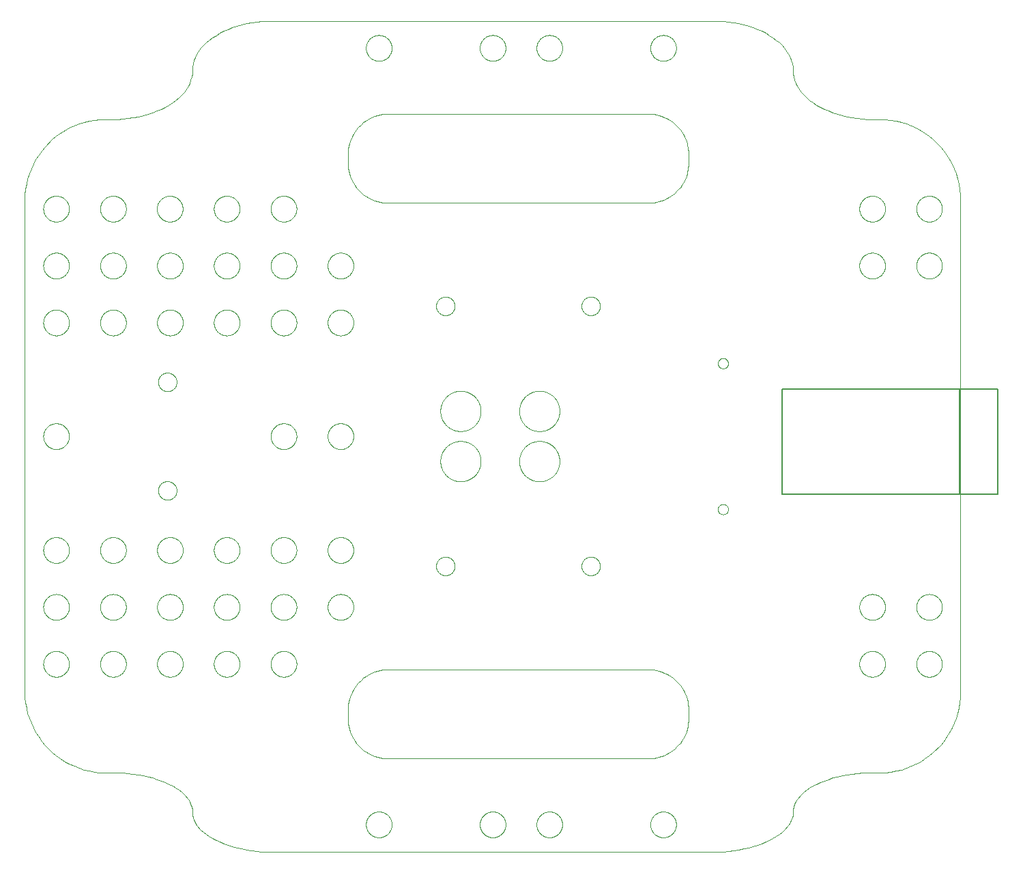
<source format=gbo>
G75*
%MOIN*%
%OFA0B0*%
%FSLAX25Y25*%
%IPPOS*%
%LPD*%
%AMOC8*
5,1,8,0,0,1.08239X$1,22.5*
%
%ADD10C,0.00394*%
%ADD11C,0.00000*%
%ADD12C,0.00500*%
D10*
X0090927Y0100557D02*
X0092345Y0099525D01*
X0093764Y0098493D01*
X0095379Y0097530D01*
X0097163Y0096651D01*
X0098947Y0095772D01*
X0100900Y0094977D01*
X0102995Y0094278D01*
X0105091Y0093579D01*
X0107328Y0092976D01*
X0109681Y0092484D01*
X0112034Y0091991D01*
X0114502Y0091609D01*
X0117059Y0091349D01*
X0119616Y0091089D01*
X0122261Y0090953D01*
X0342231Y0090953D01*
X0344876Y0091089D01*
X0347432Y0091349D01*
X0349989Y0091609D01*
X0352458Y0091991D01*
X0354811Y0092484D01*
X0357163Y0092976D01*
X0359401Y0093579D01*
X0361496Y0094278D01*
X0363592Y0094977D01*
X0365545Y0095772D01*
X0367329Y0096651D01*
X0369113Y0097530D01*
X0370728Y0098493D01*
X0372146Y0099525D01*
X0373565Y0100557D01*
X0374788Y0101660D01*
X0376787Y0103978D01*
X0377564Y0105195D01*
X0378090Y0106454D01*
X0378617Y0107714D01*
X0378894Y0109017D01*
X0378894Y0111685D01*
X0379171Y0112988D01*
X0379697Y0114248D01*
X0380224Y0115507D01*
X0381001Y0116724D01*
X0383000Y0119042D01*
X0384223Y0120145D01*
X0385641Y0121177D01*
X0387060Y0122209D01*
X0388675Y0123172D01*
X0390459Y0124051D01*
X0392243Y0124930D01*
X0394196Y0125725D01*
X0396291Y0126424D01*
X0398387Y0127123D01*
X0400624Y0127726D01*
X0402977Y0128218D01*
X0405330Y0128711D01*
X0407799Y0129093D01*
X0410355Y0129353D01*
X0412912Y0129613D01*
X0415557Y0129749D01*
X0424090Y0129749D01*
X0426735Y0130026D01*
X0429292Y0130552D01*
X0431848Y0131079D01*
X0434317Y0131856D01*
X0436670Y0132855D01*
X0439023Y0133855D01*
X0441260Y0135078D01*
X0443356Y0136496D01*
X0445451Y0137915D01*
X0447404Y0139530D01*
X0450972Y0143098D01*
X0452587Y0145051D01*
X0454005Y0147146D01*
X0455424Y0149242D01*
X0456647Y0151479D01*
X0458646Y0156185D01*
X0459423Y0158654D01*
X0459949Y0161210D01*
X0460476Y0163767D01*
X0460753Y0166412D01*
X0460753Y0411987D01*
X0460476Y0414632D01*
X0459949Y0417189D01*
X0459423Y0419746D01*
X0458646Y0422214D01*
X0456647Y0426920D01*
X0455424Y0429157D01*
X0454005Y0431253D01*
X0452587Y0433348D01*
X0450972Y0435301D01*
X0447404Y0438869D01*
X0445451Y0440484D01*
X0443356Y0441903D01*
X0441260Y0443321D01*
X0439023Y0444544D01*
X0434317Y0446543D01*
X0431848Y0447320D01*
X0429292Y0447847D01*
X0426735Y0448373D01*
X0424090Y0448650D01*
X0415557Y0448650D01*
X0412912Y0448819D01*
X0410355Y0449141D01*
X0407799Y0449463D01*
X0405330Y0449937D01*
X0400624Y0451159D01*
X0398387Y0451906D01*
X0396291Y0452773D01*
X0394196Y0453639D01*
X0392243Y0454626D01*
X0390459Y0455716D01*
X0388675Y0456806D01*
X0387060Y0457999D01*
X0385641Y0459279D01*
X0384223Y0460559D01*
X0383000Y0461927D01*
X0381001Y0464802D01*
X0380224Y0466310D01*
X0379697Y0467872D01*
X0379171Y0469434D01*
X0378894Y0471050D01*
X0378894Y0474357D01*
X0378617Y0475973D01*
X0378090Y0477535D01*
X0377564Y0479097D01*
X0376787Y0480605D01*
X0374788Y0483481D01*
X0373565Y0484848D01*
X0372146Y0486128D01*
X0370728Y0487408D01*
X0369113Y0488601D01*
X0367329Y0489691D01*
X0365545Y0490781D01*
X0363592Y0491768D01*
X0361496Y0492635D01*
X0359401Y0493501D01*
X0357163Y0494248D01*
X0352458Y0495470D01*
X0349989Y0495944D01*
X0347432Y0496266D01*
X0344876Y0496588D01*
X0342231Y0496757D01*
X0122261Y0496757D01*
X0119616Y0496588D01*
X0117059Y0496266D01*
X0114502Y0495944D01*
X0112034Y0495470D01*
X0107328Y0494248D01*
X0105091Y0493501D01*
X0102995Y0492635D01*
X0100900Y0491768D01*
X0098947Y0490781D01*
X0097163Y0489691D01*
X0095379Y0488601D01*
X0093764Y0487408D01*
X0092345Y0486128D01*
X0090927Y0484848D01*
X0089704Y0483481D01*
X0087705Y0480605D01*
X0086928Y0479097D01*
X0086401Y0477535D01*
X0085875Y0475973D01*
X0085598Y0474357D01*
X0085598Y0471050D01*
X0085321Y0469434D01*
X0084794Y0467872D01*
X0084267Y0466310D01*
X0083491Y0464802D01*
X0081492Y0461927D01*
X0080269Y0460559D01*
X0078850Y0459279D01*
X0077432Y0457999D01*
X0075817Y0456806D01*
X0074033Y0455716D01*
X0072249Y0454626D01*
X0070296Y0453639D01*
X0068200Y0452773D01*
X0066105Y0451906D01*
X0063867Y0451159D01*
X0059161Y0449937D01*
X0056693Y0449463D01*
X0054136Y0449141D01*
X0051580Y0448819D01*
X0048934Y0448650D01*
X0040402Y0448650D01*
X0037757Y0448373D01*
X0035200Y0447847D01*
X0032643Y0447320D01*
X0030175Y0446543D01*
X0025469Y0444544D01*
X0023231Y0443321D01*
X0021136Y0441903D01*
X0019041Y0440484D01*
X0017088Y0438869D01*
X0013520Y0435301D01*
X0011905Y0433348D01*
X0010486Y0431253D01*
X0009067Y0429157D01*
X0007845Y0426920D01*
X0005846Y0422214D01*
X0005069Y0419746D01*
X0004542Y0417189D01*
X0004016Y0414632D01*
X0003739Y0411987D01*
X0003739Y0166412D01*
X0004016Y0163767D01*
X0004542Y0161210D01*
X0005069Y0158654D01*
X0005846Y0156185D01*
X0007845Y0151479D01*
X0009067Y0149242D01*
X0010486Y0147146D01*
X0011905Y0145051D01*
X0013520Y0143098D01*
X0017088Y0139530D01*
X0019041Y0137915D01*
X0021136Y0136496D01*
X0023231Y0135078D01*
X0025469Y0133855D01*
X0027822Y0132855D01*
X0030175Y0131856D01*
X0032643Y0131079D01*
X0035200Y0130552D01*
X0037757Y0130026D01*
X0040402Y0129749D01*
X0048934Y0129749D01*
X0051580Y0129613D01*
X0054136Y0129353D01*
X0056693Y0129093D01*
X0059161Y0128711D01*
X0061514Y0128218D01*
X0063867Y0127726D01*
X0066105Y0127123D01*
X0068200Y0126424D01*
X0070296Y0125725D01*
X0072249Y0124930D01*
X0074033Y0124051D01*
X0075817Y0123172D01*
X0077432Y0122209D01*
X0078850Y0121177D01*
X0080269Y0120145D01*
X0081492Y0119042D01*
X0083491Y0116724D01*
X0084267Y0115507D01*
X0084794Y0114248D01*
X0085321Y0112988D01*
X0085598Y0111685D01*
X0085598Y0109017D01*
X0085875Y0107714D01*
X0086401Y0106454D01*
X0086928Y0105195D01*
X0087705Y0103978D01*
X0089704Y0101660D01*
X0090927Y0100557D01*
X0163542Y0147308D02*
X0162542Y0149661D01*
X0162154Y0150895D01*
X0161891Y0152173D01*
X0161627Y0153452D01*
X0161489Y0154774D01*
X0161489Y0161603D01*
X0161627Y0162926D01*
X0161891Y0164204D01*
X0162154Y0165483D01*
X0162542Y0166717D01*
X0163542Y0169070D01*
X0164153Y0170189D01*
X0164863Y0171236D01*
X0165572Y0172284D01*
X0166379Y0173260D01*
X0168163Y0175044D01*
X0169140Y0175852D01*
X0170188Y0176561D01*
X0171235Y0177271D01*
X0172354Y0177882D01*
X0174707Y0178881D01*
X0175941Y0179270D01*
X0177220Y0179533D01*
X0178498Y0179797D01*
X0179821Y0179935D01*
X0309576Y0179935D01*
X0310898Y0179797D01*
X0313455Y0179270D01*
X0314689Y0178881D01*
X0315866Y0178382D01*
X0317042Y0177882D01*
X0318161Y0177271D01*
X0319209Y0176561D01*
X0320256Y0175852D01*
X0321233Y0175044D01*
X0322125Y0174152D01*
X0323017Y0173260D01*
X0323824Y0172284D01*
X0325243Y0170189D01*
X0325854Y0169070D01*
X0326854Y0166717D01*
X0327242Y0165483D01*
X0327505Y0164204D01*
X0327769Y0162926D01*
X0327907Y0161603D01*
X0327907Y0154774D01*
X0327769Y0153452D01*
X0327505Y0152173D01*
X0327242Y0150895D01*
X0326854Y0149661D01*
X0325854Y0147308D01*
X0325243Y0146189D01*
X0324534Y0145141D01*
X0323824Y0144093D01*
X0323017Y0143117D01*
X0322125Y0142225D01*
X0321233Y0141333D01*
X0320256Y0140526D01*
X0319209Y0139816D01*
X0318161Y0139107D01*
X0317042Y0138496D01*
X0315866Y0137996D01*
X0314689Y0137496D01*
X0313455Y0137108D01*
X0312177Y0136844D01*
X0310898Y0136581D01*
X0309576Y0136442D01*
X0179821Y0136442D01*
X0178498Y0136581D01*
X0177220Y0136844D01*
X0175941Y0137108D01*
X0174707Y0137496D01*
X0172354Y0138496D01*
X0171235Y0139107D01*
X0169140Y0140526D01*
X0168163Y0141333D01*
X0167271Y0142225D01*
X0166379Y0143117D01*
X0165572Y0144093D01*
X0164863Y0145141D01*
X0164153Y0146189D01*
X0163542Y0147308D01*
X0179821Y0407775D02*
X0178498Y0407914D01*
X0177220Y0408177D01*
X0175941Y0408440D01*
X0174707Y0408829D01*
X0172354Y0409828D01*
X0171235Y0410440D01*
X0169140Y0411858D01*
X0168163Y0412666D01*
X0166379Y0414450D01*
X0165572Y0415426D01*
X0164863Y0416474D01*
X0164153Y0417522D01*
X0163542Y0418640D01*
X0162542Y0420993D01*
X0162154Y0422227D01*
X0161627Y0424784D01*
X0161489Y0426107D01*
X0161489Y0432936D01*
X0161627Y0434258D01*
X0162154Y0436815D01*
X0162542Y0438049D01*
X0163542Y0440402D01*
X0164153Y0441521D01*
X0164863Y0442569D01*
X0165572Y0443617D01*
X0166379Y0444593D01*
X0168163Y0446377D01*
X0169140Y0447184D01*
X0170188Y0447894D01*
X0171235Y0448603D01*
X0172354Y0449215D01*
X0174707Y0450214D01*
X0175941Y0450602D01*
X0177220Y0450866D01*
X0178498Y0451129D01*
X0179821Y0451268D01*
X0309576Y0451268D01*
X0310898Y0451129D01*
X0312177Y0450866D01*
X0313455Y0450602D01*
X0314689Y0450214D01*
X0315866Y0449714D01*
X0317042Y0449215D01*
X0318161Y0448603D01*
X0319209Y0447894D01*
X0320256Y0447184D01*
X0321233Y0446377D01*
X0322125Y0445485D01*
X0323017Y0444593D01*
X0323824Y0443617D01*
X0324534Y0442569D01*
X0325243Y0441521D01*
X0325854Y0440402D01*
X0326854Y0438049D01*
X0327242Y0436815D01*
X0327769Y0434258D01*
X0327907Y0432936D01*
X0327907Y0426107D01*
X0327769Y0424784D01*
X0327242Y0422227D01*
X0326854Y0420993D01*
X0325854Y0418640D01*
X0325243Y0417522D01*
X0324534Y0416474D01*
X0323824Y0415426D01*
X0323017Y0414450D01*
X0322125Y0413558D01*
X0321233Y0412666D01*
X0320256Y0411858D01*
X0319209Y0411149D01*
X0318161Y0410440D01*
X0317042Y0409828D01*
X0315866Y0409328D01*
X0314689Y0408829D01*
X0313455Y0408440D01*
X0312177Y0408177D01*
X0310898Y0407914D01*
X0309576Y0407775D01*
X0179821Y0407775D01*
D11*
X0151701Y0377175D02*
X0151703Y0377333D01*
X0151709Y0377491D01*
X0151719Y0377649D01*
X0151733Y0377807D01*
X0151751Y0377964D01*
X0151772Y0378121D01*
X0151798Y0378277D01*
X0151828Y0378433D01*
X0151861Y0378588D01*
X0151899Y0378741D01*
X0151940Y0378894D01*
X0151985Y0379046D01*
X0152034Y0379197D01*
X0152087Y0379346D01*
X0152143Y0379494D01*
X0152203Y0379640D01*
X0152267Y0379785D01*
X0152335Y0379928D01*
X0152406Y0380070D01*
X0152480Y0380210D01*
X0152558Y0380347D01*
X0152640Y0380483D01*
X0152724Y0380617D01*
X0152813Y0380748D01*
X0152904Y0380877D01*
X0152999Y0381004D01*
X0153096Y0381129D01*
X0153197Y0381251D01*
X0153301Y0381370D01*
X0153408Y0381487D01*
X0153518Y0381601D01*
X0153631Y0381712D01*
X0153746Y0381821D01*
X0153864Y0381926D01*
X0153985Y0382028D01*
X0154108Y0382128D01*
X0154234Y0382224D01*
X0154362Y0382317D01*
X0154492Y0382407D01*
X0154625Y0382493D01*
X0154760Y0382577D01*
X0154896Y0382656D01*
X0155035Y0382733D01*
X0155176Y0382805D01*
X0155318Y0382875D01*
X0155462Y0382940D01*
X0155608Y0383002D01*
X0155755Y0383060D01*
X0155904Y0383115D01*
X0156054Y0383166D01*
X0156205Y0383213D01*
X0156357Y0383256D01*
X0156510Y0383295D01*
X0156665Y0383331D01*
X0156820Y0383362D01*
X0156976Y0383390D01*
X0157132Y0383414D01*
X0157289Y0383434D01*
X0157447Y0383450D01*
X0157604Y0383462D01*
X0157763Y0383470D01*
X0157921Y0383474D01*
X0158079Y0383474D01*
X0158237Y0383470D01*
X0158396Y0383462D01*
X0158553Y0383450D01*
X0158711Y0383434D01*
X0158868Y0383414D01*
X0159024Y0383390D01*
X0159180Y0383362D01*
X0159335Y0383331D01*
X0159490Y0383295D01*
X0159643Y0383256D01*
X0159795Y0383213D01*
X0159946Y0383166D01*
X0160096Y0383115D01*
X0160245Y0383060D01*
X0160392Y0383002D01*
X0160538Y0382940D01*
X0160682Y0382875D01*
X0160824Y0382805D01*
X0160965Y0382733D01*
X0161104Y0382656D01*
X0161240Y0382577D01*
X0161375Y0382493D01*
X0161508Y0382407D01*
X0161638Y0382317D01*
X0161766Y0382224D01*
X0161892Y0382128D01*
X0162015Y0382028D01*
X0162136Y0381926D01*
X0162254Y0381821D01*
X0162369Y0381712D01*
X0162482Y0381601D01*
X0162592Y0381487D01*
X0162699Y0381370D01*
X0162803Y0381251D01*
X0162904Y0381129D01*
X0163001Y0381004D01*
X0163096Y0380877D01*
X0163187Y0380748D01*
X0163276Y0380617D01*
X0163360Y0380483D01*
X0163442Y0380347D01*
X0163520Y0380210D01*
X0163594Y0380070D01*
X0163665Y0379928D01*
X0163733Y0379785D01*
X0163797Y0379640D01*
X0163857Y0379494D01*
X0163913Y0379346D01*
X0163966Y0379197D01*
X0164015Y0379046D01*
X0164060Y0378894D01*
X0164101Y0378741D01*
X0164139Y0378588D01*
X0164172Y0378433D01*
X0164202Y0378277D01*
X0164228Y0378121D01*
X0164249Y0377964D01*
X0164267Y0377807D01*
X0164281Y0377649D01*
X0164291Y0377491D01*
X0164297Y0377333D01*
X0164299Y0377175D01*
X0164297Y0377017D01*
X0164291Y0376859D01*
X0164281Y0376701D01*
X0164267Y0376543D01*
X0164249Y0376386D01*
X0164228Y0376229D01*
X0164202Y0376073D01*
X0164172Y0375917D01*
X0164139Y0375762D01*
X0164101Y0375609D01*
X0164060Y0375456D01*
X0164015Y0375304D01*
X0163966Y0375153D01*
X0163913Y0375004D01*
X0163857Y0374856D01*
X0163797Y0374710D01*
X0163733Y0374565D01*
X0163665Y0374422D01*
X0163594Y0374280D01*
X0163520Y0374140D01*
X0163442Y0374003D01*
X0163360Y0373867D01*
X0163276Y0373733D01*
X0163187Y0373602D01*
X0163096Y0373473D01*
X0163001Y0373346D01*
X0162904Y0373221D01*
X0162803Y0373099D01*
X0162699Y0372980D01*
X0162592Y0372863D01*
X0162482Y0372749D01*
X0162369Y0372638D01*
X0162254Y0372529D01*
X0162136Y0372424D01*
X0162015Y0372322D01*
X0161892Y0372222D01*
X0161766Y0372126D01*
X0161638Y0372033D01*
X0161508Y0371943D01*
X0161375Y0371857D01*
X0161240Y0371773D01*
X0161104Y0371694D01*
X0160965Y0371617D01*
X0160824Y0371545D01*
X0160682Y0371475D01*
X0160538Y0371410D01*
X0160392Y0371348D01*
X0160245Y0371290D01*
X0160096Y0371235D01*
X0159946Y0371184D01*
X0159795Y0371137D01*
X0159643Y0371094D01*
X0159490Y0371055D01*
X0159335Y0371019D01*
X0159180Y0370988D01*
X0159024Y0370960D01*
X0158868Y0370936D01*
X0158711Y0370916D01*
X0158553Y0370900D01*
X0158396Y0370888D01*
X0158237Y0370880D01*
X0158079Y0370876D01*
X0157921Y0370876D01*
X0157763Y0370880D01*
X0157604Y0370888D01*
X0157447Y0370900D01*
X0157289Y0370916D01*
X0157132Y0370936D01*
X0156976Y0370960D01*
X0156820Y0370988D01*
X0156665Y0371019D01*
X0156510Y0371055D01*
X0156357Y0371094D01*
X0156205Y0371137D01*
X0156054Y0371184D01*
X0155904Y0371235D01*
X0155755Y0371290D01*
X0155608Y0371348D01*
X0155462Y0371410D01*
X0155318Y0371475D01*
X0155176Y0371545D01*
X0155035Y0371617D01*
X0154896Y0371694D01*
X0154760Y0371773D01*
X0154625Y0371857D01*
X0154492Y0371943D01*
X0154362Y0372033D01*
X0154234Y0372126D01*
X0154108Y0372222D01*
X0153985Y0372322D01*
X0153864Y0372424D01*
X0153746Y0372529D01*
X0153631Y0372638D01*
X0153518Y0372749D01*
X0153408Y0372863D01*
X0153301Y0372980D01*
X0153197Y0373099D01*
X0153096Y0373221D01*
X0152999Y0373346D01*
X0152904Y0373473D01*
X0152813Y0373602D01*
X0152724Y0373733D01*
X0152640Y0373867D01*
X0152558Y0374003D01*
X0152480Y0374140D01*
X0152406Y0374280D01*
X0152335Y0374422D01*
X0152267Y0374565D01*
X0152203Y0374710D01*
X0152143Y0374856D01*
X0152087Y0375004D01*
X0152034Y0375153D01*
X0151985Y0375304D01*
X0151940Y0375456D01*
X0151899Y0375609D01*
X0151861Y0375762D01*
X0151828Y0375917D01*
X0151798Y0376073D01*
X0151772Y0376229D01*
X0151751Y0376386D01*
X0151733Y0376543D01*
X0151719Y0376701D01*
X0151709Y0376859D01*
X0151703Y0377017D01*
X0151701Y0377175D01*
X0123901Y0377175D02*
X0123903Y0377333D01*
X0123909Y0377491D01*
X0123919Y0377649D01*
X0123933Y0377807D01*
X0123951Y0377964D01*
X0123972Y0378121D01*
X0123998Y0378277D01*
X0124028Y0378433D01*
X0124061Y0378588D01*
X0124099Y0378741D01*
X0124140Y0378894D01*
X0124185Y0379046D01*
X0124234Y0379197D01*
X0124287Y0379346D01*
X0124343Y0379494D01*
X0124403Y0379640D01*
X0124467Y0379785D01*
X0124535Y0379928D01*
X0124606Y0380070D01*
X0124680Y0380210D01*
X0124758Y0380347D01*
X0124840Y0380483D01*
X0124924Y0380617D01*
X0125013Y0380748D01*
X0125104Y0380877D01*
X0125199Y0381004D01*
X0125296Y0381129D01*
X0125397Y0381251D01*
X0125501Y0381370D01*
X0125608Y0381487D01*
X0125718Y0381601D01*
X0125831Y0381712D01*
X0125946Y0381821D01*
X0126064Y0381926D01*
X0126185Y0382028D01*
X0126308Y0382128D01*
X0126434Y0382224D01*
X0126562Y0382317D01*
X0126692Y0382407D01*
X0126825Y0382493D01*
X0126960Y0382577D01*
X0127096Y0382656D01*
X0127235Y0382733D01*
X0127376Y0382805D01*
X0127518Y0382875D01*
X0127662Y0382940D01*
X0127808Y0383002D01*
X0127955Y0383060D01*
X0128104Y0383115D01*
X0128254Y0383166D01*
X0128405Y0383213D01*
X0128557Y0383256D01*
X0128710Y0383295D01*
X0128865Y0383331D01*
X0129020Y0383362D01*
X0129176Y0383390D01*
X0129332Y0383414D01*
X0129489Y0383434D01*
X0129647Y0383450D01*
X0129804Y0383462D01*
X0129963Y0383470D01*
X0130121Y0383474D01*
X0130279Y0383474D01*
X0130437Y0383470D01*
X0130596Y0383462D01*
X0130753Y0383450D01*
X0130911Y0383434D01*
X0131068Y0383414D01*
X0131224Y0383390D01*
X0131380Y0383362D01*
X0131535Y0383331D01*
X0131690Y0383295D01*
X0131843Y0383256D01*
X0131995Y0383213D01*
X0132146Y0383166D01*
X0132296Y0383115D01*
X0132445Y0383060D01*
X0132592Y0383002D01*
X0132738Y0382940D01*
X0132882Y0382875D01*
X0133024Y0382805D01*
X0133165Y0382733D01*
X0133304Y0382656D01*
X0133440Y0382577D01*
X0133575Y0382493D01*
X0133708Y0382407D01*
X0133838Y0382317D01*
X0133966Y0382224D01*
X0134092Y0382128D01*
X0134215Y0382028D01*
X0134336Y0381926D01*
X0134454Y0381821D01*
X0134569Y0381712D01*
X0134682Y0381601D01*
X0134792Y0381487D01*
X0134899Y0381370D01*
X0135003Y0381251D01*
X0135104Y0381129D01*
X0135201Y0381004D01*
X0135296Y0380877D01*
X0135387Y0380748D01*
X0135476Y0380617D01*
X0135560Y0380483D01*
X0135642Y0380347D01*
X0135720Y0380210D01*
X0135794Y0380070D01*
X0135865Y0379928D01*
X0135933Y0379785D01*
X0135997Y0379640D01*
X0136057Y0379494D01*
X0136113Y0379346D01*
X0136166Y0379197D01*
X0136215Y0379046D01*
X0136260Y0378894D01*
X0136301Y0378741D01*
X0136339Y0378588D01*
X0136372Y0378433D01*
X0136402Y0378277D01*
X0136428Y0378121D01*
X0136449Y0377964D01*
X0136467Y0377807D01*
X0136481Y0377649D01*
X0136491Y0377491D01*
X0136497Y0377333D01*
X0136499Y0377175D01*
X0136497Y0377017D01*
X0136491Y0376859D01*
X0136481Y0376701D01*
X0136467Y0376543D01*
X0136449Y0376386D01*
X0136428Y0376229D01*
X0136402Y0376073D01*
X0136372Y0375917D01*
X0136339Y0375762D01*
X0136301Y0375609D01*
X0136260Y0375456D01*
X0136215Y0375304D01*
X0136166Y0375153D01*
X0136113Y0375004D01*
X0136057Y0374856D01*
X0135997Y0374710D01*
X0135933Y0374565D01*
X0135865Y0374422D01*
X0135794Y0374280D01*
X0135720Y0374140D01*
X0135642Y0374003D01*
X0135560Y0373867D01*
X0135476Y0373733D01*
X0135387Y0373602D01*
X0135296Y0373473D01*
X0135201Y0373346D01*
X0135104Y0373221D01*
X0135003Y0373099D01*
X0134899Y0372980D01*
X0134792Y0372863D01*
X0134682Y0372749D01*
X0134569Y0372638D01*
X0134454Y0372529D01*
X0134336Y0372424D01*
X0134215Y0372322D01*
X0134092Y0372222D01*
X0133966Y0372126D01*
X0133838Y0372033D01*
X0133708Y0371943D01*
X0133575Y0371857D01*
X0133440Y0371773D01*
X0133304Y0371694D01*
X0133165Y0371617D01*
X0133024Y0371545D01*
X0132882Y0371475D01*
X0132738Y0371410D01*
X0132592Y0371348D01*
X0132445Y0371290D01*
X0132296Y0371235D01*
X0132146Y0371184D01*
X0131995Y0371137D01*
X0131843Y0371094D01*
X0131690Y0371055D01*
X0131535Y0371019D01*
X0131380Y0370988D01*
X0131224Y0370960D01*
X0131068Y0370936D01*
X0130911Y0370916D01*
X0130753Y0370900D01*
X0130596Y0370888D01*
X0130437Y0370880D01*
X0130279Y0370876D01*
X0130121Y0370876D01*
X0129963Y0370880D01*
X0129804Y0370888D01*
X0129647Y0370900D01*
X0129489Y0370916D01*
X0129332Y0370936D01*
X0129176Y0370960D01*
X0129020Y0370988D01*
X0128865Y0371019D01*
X0128710Y0371055D01*
X0128557Y0371094D01*
X0128405Y0371137D01*
X0128254Y0371184D01*
X0128104Y0371235D01*
X0127955Y0371290D01*
X0127808Y0371348D01*
X0127662Y0371410D01*
X0127518Y0371475D01*
X0127376Y0371545D01*
X0127235Y0371617D01*
X0127096Y0371694D01*
X0126960Y0371773D01*
X0126825Y0371857D01*
X0126692Y0371943D01*
X0126562Y0372033D01*
X0126434Y0372126D01*
X0126308Y0372222D01*
X0126185Y0372322D01*
X0126064Y0372424D01*
X0125946Y0372529D01*
X0125831Y0372638D01*
X0125718Y0372749D01*
X0125608Y0372863D01*
X0125501Y0372980D01*
X0125397Y0373099D01*
X0125296Y0373221D01*
X0125199Y0373346D01*
X0125104Y0373473D01*
X0125013Y0373602D01*
X0124924Y0373733D01*
X0124840Y0373867D01*
X0124758Y0374003D01*
X0124680Y0374140D01*
X0124606Y0374280D01*
X0124535Y0374422D01*
X0124467Y0374565D01*
X0124403Y0374710D01*
X0124343Y0374856D01*
X0124287Y0375004D01*
X0124234Y0375153D01*
X0124185Y0375304D01*
X0124140Y0375456D01*
X0124099Y0375609D01*
X0124061Y0375762D01*
X0124028Y0375917D01*
X0123998Y0376073D01*
X0123972Y0376229D01*
X0123951Y0376386D01*
X0123933Y0376543D01*
X0123919Y0376701D01*
X0123909Y0376859D01*
X0123903Y0377017D01*
X0123901Y0377175D01*
X0096101Y0377175D02*
X0096103Y0377333D01*
X0096109Y0377491D01*
X0096119Y0377649D01*
X0096133Y0377807D01*
X0096151Y0377964D01*
X0096172Y0378121D01*
X0096198Y0378277D01*
X0096228Y0378433D01*
X0096261Y0378588D01*
X0096299Y0378741D01*
X0096340Y0378894D01*
X0096385Y0379046D01*
X0096434Y0379197D01*
X0096487Y0379346D01*
X0096543Y0379494D01*
X0096603Y0379640D01*
X0096667Y0379785D01*
X0096735Y0379928D01*
X0096806Y0380070D01*
X0096880Y0380210D01*
X0096958Y0380347D01*
X0097040Y0380483D01*
X0097124Y0380617D01*
X0097213Y0380748D01*
X0097304Y0380877D01*
X0097399Y0381004D01*
X0097496Y0381129D01*
X0097597Y0381251D01*
X0097701Y0381370D01*
X0097808Y0381487D01*
X0097918Y0381601D01*
X0098031Y0381712D01*
X0098146Y0381821D01*
X0098264Y0381926D01*
X0098385Y0382028D01*
X0098508Y0382128D01*
X0098634Y0382224D01*
X0098762Y0382317D01*
X0098892Y0382407D01*
X0099025Y0382493D01*
X0099160Y0382577D01*
X0099296Y0382656D01*
X0099435Y0382733D01*
X0099576Y0382805D01*
X0099718Y0382875D01*
X0099862Y0382940D01*
X0100008Y0383002D01*
X0100155Y0383060D01*
X0100304Y0383115D01*
X0100454Y0383166D01*
X0100605Y0383213D01*
X0100757Y0383256D01*
X0100910Y0383295D01*
X0101065Y0383331D01*
X0101220Y0383362D01*
X0101376Y0383390D01*
X0101532Y0383414D01*
X0101689Y0383434D01*
X0101847Y0383450D01*
X0102004Y0383462D01*
X0102163Y0383470D01*
X0102321Y0383474D01*
X0102479Y0383474D01*
X0102637Y0383470D01*
X0102796Y0383462D01*
X0102953Y0383450D01*
X0103111Y0383434D01*
X0103268Y0383414D01*
X0103424Y0383390D01*
X0103580Y0383362D01*
X0103735Y0383331D01*
X0103890Y0383295D01*
X0104043Y0383256D01*
X0104195Y0383213D01*
X0104346Y0383166D01*
X0104496Y0383115D01*
X0104645Y0383060D01*
X0104792Y0383002D01*
X0104938Y0382940D01*
X0105082Y0382875D01*
X0105224Y0382805D01*
X0105365Y0382733D01*
X0105504Y0382656D01*
X0105640Y0382577D01*
X0105775Y0382493D01*
X0105908Y0382407D01*
X0106038Y0382317D01*
X0106166Y0382224D01*
X0106292Y0382128D01*
X0106415Y0382028D01*
X0106536Y0381926D01*
X0106654Y0381821D01*
X0106769Y0381712D01*
X0106882Y0381601D01*
X0106992Y0381487D01*
X0107099Y0381370D01*
X0107203Y0381251D01*
X0107304Y0381129D01*
X0107401Y0381004D01*
X0107496Y0380877D01*
X0107587Y0380748D01*
X0107676Y0380617D01*
X0107760Y0380483D01*
X0107842Y0380347D01*
X0107920Y0380210D01*
X0107994Y0380070D01*
X0108065Y0379928D01*
X0108133Y0379785D01*
X0108197Y0379640D01*
X0108257Y0379494D01*
X0108313Y0379346D01*
X0108366Y0379197D01*
X0108415Y0379046D01*
X0108460Y0378894D01*
X0108501Y0378741D01*
X0108539Y0378588D01*
X0108572Y0378433D01*
X0108602Y0378277D01*
X0108628Y0378121D01*
X0108649Y0377964D01*
X0108667Y0377807D01*
X0108681Y0377649D01*
X0108691Y0377491D01*
X0108697Y0377333D01*
X0108699Y0377175D01*
X0108697Y0377017D01*
X0108691Y0376859D01*
X0108681Y0376701D01*
X0108667Y0376543D01*
X0108649Y0376386D01*
X0108628Y0376229D01*
X0108602Y0376073D01*
X0108572Y0375917D01*
X0108539Y0375762D01*
X0108501Y0375609D01*
X0108460Y0375456D01*
X0108415Y0375304D01*
X0108366Y0375153D01*
X0108313Y0375004D01*
X0108257Y0374856D01*
X0108197Y0374710D01*
X0108133Y0374565D01*
X0108065Y0374422D01*
X0107994Y0374280D01*
X0107920Y0374140D01*
X0107842Y0374003D01*
X0107760Y0373867D01*
X0107676Y0373733D01*
X0107587Y0373602D01*
X0107496Y0373473D01*
X0107401Y0373346D01*
X0107304Y0373221D01*
X0107203Y0373099D01*
X0107099Y0372980D01*
X0106992Y0372863D01*
X0106882Y0372749D01*
X0106769Y0372638D01*
X0106654Y0372529D01*
X0106536Y0372424D01*
X0106415Y0372322D01*
X0106292Y0372222D01*
X0106166Y0372126D01*
X0106038Y0372033D01*
X0105908Y0371943D01*
X0105775Y0371857D01*
X0105640Y0371773D01*
X0105504Y0371694D01*
X0105365Y0371617D01*
X0105224Y0371545D01*
X0105082Y0371475D01*
X0104938Y0371410D01*
X0104792Y0371348D01*
X0104645Y0371290D01*
X0104496Y0371235D01*
X0104346Y0371184D01*
X0104195Y0371137D01*
X0104043Y0371094D01*
X0103890Y0371055D01*
X0103735Y0371019D01*
X0103580Y0370988D01*
X0103424Y0370960D01*
X0103268Y0370936D01*
X0103111Y0370916D01*
X0102953Y0370900D01*
X0102796Y0370888D01*
X0102637Y0370880D01*
X0102479Y0370876D01*
X0102321Y0370876D01*
X0102163Y0370880D01*
X0102004Y0370888D01*
X0101847Y0370900D01*
X0101689Y0370916D01*
X0101532Y0370936D01*
X0101376Y0370960D01*
X0101220Y0370988D01*
X0101065Y0371019D01*
X0100910Y0371055D01*
X0100757Y0371094D01*
X0100605Y0371137D01*
X0100454Y0371184D01*
X0100304Y0371235D01*
X0100155Y0371290D01*
X0100008Y0371348D01*
X0099862Y0371410D01*
X0099718Y0371475D01*
X0099576Y0371545D01*
X0099435Y0371617D01*
X0099296Y0371694D01*
X0099160Y0371773D01*
X0099025Y0371857D01*
X0098892Y0371943D01*
X0098762Y0372033D01*
X0098634Y0372126D01*
X0098508Y0372222D01*
X0098385Y0372322D01*
X0098264Y0372424D01*
X0098146Y0372529D01*
X0098031Y0372638D01*
X0097918Y0372749D01*
X0097808Y0372863D01*
X0097701Y0372980D01*
X0097597Y0373099D01*
X0097496Y0373221D01*
X0097399Y0373346D01*
X0097304Y0373473D01*
X0097213Y0373602D01*
X0097124Y0373733D01*
X0097040Y0373867D01*
X0096958Y0374003D01*
X0096880Y0374140D01*
X0096806Y0374280D01*
X0096735Y0374422D01*
X0096667Y0374565D01*
X0096603Y0374710D01*
X0096543Y0374856D01*
X0096487Y0375004D01*
X0096434Y0375153D01*
X0096385Y0375304D01*
X0096340Y0375456D01*
X0096299Y0375609D01*
X0096261Y0375762D01*
X0096228Y0375917D01*
X0096198Y0376073D01*
X0096172Y0376229D01*
X0096151Y0376386D01*
X0096133Y0376543D01*
X0096119Y0376701D01*
X0096109Y0376859D01*
X0096103Y0377017D01*
X0096101Y0377175D01*
X0068401Y0377175D02*
X0068403Y0377333D01*
X0068409Y0377491D01*
X0068419Y0377649D01*
X0068433Y0377807D01*
X0068451Y0377964D01*
X0068472Y0378121D01*
X0068498Y0378277D01*
X0068528Y0378433D01*
X0068561Y0378588D01*
X0068599Y0378741D01*
X0068640Y0378894D01*
X0068685Y0379046D01*
X0068734Y0379197D01*
X0068787Y0379346D01*
X0068843Y0379494D01*
X0068903Y0379640D01*
X0068967Y0379785D01*
X0069035Y0379928D01*
X0069106Y0380070D01*
X0069180Y0380210D01*
X0069258Y0380347D01*
X0069340Y0380483D01*
X0069424Y0380617D01*
X0069513Y0380748D01*
X0069604Y0380877D01*
X0069699Y0381004D01*
X0069796Y0381129D01*
X0069897Y0381251D01*
X0070001Y0381370D01*
X0070108Y0381487D01*
X0070218Y0381601D01*
X0070331Y0381712D01*
X0070446Y0381821D01*
X0070564Y0381926D01*
X0070685Y0382028D01*
X0070808Y0382128D01*
X0070934Y0382224D01*
X0071062Y0382317D01*
X0071192Y0382407D01*
X0071325Y0382493D01*
X0071460Y0382577D01*
X0071596Y0382656D01*
X0071735Y0382733D01*
X0071876Y0382805D01*
X0072018Y0382875D01*
X0072162Y0382940D01*
X0072308Y0383002D01*
X0072455Y0383060D01*
X0072604Y0383115D01*
X0072754Y0383166D01*
X0072905Y0383213D01*
X0073057Y0383256D01*
X0073210Y0383295D01*
X0073365Y0383331D01*
X0073520Y0383362D01*
X0073676Y0383390D01*
X0073832Y0383414D01*
X0073989Y0383434D01*
X0074147Y0383450D01*
X0074304Y0383462D01*
X0074463Y0383470D01*
X0074621Y0383474D01*
X0074779Y0383474D01*
X0074937Y0383470D01*
X0075096Y0383462D01*
X0075253Y0383450D01*
X0075411Y0383434D01*
X0075568Y0383414D01*
X0075724Y0383390D01*
X0075880Y0383362D01*
X0076035Y0383331D01*
X0076190Y0383295D01*
X0076343Y0383256D01*
X0076495Y0383213D01*
X0076646Y0383166D01*
X0076796Y0383115D01*
X0076945Y0383060D01*
X0077092Y0383002D01*
X0077238Y0382940D01*
X0077382Y0382875D01*
X0077524Y0382805D01*
X0077665Y0382733D01*
X0077804Y0382656D01*
X0077940Y0382577D01*
X0078075Y0382493D01*
X0078208Y0382407D01*
X0078338Y0382317D01*
X0078466Y0382224D01*
X0078592Y0382128D01*
X0078715Y0382028D01*
X0078836Y0381926D01*
X0078954Y0381821D01*
X0079069Y0381712D01*
X0079182Y0381601D01*
X0079292Y0381487D01*
X0079399Y0381370D01*
X0079503Y0381251D01*
X0079604Y0381129D01*
X0079701Y0381004D01*
X0079796Y0380877D01*
X0079887Y0380748D01*
X0079976Y0380617D01*
X0080060Y0380483D01*
X0080142Y0380347D01*
X0080220Y0380210D01*
X0080294Y0380070D01*
X0080365Y0379928D01*
X0080433Y0379785D01*
X0080497Y0379640D01*
X0080557Y0379494D01*
X0080613Y0379346D01*
X0080666Y0379197D01*
X0080715Y0379046D01*
X0080760Y0378894D01*
X0080801Y0378741D01*
X0080839Y0378588D01*
X0080872Y0378433D01*
X0080902Y0378277D01*
X0080928Y0378121D01*
X0080949Y0377964D01*
X0080967Y0377807D01*
X0080981Y0377649D01*
X0080991Y0377491D01*
X0080997Y0377333D01*
X0080999Y0377175D01*
X0080997Y0377017D01*
X0080991Y0376859D01*
X0080981Y0376701D01*
X0080967Y0376543D01*
X0080949Y0376386D01*
X0080928Y0376229D01*
X0080902Y0376073D01*
X0080872Y0375917D01*
X0080839Y0375762D01*
X0080801Y0375609D01*
X0080760Y0375456D01*
X0080715Y0375304D01*
X0080666Y0375153D01*
X0080613Y0375004D01*
X0080557Y0374856D01*
X0080497Y0374710D01*
X0080433Y0374565D01*
X0080365Y0374422D01*
X0080294Y0374280D01*
X0080220Y0374140D01*
X0080142Y0374003D01*
X0080060Y0373867D01*
X0079976Y0373733D01*
X0079887Y0373602D01*
X0079796Y0373473D01*
X0079701Y0373346D01*
X0079604Y0373221D01*
X0079503Y0373099D01*
X0079399Y0372980D01*
X0079292Y0372863D01*
X0079182Y0372749D01*
X0079069Y0372638D01*
X0078954Y0372529D01*
X0078836Y0372424D01*
X0078715Y0372322D01*
X0078592Y0372222D01*
X0078466Y0372126D01*
X0078338Y0372033D01*
X0078208Y0371943D01*
X0078075Y0371857D01*
X0077940Y0371773D01*
X0077804Y0371694D01*
X0077665Y0371617D01*
X0077524Y0371545D01*
X0077382Y0371475D01*
X0077238Y0371410D01*
X0077092Y0371348D01*
X0076945Y0371290D01*
X0076796Y0371235D01*
X0076646Y0371184D01*
X0076495Y0371137D01*
X0076343Y0371094D01*
X0076190Y0371055D01*
X0076035Y0371019D01*
X0075880Y0370988D01*
X0075724Y0370960D01*
X0075568Y0370936D01*
X0075411Y0370916D01*
X0075253Y0370900D01*
X0075096Y0370888D01*
X0074937Y0370880D01*
X0074779Y0370876D01*
X0074621Y0370876D01*
X0074463Y0370880D01*
X0074304Y0370888D01*
X0074147Y0370900D01*
X0073989Y0370916D01*
X0073832Y0370936D01*
X0073676Y0370960D01*
X0073520Y0370988D01*
X0073365Y0371019D01*
X0073210Y0371055D01*
X0073057Y0371094D01*
X0072905Y0371137D01*
X0072754Y0371184D01*
X0072604Y0371235D01*
X0072455Y0371290D01*
X0072308Y0371348D01*
X0072162Y0371410D01*
X0072018Y0371475D01*
X0071876Y0371545D01*
X0071735Y0371617D01*
X0071596Y0371694D01*
X0071460Y0371773D01*
X0071325Y0371857D01*
X0071192Y0371943D01*
X0071062Y0372033D01*
X0070934Y0372126D01*
X0070808Y0372222D01*
X0070685Y0372322D01*
X0070564Y0372424D01*
X0070446Y0372529D01*
X0070331Y0372638D01*
X0070218Y0372749D01*
X0070108Y0372863D01*
X0070001Y0372980D01*
X0069897Y0373099D01*
X0069796Y0373221D01*
X0069699Y0373346D01*
X0069604Y0373473D01*
X0069513Y0373602D01*
X0069424Y0373733D01*
X0069340Y0373867D01*
X0069258Y0374003D01*
X0069180Y0374140D01*
X0069106Y0374280D01*
X0069035Y0374422D01*
X0068967Y0374565D01*
X0068903Y0374710D01*
X0068843Y0374856D01*
X0068787Y0375004D01*
X0068734Y0375153D01*
X0068685Y0375304D01*
X0068640Y0375456D01*
X0068599Y0375609D01*
X0068561Y0375762D01*
X0068528Y0375917D01*
X0068498Y0376073D01*
X0068472Y0376229D01*
X0068451Y0376386D01*
X0068433Y0376543D01*
X0068419Y0376701D01*
X0068409Y0376859D01*
X0068403Y0377017D01*
X0068401Y0377175D01*
X0040601Y0377175D02*
X0040603Y0377333D01*
X0040609Y0377491D01*
X0040619Y0377649D01*
X0040633Y0377807D01*
X0040651Y0377964D01*
X0040672Y0378121D01*
X0040698Y0378277D01*
X0040728Y0378433D01*
X0040761Y0378588D01*
X0040799Y0378741D01*
X0040840Y0378894D01*
X0040885Y0379046D01*
X0040934Y0379197D01*
X0040987Y0379346D01*
X0041043Y0379494D01*
X0041103Y0379640D01*
X0041167Y0379785D01*
X0041235Y0379928D01*
X0041306Y0380070D01*
X0041380Y0380210D01*
X0041458Y0380347D01*
X0041540Y0380483D01*
X0041624Y0380617D01*
X0041713Y0380748D01*
X0041804Y0380877D01*
X0041899Y0381004D01*
X0041996Y0381129D01*
X0042097Y0381251D01*
X0042201Y0381370D01*
X0042308Y0381487D01*
X0042418Y0381601D01*
X0042531Y0381712D01*
X0042646Y0381821D01*
X0042764Y0381926D01*
X0042885Y0382028D01*
X0043008Y0382128D01*
X0043134Y0382224D01*
X0043262Y0382317D01*
X0043392Y0382407D01*
X0043525Y0382493D01*
X0043660Y0382577D01*
X0043796Y0382656D01*
X0043935Y0382733D01*
X0044076Y0382805D01*
X0044218Y0382875D01*
X0044362Y0382940D01*
X0044508Y0383002D01*
X0044655Y0383060D01*
X0044804Y0383115D01*
X0044954Y0383166D01*
X0045105Y0383213D01*
X0045257Y0383256D01*
X0045410Y0383295D01*
X0045565Y0383331D01*
X0045720Y0383362D01*
X0045876Y0383390D01*
X0046032Y0383414D01*
X0046189Y0383434D01*
X0046347Y0383450D01*
X0046504Y0383462D01*
X0046663Y0383470D01*
X0046821Y0383474D01*
X0046979Y0383474D01*
X0047137Y0383470D01*
X0047296Y0383462D01*
X0047453Y0383450D01*
X0047611Y0383434D01*
X0047768Y0383414D01*
X0047924Y0383390D01*
X0048080Y0383362D01*
X0048235Y0383331D01*
X0048390Y0383295D01*
X0048543Y0383256D01*
X0048695Y0383213D01*
X0048846Y0383166D01*
X0048996Y0383115D01*
X0049145Y0383060D01*
X0049292Y0383002D01*
X0049438Y0382940D01*
X0049582Y0382875D01*
X0049724Y0382805D01*
X0049865Y0382733D01*
X0050004Y0382656D01*
X0050140Y0382577D01*
X0050275Y0382493D01*
X0050408Y0382407D01*
X0050538Y0382317D01*
X0050666Y0382224D01*
X0050792Y0382128D01*
X0050915Y0382028D01*
X0051036Y0381926D01*
X0051154Y0381821D01*
X0051269Y0381712D01*
X0051382Y0381601D01*
X0051492Y0381487D01*
X0051599Y0381370D01*
X0051703Y0381251D01*
X0051804Y0381129D01*
X0051901Y0381004D01*
X0051996Y0380877D01*
X0052087Y0380748D01*
X0052176Y0380617D01*
X0052260Y0380483D01*
X0052342Y0380347D01*
X0052420Y0380210D01*
X0052494Y0380070D01*
X0052565Y0379928D01*
X0052633Y0379785D01*
X0052697Y0379640D01*
X0052757Y0379494D01*
X0052813Y0379346D01*
X0052866Y0379197D01*
X0052915Y0379046D01*
X0052960Y0378894D01*
X0053001Y0378741D01*
X0053039Y0378588D01*
X0053072Y0378433D01*
X0053102Y0378277D01*
X0053128Y0378121D01*
X0053149Y0377964D01*
X0053167Y0377807D01*
X0053181Y0377649D01*
X0053191Y0377491D01*
X0053197Y0377333D01*
X0053199Y0377175D01*
X0053197Y0377017D01*
X0053191Y0376859D01*
X0053181Y0376701D01*
X0053167Y0376543D01*
X0053149Y0376386D01*
X0053128Y0376229D01*
X0053102Y0376073D01*
X0053072Y0375917D01*
X0053039Y0375762D01*
X0053001Y0375609D01*
X0052960Y0375456D01*
X0052915Y0375304D01*
X0052866Y0375153D01*
X0052813Y0375004D01*
X0052757Y0374856D01*
X0052697Y0374710D01*
X0052633Y0374565D01*
X0052565Y0374422D01*
X0052494Y0374280D01*
X0052420Y0374140D01*
X0052342Y0374003D01*
X0052260Y0373867D01*
X0052176Y0373733D01*
X0052087Y0373602D01*
X0051996Y0373473D01*
X0051901Y0373346D01*
X0051804Y0373221D01*
X0051703Y0373099D01*
X0051599Y0372980D01*
X0051492Y0372863D01*
X0051382Y0372749D01*
X0051269Y0372638D01*
X0051154Y0372529D01*
X0051036Y0372424D01*
X0050915Y0372322D01*
X0050792Y0372222D01*
X0050666Y0372126D01*
X0050538Y0372033D01*
X0050408Y0371943D01*
X0050275Y0371857D01*
X0050140Y0371773D01*
X0050004Y0371694D01*
X0049865Y0371617D01*
X0049724Y0371545D01*
X0049582Y0371475D01*
X0049438Y0371410D01*
X0049292Y0371348D01*
X0049145Y0371290D01*
X0048996Y0371235D01*
X0048846Y0371184D01*
X0048695Y0371137D01*
X0048543Y0371094D01*
X0048390Y0371055D01*
X0048235Y0371019D01*
X0048080Y0370988D01*
X0047924Y0370960D01*
X0047768Y0370936D01*
X0047611Y0370916D01*
X0047453Y0370900D01*
X0047296Y0370888D01*
X0047137Y0370880D01*
X0046979Y0370876D01*
X0046821Y0370876D01*
X0046663Y0370880D01*
X0046504Y0370888D01*
X0046347Y0370900D01*
X0046189Y0370916D01*
X0046032Y0370936D01*
X0045876Y0370960D01*
X0045720Y0370988D01*
X0045565Y0371019D01*
X0045410Y0371055D01*
X0045257Y0371094D01*
X0045105Y0371137D01*
X0044954Y0371184D01*
X0044804Y0371235D01*
X0044655Y0371290D01*
X0044508Y0371348D01*
X0044362Y0371410D01*
X0044218Y0371475D01*
X0044076Y0371545D01*
X0043935Y0371617D01*
X0043796Y0371694D01*
X0043660Y0371773D01*
X0043525Y0371857D01*
X0043392Y0371943D01*
X0043262Y0372033D01*
X0043134Y0372126D01*
X0043008Y0372222D01*
X0042885Y0372322D01*
X0042764Y0372424D01*
X0042646Y0372529D01*
X0042531Y0372638D01*
X0042418Y0372749D01*
X0042308Y0372863D01*
X0042201Y0372980D01*
X0042097Y0373099D01*
X0041996Y0373221D01*
X0041899Y0373346D01*
X0041804Y0373473D01*
X0041713Y0373602D01*
X0041624Y0373733D01*
X0041540Y0373867D01*
X0041458Y0374003D01*
X0041380Y0374140D01*
X0041306Y0374280D01*
X0041235Y0374422D01*
X0041167Y0374565D01*
X0041103Y0374710D01*
X0041043Y0374856D01*
X0040987Y0375004D01*
X0040934Y0375153D01*
X0040885Y0375304D01*
X0040840Y0375456D01*
X0040799Y0375609D01*
X0040761Y0375762D01*
X0040728Y0375917D01*
X0040698Y0376073D01*
X0040672Y0376229D01*
X0040651Y0376386D01*
X0040633Y0376543D01*
X0040619Y0376701D01*
X0040609Y0376859D01*
X0040603Y0377017D01*
X0040601Y0377175D01*
X0012801Y0377175D02*
X0012803Y0377333D01*
X0012809Y0377491D01*
X0012819Y0377649D01*
X0012833Y0377807D01*
X0012851Y0377964D01*
X0012872Y0378121D01*
X0012898Y0378277D01*
X0012928Y0378433D01*
X0012961Y0378588D01*
X0012999Y0378741D01*
X0013040Y0378894D01*
X0013085Y0379046D01*
X0013134Y0379197D01*
X0013187Y0379346D01*
X0013243Y0379494D01*
X0013303Y0379640D01*
X0013367Y0379785D01*
X0013435Y0379928D01*
X0013506Y0380070D01*
X0013580Y0380210D01*
X0013658Y0380347D01*
X0013740Y0380483D01*
X0013824Y0380617D01*
X0013913Y0380748D01*
X0014004Y0380877D01*
X0014099Y0381004D01*
X0014196Y0381129D01*
X0014297Y0381251D01*
X0014401Y0381370D01*
X0014508Y0381487D01*
X0014618Y0381601D01*
X0014731Y0381712D01*
X0014846Y0381821D01*
X0014964Y0381926D01*
X0015085Y0382028D01*
X0015208Y0382128D01*
X0015334Y0382224D01*
X0015462Y0382317D01*
X0015592Y0382407D01*
X0015725Y0382493D01*
X0015860Y0382577D01*
X0015996Y0382656D01*
X0016135Y0382733D01*
X0016276Y0382805D01*
X0016418Y0382875D01*
X0016562Y0382940D01*
X0016708Y0383002D01*
X0016855Y0383060D01*
X0017004Y0383115D01*
X0017154Y0383166D01*
X0017305Y0383213D01*
X0017457Y0383256D01*
X0017610Y0383295D01*
X0017765Y0383331D01*
X0017920Y0383362D01*
X0018076Y0383390D01*
X0018232Y0383414D01*
X0018389Y0383434D01*
X0018547Y0383450D01*
X0018704Y0383462D01*
X0018863Y0383470D01*
X0019021Y0383474D01*
X0019179Y0383474D01*
X0019337Y0383470D01*
X0019496Y0383462D01*
X0019653Y0383450D01*
X0019811Y0383434D01*
X0019968Y0383414D01*
X0020124Y0383390D01*
X0020280Y0383362D01*
X0020435Y0383331D01*
X0020590Y0383295D01*
X0020743Y0383256D01*
X0020895Y0383213D01*
X0021046Y0383166D01*
X0021196Y0383115D01*
X0021345Y0383060D01*
X0021492Y0383002D01*
X0021638Y0382940D01*
X0021782Y0382875D01*
X0021924Y0382805D01*
X0022065Y0382733D01*
X0022204Y0382656D01*
X0022340Y0382577D01*
X0022475Y0382493D01*
X0022608Y0382407D01*
X0022738Y0382317D01*
X0022866Y0382224D01*
X0022992Y0382128D01*
X0023115Y0382028D01*
X0023236Y0381926D01*
X0023354Y0381821D01*
X0023469Y0381712D01*
X0023582Y0381601D01*
X0023692Y0381487D01*
X0023799Y0381370D01*
X0023903Y0381251D01*
X0024004Y0381129D01*
X0024101Y0381004D01*
X0024196Y0380877D01*
X0024287Y0380748D01*
X0024376Y0380617D01*
X0024460Y0380483D01*
X0024542Y0380347D01*
X0024620Y0380210D01*
X0024694Y0380070D01*
X0024765Y0379928D01*
X0024833Y0379785D01*
X0024897Y0379640D01*
X0024957Y0379494D01*
X0025013Y0379346D01*
X0025066Y0379197D01*
X0025115Y0379046D01*
X0025160Y0378894D01*
X0025201Y0378741D01*
X0025239Y0378588D01*
X0025272Y0378433D01*
X0025302Y0378277D01*
X0025328Y0378121D01*
X0025349Y0377964D01*
X0025367Y0377807D01*
X0025381Y0377649D01*
X0025391Y0377491D01*
X0025397Y0377333D01*
X0025399Y0377175D01*
X0025397Y0377017D01*
X0025391Y0376859D01*
X0025381Y0376701D01*
X0025367Y0376543D01*
X0025349Y0376386D01*
X0025328Y0376229D01*
X0025302Y0376073D01*
X0025272Y0375917D01*
X0025239Y0375762D01*
X0025201Y0375609D01*
X0025160Y0375456D01*
X0025115Y0375304D01*
X0025066Y0375153D01*
X0025013Y0375004D01*
X0024957Y0374856D01*
X0024897Y0374710D01*
X0024833Y0374565D01*
X0024765Y0374422D01*
X0024694Y0374280D01*
X0024620Y0374140D01*
X0024542Y0374003D01*
X0024460Y0373867D01*
X0024376Y0373733D01*
X0024287Y0373602D01*
X0024196Y0373473D01*
X0024101Y0373346D01*
X0024004Y0373221D01*
X0023903Y0373099D01*
X0023799Y0372980D01*
X0023692Y0372863D01*
X0023582Y0372749D01*
X0023469Y0372638D01*
X0023354Y0372529D01*
X0023236Y0372424D01*
X0023115Y0372322D01*
X0022992Y0372222D01*
X0022866Y0372126D01*
X0022738Y0372033D01*
X0022608Y0371943D01*
X0022475Y0371857D01*
X0022340Y0371773D01*
X0022204Y0371694D01*
X0022065Y0371617D01*
X0021924Y0371545D01*
X0021782Y0371475D01*
X0021638Y0371410D01*
X0021492Y0371348D01*
X0021345Y0371290D01*
X0021196Y0371235D01*
X0021046Y0371184D01*
X0020895Y0371137D01*
X0020743Y0371094D01*
X0020590Y0371055D01*
X0020435Y0371019D01*
X0020280Y0370988D01*
X0020124Y0370960D01*
X0019968Y0370936D01*
X0019811Y0370916D01*
X0019653Y0370900D01*
X0019496Y0370888D01*
X0019337Y0370880D01*
X0019179Y0370876D01*
X0019021Y0370876D01*
X0018863Y0370880D01*
X0018704Y0370888D01*
X0018547Y0370900D01*
X0018389Y0370916D01*
X0018232Y0370936D01*
X0018076Y0370960D01*
X0017920Y0370988D01*
X0017765Y0371019D01*
X0017610Y0371055D01*
X0017457Y0371094D01*
X0017305Y0371137D01*
X0017154Y0371184D01*
X0017004Y0371235D01*
X0016855Y0371290D01*
X0016708Y0371348D01*
X0016562Y0371410D01*
X0016418Y0371475D01*
X0016276Y0371545D01*
X0016135Y0371617D01*
X0015996Y0371694D01*
X0015860Y0371773D01*
X0015725Y0371857D01*
X0015592Y0371943D01*
X0015462Y0372033D01*
X0015334Y0372126D01*
X0015208Y0372222D01*
X0015085Y0372322D01*
X0014964Y0372424D01*
X0014846Y0372529D01*
X0014731Y0372638D01*
X0014618Y0372749D01*
X0014508Y0372863D01*
X0014401Y0372980D01*
X0014297Y0373099D01*
X0014196Y0373221D01*
X0014099Y0373346D01*
X0014004Y0373473D01*
X0013913Y0373602D01*
X0013824Y0373733D01*
X0013740Y0373867D01*
X0013658Y0374003D01*
X0013580Y0374140D01*
X0013506Y0374280D01*
X0013435Y0374422D01*
X0013367Y0374565D01*
X0013303Y0374710D01*
X0013243Y0374856D01*
X0013187Y0375004D01*
X0013134Y0375153D01*
X0013085Y0375304D01*
X0013040Y0375456D01*
X0012999Y0375609D01*
X0012961Y0375762D01*
X0012928Y0375917D01*
X0012898Y0376073D01*
X0012872Y0376229D01*
X0012851Y0376386D01*
X0012833Y0376543D01*
X0012819Y0376701D01*
X0012809Y0376859D01*
X0012803Y0377017D01*
X0012801Y0377175D01*
X0012801Y0349375D02*
X0012803Y0349533D01*
X0012809Y0349691D01*
X0012819Y0349849D01*
X0012833Y0350007D01*
X0012851Y0350164D01*
X0012872Y0350321D01*
X0012898Y0350477D01*
X0012928Y0350633D01*
X0012961Y0350788D01*
X0012999Y0350941D01*
X0013040Y0351094D01*
X0013085Y0351246D01*
X0013134Y0351397D01*
X0013187Y0351546D01*
X0013243Y0351694D01*
X0013303Y0351840D01*
X0013367Y0351985D01*
X0013435Y0352128D01*
X0013506Y0352270D01*
X0013580Y0352410D01*
X0013658Y0352547D01*
X0013740Y0352683D01*
X0013824Y0352817D01*
X0013913Y0352948D01*
X0014004Y0353077D01*
X0014099Y0353204D01*
X0014196Y0353329D01*
X0014297Y0353451D01*
X0014401Y0353570D01*
X0014508Y0353687D01*
X0014618Y0353801D01*
X0014731Y0353912D01*
X0014846Y0354021D01*
X0014964Y0354126D01*
X0015085Y0354228D01*
X0015208Y0354328D01*
X0015334Y0354424D01*
X0015462Y0354517D01*
X0015592Y0354607D01*
X0015725Y0354693D01*
X0015860Y0354777D01*
X0015996Y0354856D01*
X0016135Y0354933D01*
X0016276Y0355005D01*
X0016418Y0355075D01*
X0016562Y0355140D01*
X0016708Y0355202D01*
X0016855Y0355260D01*
X0017004Y0355315D01*
X0017154Y0355366D01*
X0017305Y0355413D01*
X0017457Y0355456D01*
X0017610Y0355495D01*
X0017765Y0355531D01*
X0017920Y0355562D01*
X0018076Y0355590D01*
X0018232Y0355614D01*
X0018389Y0355634D01*
X0018547Y0355650D01*
X0018704Y0355662D01*
X0018863Y0355670D01*
X0019021Y0355674D01*
X0019179Y0355674D01*
X0019337Y0355670D01*
X0019496Y0355662D01*
X0019653Y0355650D01*
X0019811Y0355634D01*
X0019968Y0355614D01*
X0020124Y0355590D01*
X0020280Y0355562D01*
X0020435Y0355531D01*
X0020590Y0355495D01*
X0020743Y0355456D01*
X0020895Y0355413D01*
X0021046Y0355366D01*
X0021196Y0355315D01*
X0021345Y0355260D01*
X0021492Y0355202D01*
X0021638Y0355140D01*
X0021782Y0355075D01*
X0021924Y0355005D01*
X0022065Y0354933D01*
X0022204Y0354856D01*
X0022340Y0354777D01*
X0022475Y0354693D01*
X0022608Y0354607D01*
X0022738Y0354517D01*
X0022866Y0354424D01*
X0022992Y0354328D01*
X0023115Y0354228D01*
X0023236Y0354126D01*
X0023354Y0354021D01*
X0023469Y0353912D01*
X0023582Y0353801D01*
X0023692Y0353687D01*
X0023799Y0353570D01*
X0023903Y0353451D01*
X0024004Y0353329D01*
X0024101Y0353204D01*
X0024196Y0353077D01*
X0024287Y0352948D01*
X0024376Y0352817D01*
X0024460Y0352683D01*
X0024542Y0352547D01*
X0024620Y0352410D01*
X0024694Y0352270D01*
X0024765Y0352128D01*
X0024833Y0351985D01*
X0024897Y0351840D01*
X0024957Y0351694D01*
X0025013Y0351546D01*
X0025066Y0351397D01*
X0025115Y0351246D01*
X0025160Y0351094D01*
X0025201Y0350941D01*
X0025239Y0350788D01*
X0025272Y0350633D01*
X0025302Y0350477D01*
X0025328Y0350321D01*
X0025349Y0350164D01*
X0025367Y0350007D01*
X0025381Y0349849D01*
X0025391Y0349691D01*
X0025397Y0349533D01*
X0025399Y0349375D01*
X0025397Y0349217D01*
X0025391Y0349059D01*
X0025381Y0348901D01*
X0025367Y0348743D01*
X0025349Y0348586D01*
X0025328Y0348429D01*
X0025302Y0348273D01*
X0025272Y0348117D01*
X0025239Y0347962D01*
X0025201Y0347809D01*
X0025160Y0347656D01*
X0025115Y0347504D01*
X0025066Y0347353D01*
X0025013Y0347204D01*
X0024957Y0347056D01*
X0024897Y0346910D01*
X0024833Y0346765D01*
X0024765Y0346622D01*
X0024694Y0346480D01*
X0024620Y0346340D01*
X0024542Y0346203D01*
X0024460Y0346067D01*
X0024376Y0345933D01*
X0024287Y0345802D01*
X0024196Y0345673D01*
X0024101Y0345546D01*
X0024004Y0345421D01*
X0023903Y0345299D01*
X0023799Y0345180D01*
X0023692Y0345063D01*
X0023582Y0344949D01*
X0023469Y0344838D01*
X0023354Y0344729D01*
X0023236Y0344624D01*
X0023115Y0344522D01*
X0022992Y0344422D01*
X0022866Y0344326D01*
X0022738Y0344233D01*
X0022608Y0344143D01*
X0022475Y0344057D01*
X0022340Y0343973D01*
X0022204Y0343894D01*
X0022065Y0343817D01*
X0021924Y0343745D01*
X0021782Y0343675D01*
X0021638Y0343610D01*
X0021492Y0343548D01*
X0021345Y0343490D01*
X0021196Y0343435D01*
X0021046Y0343384D01*
X0020895Y0343337D01*
X0020743Y0343294D01*
X0020590Y0343255D01*
X0020435Y0343219D01*
X0020280Y0343188D01*
X0020124Y0343160D01*
X0019968Y0343136D01*
X0019811Y0343116D01*
X0019653Y0343100D01*
X0019496Y0343088D01*
X0019337Y0343080D01*
X0019179Y0343076D01*
X0019021Y0343076D01*
X0018863Y0343080D01*
X0018704Y0343088D01*
X0018547Y0343100D01*
X0018389Y0343116D01*
X0018232Y0343136D01*
X0018076Y0343160D01*
X0017920Y0343188D01*
X0017765Y0343219D01*
X0017610Y0343255D01*
X0017457Y0343294D01*
X0017305Y0343337D01*
X0017154Y0343384D01*
X0017004Y0343435D01*
X0016855Y0343490D01*
X0016708Y0343548D01*
X0016562Y0343610D01*
X0016418Y0343675D01*
X0016276Y0343745D01*
X0016135Y0343817D01*
X0015996Y0343894D01*
X0015860Y0343973D01*
X0015725Y0344057D01*
X0015592Y0344143D01*
X0015462Y0344233D01*
X0015334Y0344326D01*
X0015208Y0344422D01*
X0015085Y0344522D01*
X0014964Y0344624D01*
X0014846Y0344729D01*
X0014731Y0344838D01*
X0014618Y0344949D01*
X0014508Y0345063D01*
X0014401Y0345180D01*
X0014297Y0345299D01*
X0014196Y0345421D01*
X0014099Y0345546D01*
X0014004Y0345673D01*
X0013913Y0345802D01*
X0013824Y0345933D01*
X0013740Y0346067D01*
X0013658Y0346203D01*
X0013580Y0346340D01*
X0013506Y0346480D01*
X0013435Y0346622D01*
X0013367Y0346765D01*
X0013303Y0346910D01*
X0013243Y0347056D01*
X0013187Y0347204D01*
X0013134Y0347353D01*
X0013085Y0347504D01*
X0013040Y0347656D01*
X0012999Y0347809D01*
X0012961Y0347962D01*
X0012928Y0348117D01*
X0012898Y0348273D01*
X0012872Y0348429D01*
X0012851Y0348586D01*
X0012833Y0348743D01*
X0012819Y0348901D01*
X0012809Y0349059D01*
X0012803Y0349217D01*
X0012801Y0349375D01*
X0040601Y0349375D02*
X0040603Y0349533D01*
X0040609Y0349691D01*
X0040619Y0349849D01*
X0040633Y0350007D01*
X0040651Y0350164D01*
X0040672Y0350321D01*
X0040698Y0350477D01*
X0040728Y0350633D01*
X0040761Y0350788D01*
X0040799Y0350941D01*
X0040840Y0351094D01*
X0040885Y0351246D01*
X0040934Y0351397D01*
X0040987Y0351546D01*
X0041043Y0351694D01*
X0041103Y0351840D01*
X0041167Y0351985D01*
X0041235Y0352128D01*
X0041306Y0352270D01*
X0041380Y0352410D01*
X0041458Y0352547D01*
X0041540Y0352683D01*
X0041624Y0352817D01*
X0041713Y0352948D01*
X0041804Y0353077D01*
X0041899Y0353204D01*
X0041996Y0353329D01*
X0042097Y0353451D01*
X0042201Y0353570D01*
X0042308Y0353687D01*
X0042418Y0353801D01*
X0042531Y0353912D01*
X0042646Y0354021D01*
X0042764Y0354126D01*
X0042885Y0354228D01*
X0043008Y0354328D01*
X0043134Y0354424D01*
X0043262Y0354517D01*
X0043392Y0354607D01*
X0043525Y0354693D01*
X0043660Y0354777D01*
X0043796Y0354856D01*
X0043935Y0354933D01*
X0044076Y0355005D01*
X0044218Y0355075D01*
X0044362Y0355140D01*
X0044508Y0355202D01*
X0044655Y0355260D01*
X0044804Y0355315D01*
X0044954Y0355366D01*
X0045105Y0355413D01*
X0045257Y0355456D01*
X0045410Y0355495D01*
X0045565Y0355531D01*
X0045720Y0355562D01*
X0045876Y0355590D01*
X0046032Y0355614D01*
X0046189Y0355634D01*
X0046347Y0355650D01*
X0046504Y0355662D01*
X0046663Y0355670D01*
X0046821Y0355674D01*
X0046979Y0355674D01*
X0047137Y0355670D01*
X0047296Y0355662D01*
X0047453Y0355650D01*
X0047611Y0355634D01*
X0047768Y0355614D01*
X0047924Y0355590D01*
X0048080Y0355562D01*
X0048235Y0355531D01*
X0048390Y0355495D01*
X0048543Y0355456D01*
X0048695Y0355413D01*
X0048846Y0355366D01*
X0048996Y0355315D01*
X0049145Y0355260D01*
X0049292Y0355202D01*
X0049438Y0355140D01*
X0049582Y0355075D01*
X0049724Y0355005D01*
X0049865Y0354933D01*
X0050004Y0354856D01*
X0050140Y0354777D01*
X0050275Y0354693D01*
X0050408Y0354607D01*
X0050538Y0354517D01*
X0050666Y0354424D01*
X0050792Y0354328D01*
X0050915Y0354228D01*
X0051036Y0354126D01*
X0051154Y0354021D01*
X0051269Y0353912D01*
X0051382Y0353801D01*
X0051492Y0353687D01*
X0051599Y0353570D01*
X0051703Y0353451D01*
X0051804Y0353329D01*
X0051901Y0353204D01*
X0051996Y0353077D01*
X0052087Y0352948D01*
X0052176Y0352817D01*
X0052260Y0352683D01*
X0052342Y0352547D01*
X0052420Y0352410D01*
X0052494Y0352270D01*
X0052565Y0352128D01*
X0052633Y0351985D01*
X0052697Y0351840D01*
X0052757Y0351694D01*
X0052813Y0351546D01*
X0052866Y0351397D01*
X0052915Y0351246D01*
X0052960Y0351094D01*
X0053001Y0350941D01*
X0053039Y0350788D01*
X0053072Y0350633D01*
X0053102Y0350477D01*
X0053128Y0350321D01*
X0053149Y0350164D01*
X0053167Y0350007D01*
X0053181Y0349849D01*
X0053191Y0349691D01*
X0053197Y0349533D01*
X0053199Y0349375D01*
X0053197Y0349217D01*
X0053191Y0349059D01*
X0053181Y0348901D01*
X0053167Y0348743D01*
X0053149Y0348586D01*
X0053128Y0348429D01*
X0053102Y0348273D01*
X0053072Y0348117D01*
X0053039Y0347962D01*
X0053001Y0347809D01*
X0052960Y0347656D01*
X0052915Y0347504D01*
X0052866Y0347353D01*
X0052813Y0347204D01*
X0052757Y0347056D01*
X0052697Y0346910D01*
X0052633Y0346765D01*
X0052565Y0346622D01*
X0052494Y0346480D01*
X0052420Y0346340D01*
X0052342Y0346203D01*
X0052260Y0346067D01*
X0052176Y0345933D01*
X0052087Y0345802D01*
X0051996Y0345673D01*
X0051901Y0345546D01*
X0051804Y0345421D01*
X0051703Y0345299D01*
X0051599Y0345180D01*
X0051492Y0345063D01*
X0051382Y0344949D01*
X0051269Y0344838D01*
X0051154Y0344729D01*
X0051036Y0344624D01*
X0050915Y0344522D01*
X0050792Y0344422D01*
X0050666Y0344326D01*
X0050538Y0344233D01*
X0050408Y0344143D01*
X0050275Y0344057D01*
X0050140Y0343973D01*
X0050004Y0343894D01*
X0049865Y0343817D01*
X0049724Y0343745D01*
X0049582Y0343675D01*
X0049438Y0343610D01*
X0049292Y0343548D01*
X0049145Y0343490D01*
X0048996Y0343435D01*
X0048846Y0343384D01*
X0048695Y0343337D01*
X0048543Y0343294D01*
X0048390Y0343255D01*
X0048235Y0343219D01*
X0048080Y0343188D01*
X0047924Y0343160D01*
X0047768Y0343136D01*
X0047611Y0343116D01*
X0047453Y0343100D01*
X0047296Y0343088D01*
X0047137Y0343080D01*
X0046979Y0343076D01*
X0046821Y0343076D01*
X0046663Y0343080D01*
X0046504Y0343088D01*
X0046347Y0343100D01*
X0046189Y0343116D01*
X0046032Y0343136D01*
X0045876Y0343160D01*
X0045720Y0343188D01*
X0045565Y0343219D01*
X0045410Y0343255D01*
X0045257Y0343294D01*
X0045105Y0343337D01*
X0044954Y0343384D01*
X0044804Y0343435D01*
X0044655Y0343490D01*
X0044508Y0343548D01*
X0044362Y0343610D01*
X0044218Y0343675D01*
X0044076Y0343745D01*
X0043935Y0343817D01*
X0043796Y0343894D01*
X0043660Y0343973D01*
X0043525Y0344057D01*
X0043392Y0344143D01*
X0043262Y0344233D01*
X0043134Y0344326D01*
X0043008Y0344422D01*
X0042885Y0344522D01*
X0042764Y0344624D01*
X0042646Y0344729D01*
X0042531Y0344838D01*
X0042418Y0344949D01*
X0042308Y0345063D01*
X0042201Y0345180D01*
X0042097Y0345299D01*
X0041996Y0345421D01*
X0041899Y0345546D01*
X0041804Y0345673D01*
X0041713Y0345802D01*
X0041624Y0345933D01*
X0041540Y0346067D01*
X0041458Y0346203D01*
X0041380Y0346340D01*
X0041306Y0346480D01*
X0041235Y0346622D01*
X0041167Y0346765D01*
X0041103Y0346910D01*
X0041043Y0347056D01*
X0040987Y0347204D01*
X0040934Y0347353D01*
X0040885Y0347504D01*
X0040840Y0347656D01*
X0040799Y0347809D01*
X0040761Y0347962D01*
X0040728Y0348117D01*
X0040698Y0348273D01*
X0040672Y0348429D01*
X0040651Y0348586D01*
X0040633Y0348743D01*
X0040619Y0348901D01*
X0040609Y0349059D01*
X0040603Y0349217D01*
X0040601Y0349375D01*
X0068401Y0349375D02*
X0068403Y0349533D01*
X0068409Y0349691D01*
X0068419Y0349849D01*
X0068433Y0350007D01*
X0068451Y0350164D01*
X0068472Y0350321D01*
X0068498Y0350477D01*
X0068528Y0350633D01*
X0068561Y0350788D01*
X0068599Y0350941D01*
X0068640Y0351094D01*
X0068685Y0351246D01*
X0068734Y0351397D01*
X0068787Y0351546D01*
X0068843Y0351694D01*
X0068903Y0351840D01*
X0068967Y0351985D01*
X0069035Y0352128D01*
X0069106Y0352270D01*
X0069180Y0352410D01*
X0069258Y0352547D01*
X0069340Y0352683D01*
X0069424Y0352817D01*
X0069513Y0352948D01*
X0069604Y0353077D01*
X0069699Y0353204D01*
X0069796Y0353329D01*
X0069897Y0353451D01*
X0070001Y0353570D01*
X0070108Y0353687D01*
X0070218Y0353801D01*
X0070331Y0353912D01*
X0070446Y0354021D01*
X0070564Y0354126D01*
X0070685Y0354228D01*
X0070808Y0354328D01*
X0070934Y0354424D01*
X0071062Y0354517D01*
X0071192Y0354607D01*
X0071325Y0354693D01*
X0071460Y0354777D01*
X0071596Y0354856D01*
X0071735Y0354933D01*
X0071876Y0355005D01*
X0072018Y0355075D01*
X0072162Y0355140D01*
X0072308Y0355202D01*
X0072455Y0355260D01*
X0072604Y0355315D01*
X0072754Y0355366D01*
X0072905Y0355413D01*
X0073057Y0355456D01*
X0073210Y0355495D01*
X0073365Y0355531D01*
X0073520Y0355562D01*
X0073676Y0355590D01*
X0073832Y0355614D01*
X0073989Y0355634D01*
X0074147Y0355650D01*
X0074304Y0355662D01*
X0074463Y0355670D01*
X0074621Y0355674D01*
X0074779Y0355674D01*
X0074937Y0355670D01*
X0075096Y0355662D01*
X0075253Y0355650D01*
X0075411Y0355634D01*
X0075568Y0355614D01*
X0075724Y0355590D01*
X0075880Y0355562D01*
X0076035Y0355531D01*
X0076190Y0355495D01*
X0076343Y0355456D01*
X0076495Y0355413D01*
X0076646Y0355366D01*
X0076796Y0355315D01*
X0076945Y0355260D01*
X0077092Y0355202D01*
X0077238Y0355140D01*
X0077382Y0355075D01*
X0077524Y0355005D01*
X0077665Y0354933D01*
X0077804Y0354856D01*
X0077940Y0354777D01*
X0078075Y0354693D01*
X0078208Y0354607D01*
X0078338Y0354517D01*
X0078466Y0354424D01*
X0078592Y0354328D01*
X0078715Y0354228D01*
X0078836Y0354126D01*
X0078954Y0354021D01*
X0079069Y0353912D01*
X0079182Y0353801D01*
X0079292Y0353687D01*
X0079399Y0353570D01*
X0079503Y0353451D01*
X0079604Y0353329D01*
X0079701Y0353204D01*
X0079796Y0353077D01*
X0079887Y0352948D01*
X0079976Y0352817D01*
X0080060Y0352683D01*
X0080142Y0352547D01*
X0080220Y0352410D01*
X0080294Y0352270D01*
X0080365Y0352128D01*
X0080433Y0351985D01*
X0080497Y0351840D01*
X0080557Y0351694D01*
X0080613Y0351546D01*
X0080666Y0351397D01*
X0080715Y0351246D01*
X0080760Y0351094D01*
X0080801Y0350941D01*
X0080839Y0350788D01*
X0080872Y0350633D01*
X0080902Y0350477D01*
X0080928Y0350321D01*
X0080949Y0350164D01*
X0080967Y0350007D01*
X0080981Y0349849D01*
X0080991Y0349691D01*
X0080997Y0349533D01*
X0080999Y0349375D01*
X0080997Y0349217D01*
X0080991Y0349059D01*
X0080981Y0348901D01*
X0080967Y0348743D01*
X0080949Y0348586D01*
X0080928Y0348429D01*
X0080902Y0348273D01*
X0080872Y0348117D01*
X0080839Y0347962D01*
X0080801Y0347809D01*
X0080760Y0347656D01*
X0080715Y0347504D01*
X0080666Y0347353D01*
X0080613Y0347204D01*
X0080557Y0347056D01*
X0080497Y0346910D01*
X0080433Y0346765D01*
X0080365Y0346622D01*
X0080294Y0346480D01*
X0080220Y0346340D01*
X0080142Y0346203D01*
X0080060Y0346067D01*
X0079976Y0345933D01*
X0079887Y0345802D01*
X0079796Y0345673D01*
X0079701Y0345546D01*
X0079604Y0345421D01*
X0079503Y0345299D01*
X0079399Y0345180D01*
X0079292Y0345063D01*
X0079182Y0344949D01*
X0079069Y0344838D01*
X0078954Y0344729D01*
X0078836Y0344624D01*
X0078715Y0344522D01*
X0078592Y0344422D01*
X0078466Y0344326D01*
X0078338Y0344233D01*
X0078208Y0344143D01*
X0078075Y0344057D01*
X0077940Y0343973D01*
X0077804Y0343894D01*
X0077665Y0343817D01*
X0077524Y0343745D01*
X0077382Y0343675D01*
X0077238Y0343610D01*
X0077092Y0343548D01*
X0076945Y0343490D01*
X0076796Y0343435D01*
X0076646Y0343384D01*
X0076495Y0343337D01*
X0076343Y0343294D01*
X0076190Y0343255D01*
X0076035Y0343219D01*
X0075880Y0343188D01*
X0075724Y0343160D01*
X0075568Y0343136D01*
X0075411Y0343116D01*
X0075253Y0343100D01*
X0075096Y0343088D01*
X0074937Y0343080D01*
X0074779Y0343076D01*
X0074621Y0343076D01*
X0074463Y0343080D01*
X0074304Y0343088D01*
X0074147Y0343100D01*
X0073989Y0343116D01*
X0073832Y0343136D01*
X0073676Y0343160D01*
X0073520Y0343188D01*
X0073365Y0343219D01*
X0073210Y0343255D01*
X0073057Y0343294D01*
X0072905Y0343337D01*
X0072754Y0343384D01*
X0072604Y0343435D01*
X0072455Y0343490D01*
X0072308Y0343548D01*
X0072162Y0343610D01*
X0072018Y0343675D01*
X0071876Y0343745D01*
X0071735Y0343817D01*
X0071596Y0343894D01*
X0071460Y0343973D01*
X0071325Y0344057D01*
X0071192Y0344143D01*
X0071062Y0344233D01*
X0070934Y0344326D01*
X0070808Y0344422D01*
X0070685Y0344522D01*
X0070564Y0344624D01*
X0070446Y0344729D01*
X0070331Y0344838D01*
X0070218Y0344949D01*
X0070108Y0345063D01*
X0070001Y0345180D01*
X0069897Y0345299D01*
X0069796Y0345421D01*
X0069699Y0345546D01*
X0069604Y0345673D01*
X0069513Y0345802D01*
X0069424Y0345933D01*
X0069340Y0346067D01*
X0069258Y0346203D01*
X0069180Y0346340D01*
X0069106Y0346480D01*
X0069035Y0346622D01*
X0068967Y0346765D01*
X0068903Y0346910D01*
X0068843Y0347056D01*
X0068787Y0347204D01*
X0068734Y0347353D01*
X0068685Y0347504D01*
X0068640Y0347656D01*
X0068599Y0347809D01*
X0068561Y0347962D01*
X0068528Y0348117D01*
X0068498Y0348273D01*
X0068472Y0348429D01*
X0068451Y0348586D01*
X0068433Y0348743D01*
X0068419Y0348901D01*
X0068409Y0349059D01*
X0068403Y0349217D01*
X0068401Y0349375D01*
X0068872Y0320375D02*
X0068874Y0320509D01*
X0068880Y0320643D01*
X0068890Y0320777D01*
X0068904Y0320911D01*
X0068922Y0321044D01*
X0068943Y0321176D01*
X0068969Y0321308D01*
X0068999Y0321439D01*
X0069032Y0321569D01*
X0069069Y0321697D01*
X0069111Y0321825D01*
X0069155Y0321952D01*
X0069204Y0322077D01*
X0069256Y0322200D01*
X0069312Y0322322D01*
X0069372Y0322443D01*
X0069435Y0322561D01*
X0069501Y0322678D01*
X0069571Y0322792D01*
X0069644Y0322905D01*
X0069721Y0323015D01*
X0069801Y0323123D01*
X0069884Y0323228D01*
X0069970Y0323331D01*
X0070059Y0323431D01*
X0070151Y0323529D01*
X0070246Y0323624D01*
X0070344Y0323716D01*
X0070444Y0323805D01*
X0070547Y0323891D01*
X0070652Y0323974D01*
X0070760Y0324054D01*
X0070870Y0324131D01*
X0070983Y0324204D01*
X0071097Y0324274D01*
X0071214Y0324340D01*
X0071332Y0324403D01*
X0071453Y0324463D01*
X0071575Y0324519D01*
X0071698Y0324571D01*
X0071823Y0324620D01*
X0071950Y0324664D01*
X0072078Y0324706D01*
X0072206Y0324743D01*
X0072336Y0324776D01*
X0072467Y0324806D01*
X0072599Y0324832D01*
X0072731Y0324853D01*
X0072864Y0324871D01*
X0072998Y0324885D01*
X0073132Y0324895D01*
X0073266Y0324901D01*
X0073400Y0324903D01*
X0073534Y0324901D01*
X0073668Y0324895D01*
X0073802Y0324885D01*
X0073936Y0324871D01*
X0074069Y0324853D01*
X0074201Y0324832D01*
X0074333Y0324806D01*
X0074464Y0324776D01*
X0074594Y0324743D01*
X0074722Y0324706D01*
X0074850Y0324664D01*
X0074977Y0324620D01*
X0075102Y0324571D01*
X0075225Y0324519D01*
X0075347Y0324463D01*
X0075468Y0324403D01*
X0075586Y0324340D01*
X0075703Y0324274D01*
X0075817Y0324204D01*
X0075930Y0324131D01*
X0076040Y0324054D01*
X0076148Y0323974D01*
X0076253Y0323891D01*
X0076356Y0323805D01*
X0076456Y0323716D01*
X0076554Y0323624D01*
X0076649Y0323529D01*
X0076741Y0323431D01*
X0076830Y0323331D01*
X0076916Y0323228D01*
X0076999Y0323123D01*
X0077079Y0323015D01*
X0077156Y0322905D01*
X0077229Y0322792D01*
X0077299Y0322678D01*
X0077365Y0322561D01*
X0077428Y0322443D01*
X0077488Y0322322D01*
X0077544Y0322200D01*
X0077596Y0322077D01*
X0077645Y0321952D01*
X0077689Y0321825D01*
X0077731Y0321697D01*
X0077768Y0321569D01*
X0077801Y0321439D01*
X0077831Y0321308D01*
X0077857Y0321176D01*
X0077878Y0321044D01*
X0077896Y0320911D01*
X0077910Y0320777D01*
X0077920Y0320643D01*
X0077926Y0320509D01*
X0077928Y0320375D01*
X0077926Y0320241D01*
X0077920Y0320107D01*
X0077910Y0319973D01*
X0077896Y0319839D01*
X0077878Y0319706D01*
X0077857Y0319574D01*
X0077831Y0319442D01*
X0077801Y0319311D01*
X0077768Y0319181D01*
X0077731Y0319053D01*
X0077689Y0318925D01*
X0077645Y0318798D01*
X0077596Y0318673D01*
X0077544Y0318550D01*
X0077488Y0318428D01*
X0077428Y0318307D01*
X0077365Y0318189D01*
X0077299Y0318072D01*
X0077229Y0317958D01*
X0077156Y0317845D01*
X0077079Y0317735D01*
X0076999Y0317627D01*
X0076916Y0317522D01*
X0076830Y0317419D01*
X0076741Y0317319D01*
X0076649Y0317221D01*
X0076554Y0317126D01*
X0076456Y0317034D01*
X0076356Y0316945D01*
X0076253Y0316859D01*
X0076148Y0316776D01*
X0076040Y0316696D01*
X0075930Y0316619D01*
X0075817Y0316546D01*
X0075703Y0316476D01*
X0075586Y0316410D01*
X0075468Y0316347D01*
X0075347Y0316287D01*
X0075225Y0316231D01*
X0075102Y0316179D01*
X0074977Y0316130D01*
X0074850Y0316086D01*
X0074722Y0316044D01*
X0074594Y0316007D01*
X0074464Y0315974D01*
X0074333Y0315944D01*
X0074201Y0315918D01*
X0074069Y0315897D01*
X0073936Y0315879D01*
X0073802Y0315865D01*
X0073668Y0315855D01*
X0073534Y0315849D01*
X0073400Y0315847D01*
X0073266Y0315849D01*
X0073132Y0315855D01*
X0072998Y0315865D01*
X0072864Y0315879D01*
X0072731Y0315897D01*
X0072599Y0315918D01*
X0072467Y0315944D01*
X0072336Y0315974D01*
X0072206Y0316007D01*
X0072078Y0316044D01*
X0071950Y0316086D01*
X0071823Y0316130D01*
X0071698Y0316179D01*
X0071575Y0316231D01*
X0071453Y0316287D01*
X0071332Y0316347D01*
X0071214Y0316410D01*
X0071097Y0316476D01*
X0070983Y0316546D01*
X0070870Y0316619D01*
X0070760Y0316696D01*
X0070652Y0316776D01*
X0070547Y0316859D01*
X0070444Y0316945D01*
X0070344Y0317034D01*
X0070246Y0317126D01*
X0070151Y0317221D01*
X0070059Y0317319D01*
X0069970Y0317419D01*
X0069884Y0317522D01*
X0069801Y0317627D01*
X0069721Y0317735D01*
X0069644Y0317845D01*
X0069571Y0317958D01*
X0069501Y0318072D01*
X0069435Y0318189D01*
X0069372Y0318307D01*
X0069312Y0318428D01*
X0069256Y0318550D01*
X0069204Y0318673D01*
X0069155Y0318798D01*
X0069111Y0318925D01*
X0069069Y0319053D01*
X0069032Y0319181D01*
X0068999Y0319311D01*
X0068969Y0319442D01*
X0068943Y0319574D01*
X0068922Y0319706D01*
X0068904Y0319839D01*
X0068890Y0319973D01*
X0068880Y0320107D01*
X0068874Y0320241D01*
X0068872Y0320375D01*
X0096101Y0349375D02*
X0096103Y0349533D01*
X0096109Y0349691D01*
X0096119Y0349849D01*
X0096133Y0350007D01*
X0096151Y0350164D01*
X0096172Y0350321D01*
X0096198Y0350477D01*
X0096228Y0350633D01*
X0096261Y0350788D01*
X0096299Y0350941D01*
X0096340Y0351094D01*
X0096385Y0351246D01*
X0096434Y0351397D01*
X0096487Y0351546D01*
X0096543Y0351694D01*
X0096603Y0351840D01*
X0096667Y0351985D01*
X0096735Y0352128D01*
X0096806Y0352270D01*
X0096880Y0352410D01*
X0096958Y0352547D01*
X0097040Y0352683D01*
X0097124Y0352817D01*
X0097213Y0352948D01*
X0097304Y0353077D01*
X0097399Y0353204D01*
X0097496Y0353329D01*
X0097597Y0353451D01*
X0097701Y0353570D01*
X0097808Y0353687D01*
X0097918Y0353801D01*
X0098031Y0353912D01*
X0098146Y0354021D01*
X0098264Y0354126D01*
X0098385Y0354228D01*
X0098508Y0354328D01*
X0098634Y0354424D01*
X0098762Y0354517D01*
X0098892Y0354607D01*
X0099025Y0354693D01*
X0099160Y0354777D01*
X0099296Y0354856D01*
X0099435Y0354933D01*
X0099576Y0355005D01*
X0099718Y0355075D01*
X0099862Y0355140D01*
X0100008Y0355202D01*
X0100155Y0355260D01*
X0100304Y0355315D01*
X0100454Y0355366D01*
X0100605Y0355413D01*
X0100757Y0355456D01*
X0100910Y0355495D01*
X0101065Y0355531D01*
X0101220Y0355562D01*
X0101376Y0355590D01*
X0101532Y0355614D01*
X0101689Y0355634D01*
X0101847Y0355650D01*
X0102004Y0355662D01*
X0102163Y0355670D01*
X0102321Y0355674D01*
X0102479Y0355674D01*
X0102637Y0355670D01*
X0102796Y0355662D01*
X0102953Y0355650D01*
X0103111Y0355634D01*
X0103268Y0355614D01*
X0103424Y0355590D01*
X0103580Y0355562D01*
X0103735Y0355531D01*
X0103890Y0355495D01*
X0104043Y0355456D01*
X0104195Y0355413D01*
X0104346Y0355366D01*
X0104496Y0355315D01*
X0104645Y0355260D01*
X0104792Y0355202D01*
X0104938Y0355140D01*
X0105082Y0355075D01*
X0105224Y0355005D01*
X0105365Y0354933D01*
X0105504Y0354856D01*
X0105640Y0354777D01*
X0105775Y0354693D01*
X0105908Y0354607D01*
X0106038Y0354517D01*
X0106166Y0354424D01*
X0106292Y0354328D01*
X0106415Y0354228D01*
X0106536Y0354126D01*
X0106654Y0354021D01*
X0106769Y0353912D01*
X0106882Y0353801D01*
X0106992Y0353687D01*
X0107099Y0353570D01*
X0107203Y0353451D01*
X0107304Y0353329D01*
X0107401Y0353204D01*
X0107496Y0353077D01*
X0107587Y0352948D01*
X0107676Y0352817D01*
X0107760Y0352683D01*
X0107842Y0352547D01*
X0107920Y0352410D01*
X0107994Y0352270D01*
X0108065Y0352128D01*
X0108133Y0351985D01*
X0108197Y0351840D01*
X0108257Y0351694D01*
X0108313Y0351546D01*
X0108366Y0351397D01*
X0108415Y0351246D01*
X0108460Y0351094D01*
X0108501Y0350941D01*
X0108539Y0350788D01*
X0108572Y0350633D01*
X0108602Y0350477D01*
X0108628Y0350321D01*
X0108649Y0350164D01*
X0108667Y0350007D01*
X0108681Y0349849D01*
X0108691Y0349691D01*
X0108697Y0349533D01*
X0108699Y0349375D01*
X0108697Y0349217D01*
X0108691Y0349059D01*
X0108681Y0348901D01*
X0108667Y0348743D01*
X0108649Y0348586D01*
X0108628Y0348429D01*
X0108602Y0348273D01*
X0108572Y0348117D01*
X0108539Y0347962D01*
X0108501Y0347809D01*
X0108460Y0347656D01*
X0108415Y0347504D01*
X0108366Y0347353D01*
X0108313Y0347204D01*
X0108257Y0347056D01*
X0108197Y0346910D01*
X0108133Y0346765D01*
X0108065Y0346622D01*
X0107994Y0346480D01*
X0107920Y0346340D01*
X0107842Y0346203D01*
X0107760Y0346067D01*
X0107676Y0345933D01*
X0107587Y0345802D01*
X0107496Y0345673D01*
X0107401Y0345546D01*
X0107304Y0345421D01*
X0107203Y0345299D01*
X0107099Y0345180D01*
X0106992Y0345063D01*
X0106882Y0344949D01*
X0106769Y0344838D01*
X0106654Y0344729D01*
X0106536Y0344624D01*
X0106415Y0344522D01*
X0106292Y0344422D01*
X0106166Y0344326D01*
X0106038Y0344233D01*
X0105908Y0344143D01*
X0105775Y0344057D01*
X0105640Y0343973D01*
X0105504Y0343894D01*
X0105365Y0343817D01*
X0105224Y0343745D01*
X0105082Y0343675D01*
X0104938Y0343610D01*
X0104792Y0343548D01*
X0104645Y0343490D01*
X0104496Y0343435D01*
X0104346Y0343384D01*
X0104195Y0343337D01*
X0104043Y0343294D01*
X0103890Y0343255D01*
X0103735Y0343219D01*
X0103580Y0343188D01*
X0103424Y0343160D01*
X0103268Y0343136D01*
X0103111Y0343116D01*
X0102953Y0343100D01*
X0102796Y0343088D01*
X0102637Y0343080D01*
X0102479Y0343076D01*
X0102321Y0343076D01*
X0102163Y0343080D01*
X0102004Y0343088D01*
X0101847Y0343100D01*
X0101689Y0343116D01*
X0101532Y0343136D01*
X0101376Y0343160D01*
X0101220Y0343188D01*
X0101065Y0343219D01*
X0100910Y0343255D01*
X0100757Y0343294D01*
X0100605Y0343337D01*
X0100454Y0343384D01*
X0100304Y0343435D01*
X0100155Y0343490D01*
X0100008Y0343548D01*
X0099862Y0343610D01*
X0099718Y0343675D01*
X0099576Y0343745D01*
X0099435Y0343817D01*
X0099296Y0343894D01*
X0099160Y0343973D01*
X0099025Y0344057D01*
X0098892Y0344143D01*
X0098762Y0344233D01*
X0098634Y0344326D01*
X0098508Y0344422D01*
X0098385Y0344522D01*
X0098264Y0344624D01*
X0098146Y0344729D01*
X0098031Y0344838D01*
X0097918Y0344949D01*
X0097808Y0345063D01*
X0097701Y0345180D01*
X0097597Y0345299D01*
X0097496Y0345421D01*
X0097399Y0345546D01*
X0097304Y0345673D01*
X0097213Y0345802D01*
X0097124Y0345933D01*
X0097040Y0346067D01*
X0096958Y0346203D01*
X0096880Y0346340D01*
X0096806Y0346480D01*
X0096735Y0346622D01*
X0096667Y0346765D01*
X0096603Y0346910D01*
X0096543Y0347056D01*
X0096487Y0347204D01*
X0096434Y0347353D01*
X0096385Y0347504D01*
X0096340Y0347656D01*
X0096299Y0347809D01*
X0096261Y0347962D01*
X0096228Y0348117D01*
X0096198Y0348273D01*
X0096172Y0348429D01*
X0096151Y0348586D01*
X0096133Y0348743D01*
X0096119Y0348901D01*
X0096109Y0349059D01*
X0096103Y0349217D01*
X0096101Y0349375D01*
X0123901Y0349375D02*
X0123903Y0349533D01*
X0123909Y0349691D01*
X0123919Y0349849D01*
X0123933Y0350007D01*
X0123951Y0350164D01*
X0123972Y0350321D01*
X0123998Y0350477D01*
X0124028Y0350633D01*
X0124061Y0350788D01*
X0124099Y0350941D01*
X0124140Y0351094D01*
X0124185Y0351246D01*
X0124234Y0351397D01*
X0124287Y0351546D01*
X0124343Y0351694D01*
X0124403Y0351840D01*
X0124467Y0351985D01*
X0124535Y0352128D01*
X0124606Y0352270D01*
X0124680Y0352410D01*
X0124758Y0352547D01*
X0124840Y0352683D01*
X0124924Y0352817D01*
X0125013Y0352948D01*
X0125104Y0353077D01*
X0125199Y0353204D01*
X0125296Y0353329D01*
X0125397Y0353451D01*
X0125501Y0353570D01*
X0125608Y0353687D01*
X0125718Y0353801D01*
X0125831Y0353912D01*
X0125946Y0354021D01*
X0126064Y0354126D01*
X0126185Y0354228D01*
X0126308Y0354328D01*
X0126434Y0354424D01*
X0126562Y0354517D01*
X0126692Y0354607D01*
X0126825Y0354693D01*
X0126960Y0354777D01*
X0127096Y0354856D01*
X0127235Y0354933D01*
X0127376Y0355005D01*
X0127518Y0355075D01*
X0127662Y0355140D01*
X0127808Y0355202D01*
X0127955Y0355260D01*
X0128104Y0355315D01*
X0128254Y0355366D01*
X0128405Y0355413D01*
X0128557Y0355456D01*
X0128710Y0355495D01*
X0128865Y0355531D01*
X0129020Y0355562D01*
X0129176Y0355590D01*
X0129332Y0355614D01*
X0129489Y0355634D01*
X0129647Y0355650D01*
X0129804Y0355662D01*
X0129963Y0355670D01*
X0130121Y0355674D01*
X0130279Y0355674D01*
X0130437Y0355670D01*
X0130596Y0355662D01*
X0130753Y0355650D01*
X0130911Y0355634D01*
X0131068Y0355614D01*
X0131224Y0355590D01*
X0131380Y0355562D01*
X0131535Y0355531D01*
X0131690Y0355495D01*
X0131843Y0355456D01*
X0131995Y0355413D01*
X0132146Y0355366D01*
X0132296Y0355315D01*
X0132445Y0355260D01*
X0132592Y0355202D01*
X0132738Y0355140D01*
X0132882Y0355075D01*
X0133024Y0355005D01*
X0133165Y0354933D01*
X0133304Y0354856D01*
X0133440Y0354777D01*
X0133575Y0354693D01*
X0133708Y0354607D01*
X0133838Y0354517D01*
X0133966Y0354424D01*
X0134092Y0354328D01*
X0134215Y0354228D01*
X0134336Y0354126D01*
X0134454Y0354021D01*
X0134569Y0353912D01*
X0134682Y0353801D01*
X0134792Y0353687D01*
X0134899Y0353570D01*
X0135003Y0353451D01*
X0135104Y0353329D01*
X0135201Y0353204D01*
X0135296Y0353077D01*
X0135387Y0352948D01*
X0135476Y0352817D01*
X0135560Y0352683D01*
X0135642Y0352547D01*
X0135720Y0352410D01*
X0135794Y0352270D01*
X0135865Y0352128D01*
X0135933Y0351985D01*
X0135997Y0351840D01*
X0136057Y0351694D01*
X0136113Y0351546D01*
X0136166Y0351397D01*
X0136215Y0351246D01*
X0136260Y0351094D01*
X0136301Y0350941D01*
X0136339Y0350788D01*
X0136372Y0350633D01*
X0136402Y0350477D01*
X0136428Y0350321D01*
X0136449Y0350164D01*
X0136467Y0350007D01*
X0136481Y0349849D01*
X0136491Y0349691D01*
X0136497Y0349533D01*
X0136499Y0349375D01*
X0136497Y0349217D01*
X0136491Y0349059D01*
X0136481Y0348901D01*
X0136467Y0348743D01*
X0136449Y0348586D01*
X0136428Y0348429D01*
X0136402Y0348273D01*
X0136372Y0348117D01*
X0136339Y0347962D01*
X0136301Y0347809D01*
X0136260Y0347656D01*
X0136215Y0347504D01*
X0136166Y0347353D01*
X0136113Y0347204D01*
X0136057Y0347056D01*
X0135997Y0346910D01*
X0135933Y0346765D01*
X0135865Y0346622D01*
X0135794Y0346480D01*
X0135720Y0346340D01*
X0135642Y0346203D01*
X0135560Y0346067D01*
X0135476Y0345933D01*
X0135387Y0345802D01*
X0135296Y0345673D01*
X0135201Y0345546D01*
X0135104Y0345421D01*
X0135003Y0345299D01*
X0134899Y0345180D01*
X0134792Y0345063D01*
X0134682Y0344949D01*
X0134569Y0344838D01*
X0134454Y0344729D01*
X0134336Y0344624D01*
X0134215Y0344522D01*
X0134092Y0344422D01*
X0133966Y0344326D01*
X0133838Y0344233D01*
X0133708Y0344143D01*
X0133575Y0344057D01*
X0133440Y0343973D01*
X0133304Y0343894D01*
X0133165Y0343817D01*
X0133024Y0343745D01*
X0132882Y0343675D01*
X0132738Y0343610D01*
X0132592Y0343548D01*
X0132445Y0343490D01*
X0132296Y0343435D01*
X0132146Y0343384D01*
X0131995Y0343337D01*
X0131843Y0343294D01*
X0131690Y0343255D01*
X0131535Y0343219D01*
X0131380Y0343188D01*
X0131224Y0343160D01*
X0131068Y0343136D01*
X0130911Y0343116D01*
X0130753Y0343100D01*
X0130596Y0343088D01*
X0130437Y0343080D01*
X0130279Y0343076D01*
X0130121Y0343076D01*
X0129963Y0343080D01*
X0129804Y0343088D01*
X0129647Y0343100D01*
X0129489Y0343116D01*
X0129332Y0343136D01*
X0129176Y0343160D01*
X0129020Y0343188D01*
X0128865Y0343219D01*
X0128710Y0343255D01*
X0128557Y0343294D01*
X0128405Y0343337D01*
X0128254Y0343384D01*
X0128104Y0343435D01*
X0127955Y0343490D01*
X0127808Y0343548D01*
X0127662Y0343610D01*
X0127518Y0343675D01*
X0127376Y0343745D01*
X0127235Y0343817D01*
X0127096Y0343894D01*
X0126960Y0343973D01*
X0126825Y0344057D01*
X0126692Y0344143D01*
X0126562Y0344233D01*
X0126434Y0344326D01*
X0126308Y0344422D01*
X0126185Y0344522D01*
X0126064Y0344624D01*
X0125946Y0344729D01*
X0125831Y0344838D01*
X0125718Y0344949D01*
X0125608Y0345063D01*
X0125501Y0345180D01*
X0125397Y0345299D01*
X0125296Y0345421D01*
X0125199Y0345546D01*
X0125104Y0345673D01*
X0125013Y0345802D01*
X0124924Y0345933D01*
X0124840Y0346067D01*
X0124758Y0346203D01*
X0124680Y0346340D01*
X0124606Y0346480D01*
X0124535Y0346622D01*
X0124467Y0346765D01*
X0124403Y0346910D01*
X0124343Y0347056D01*
X0124287Y0347204D01*
X0124234Y0347353D01*
X0124185Y0347504D01*
X0124140Y0347656D01*
X0124099Y0347809D01*
X0124061Y0347962D01*
X0124028Y0348117D01*
X0123998Y0348273D01*
X0123972Y0348429D01*
X0123951Y0348586D01*
X0123933Y0348743D01*
X0123919Y0348901D01*
X0123909Y0349059D01*
X0123903Y0349217D01*
X0123901Y0349375D01*
X0151701Y0349375D02*
X0151703Y0349533D01*
X0151709Y0349691D01*
X0151719Y0349849D01*
X0151733Y0350007D01*
X0151751Y0350164D01*
X0151772Y0350321D01*
X0151798Y0350477D01*
X0151828Y0350633D01*
X0151861Y0350788D01*
X0151899Y0350941D01*
X0151940Y0351094D01*
X0151985Y0351246D01*
X0152034Y0351397D01*
X0152087Y0351546D01*
X0152143Y0351694D01*
X0152203Y0351840D01*
X0152267Y0351985D01*
X0152335Y0352128D01*
X0152406Y0352270D01*
X0152480Y0352410D01*
X0152558Y0352547D01*
X0152640Y0352683D01*
X0152724Y0352817D01*
X0152813Y0352948D01*
X0152904Y0353077D01*
X0152999Y0353204D01*
X0153096Y0353329D01*
X0153197Y0353451D01*
X0153301Y0353570D01*
X0153408Y0353687D01*
X0153518Y0353801D01*
X0153631Y0353912D01*
X0153746Y0354021D01*
X0153864Y0354126D01*
X0153985Y0354228D01*
X0154108Y0354328D01*
X0154234Y0354424D01*
X0154362Y0354517D01*
X0154492Y0354607D01*
X0154625Y0354693D01*
X0154760Y0354777D01*
X0154896Y0354856D01*
X0155035Y0354933D01*
X0155176Y0355005D01*
X0155318Y0355075D01*
X0155462Y0355140D01*
X0155608Y0355202D01*
X0155755Y0355260D01*
X0155904Y0355315D01*
X0156054Y0355366D01*
X0156205Y0355413D01*
X0156357Y0355456D01*
X0156510Y0355495D01*
X0156665Y0355531D01*
X0156820Y0355562D01*
X0156976Y0355590D01*
X0157132Y0355614D01*
X0157289Y0355634D01*
X0157447Y0355650D01*
X0157604Y0355662D01*
X0157763Y0355670D01*
X0157921Y0355674D01*
X0158079Y0355674D01*
X0158237Y0355670D01*
X0158396Y0355662D01*
X0158553Y0355650D01*
X0158711Y0355634D01*
X0158868Y0355614D01*
X0159024Y0355590D01*
X0159180Y0355562D01*
X0159335Y0355531D01*
X0159490Y0355495D01*
X0159643Y0355456D01*
X0159795Y0355413D01*
X0159946Y0355366D01*
X0160096Y0355315D01*
X0160245Y0355260D01*
X0160392Y0355202D01*
X0160538Y0355140D01*
X0160682Y0355075D01*
X0160824Y0355005D01*
X0160965Y0354933D01*
X0161104Y0354856D01*
X0161240Y0354777D01*
X0161375Y0354693D01*
X0161508Y0354607D01*
X0161638Y0354517D01*
X0161766Y0354424D01*
X0161892Y0354328D01*
X0162015Y0354228D01*
X0162136Y0354126D01*
X0162254Y0354021D01*
X0162369Y0353912D01*
X0162482Y0353801D01*
X0162592Y0353687D01*
X0162699Y0353570D01*
X0162803Y0353451D01*
X0162904Y0353329D01*
X0163001Y0353204D01*
X0163096Y0353077D01*
X0163187Y0352948D01*
X0163276Y0352817D01*
X0163360Y0352683D01*
X0163442Y0352547D01*
X0163520Y0352410D01*
X0163594Y0352270D01*
X0163665Y0352128D01*
X0163733Y0351985D01*
X0163797Y0351840D01*
X0163857Y0351694D01*
X0163913Y0351546D01*
X0163966Y0351397D01*
X0164015Y0351246D01*
X0164060Y0351094D01*
X0164101Y0350941D01*
X0164139Y0350788D01*
X0164172Y0350633D01*
X0164202Y0350477D01*
X0164228Y0350321D01*
X0164249Y0350164D01*
X0164267Y0350007D01*
X0164281Y0349849D01*
X0164291Y0349691D01*
X0164297Y0349533D01*
X0164299Y0349375D01*
X0164297Y0349217D01*
X0164291Y0349059D01*
X0164281Y0348901D01*
X0164267Y0348743D01*
X0164249Y0348586D01*
X0164228Y0348429D01*
X0164202Y0348273D01*
X0164172Y0348117D01*
X0164139Y0347962D01*
X0164101Y0347809D01*
X0164060Y0347656D01*
X0164015Y0347504D01*
X0163966Y0347353D01*
X0163913Y0347204D01*
X0163857Y0347056D01*
X0163797Y0346910D01*
X0163733Y0346765D01*
X0163665Y0346622D01*
X0163594Y0346480D01*
X0163520Y0346340D01*
X0163442Y0346203D01*
X0163360Y0346067D01*
X0163276Y0345933D01*
X0163187Y0345802D01*
X0163096Y0345673D01*
X0163001Y0345546D01*
X0162904Y0345421D01*
X0162803Y0345299D01*
X0162699Y0345180D01*
X0162592Y0345063D01*
X0162482Y0344949D01*
X0162369Y0344838D01*
X0162254Y0344729D01*
X0162136Y0344624D01*
X0162015Y0344522D01*
X0161892Y0344422D01*
X0161766Y0344326D01*
X0161638Y0344233D01*
X0161508Y0344143D01*
X0161375Y0344057D01*
X0161240Y0343973D01*
X0161104Y0343894D01*
X0160965Y0343817D01*
X0160824Y0343745D01*
X0160682Y0343675D01*
X0160538Y0343610D01*
X0160392Y0343548D01*
X0160245Y0343490D01*
X0160096Y0343435D01*
X0159946Y0343384D01*
X0159795Y0343337D01*
X0159643Y0343294D01*
X0159490Y0343255D01*
X0159335Y0343219D01*
X0159180Y0343188D01*
X0159024Y0343160D01*
X0158868Y0343136D01*
X0158711Y0343116D01*
X0158553Y0343100D01*
X0158396Y0343088D01*
X0158237Y0343080D01*
X0158079Y0343076D01*
X0157921Y0343076D01*
X0157763Y0343080D01*
X0157604Y0343088D01*
X0157447Y0343100D01*
X0157289Y0343116D01*
X0157132Y0343136D01*
X0156976Y0343160D01*
X0156820Y0343188D01*
X0156665Y0343219D01*
X0156510Y0343255D01*
X0156357Y0343294D01*
X0156205Y0343337D01*
X0156054Y0343384D01*
X0155904Y0343435D01*
X0155755Y0343490D01*
X0155608Y0343548D01*
X0155462Y0343610D01*
X0155318Y0343675D01*
X0155176Y0343745D01*
X0155035Y0343817D01*
X0154896Y0343894D01*
X0154760Y0343973D01*
X0154625Y0344057D01*
X0154492Y0344143D01*
X0154362Y0344233D01*
X0154234Y0344326D01*
X0154108Y0344422D01*
X0153985Y0344522D01*
X0153864Y0344624D01*
X0153746Y0344729D01*
X0153631Y0344838D01*
X0153518Y0344949D01*
X0153408Y0345063D01*
X0153301Y0345180D01*
X0153197Y0345299D01*
X0153096Y0345421D01*
X0152999Y0345546D01*
X0152904Y0345673D01*
X0152813Y0345802D01*
X0152724Y0345933D01*
X0152640Y0346067D01*
X0152558Y0346203D01*
X0152480Y0346340D01*
X0152406Y0346480D01*
X0152335Y0346622D01*
X0152267Y0346765D01*
X0152203Y0346910D01*
X0152143Y0347056D01*
X0152087Y0347204D01*
X0152034Y0347353D01*
X0151985Y0347504D01*
X0151940Y0347656D01*
X0151899Y0347809D01*
X0151861Y0347962D01*
X0151828Y0348117D01*
X0151798Y0348273D01*
X0151772Y0348429D01*
X0151751Y0348586D01*
X0151733Y0348743D01*
X0151719Y0348901D01*
X0151709Y0349059D01*
X0151703Y0349217D01*
X0151701Y0349375D01*
X0151701Y0293875D02*
X0151703Y0294033D01*
X0151709Y0294191D01*
X0151719Y0294349D01*
X0151733Y0294507D01*
X0151751Y0294664D01*
X0151772Y0294821D01*
X0151798Y0294977D01*
X0151828Y0295133D01*
X0151861Y0295288D01*
X0151899Y0295441D01*
X0151940Y0295594D01*
X0151985Y0295746D01*
X0152034Y0295897D01*
X0152087Y0296046D01*
X0152143Y0296194D01*
X0152203Y0296340D01*
X0152267Y0296485D01*
X0152335Y0296628D01*
X0152406Y0296770D01*
X0152480Y0296910D01*
X0152558Y0297047D01*
X0152640Y0297183D01*
X0152724Y0297317D01*
X0152813Y0297448D01*
X0152904Y0297577D01*
X0152999Y0297704D01*
X0153096Y0297829D01*
X0153197Y0297951D01*
X0153301Y0298070D01*
X0153408Y0298187D01*
X0153518Y0298301D01*
X0153631Y0298412D01*
X0153746Y0298521D01*
X0153864Y0298626D01*
X0153985Y0298728D01*
X0154108Y0298828D01*
X0154234Y0298924D01*
X0154362Y0299017D01*
X0154492Y0299107D01*
X0154625Y0299193D01*
X0154760Y0299277D01*
X0154896Y0299356D01*
X0155035Y0299433D01*
X0155176Y0299505D01*
X0155318Y0299575D01*
X0155462Y0299640D01*
X0155608Y0299702D01*
X0155755Y0299760D01*
X0155904Y0299815D01*
X0156054Y0299866D01*
X0156205Y0299913D01*
X0156357Y0299956D01*
X0156510Y0299995D01*
X0156665Y0300031D01*
X0156820Y0300062D01*
X0156976Y0300090D01*
X0157132Y0300114D01*
X0157289Y0300134D01*
X0157447Y0300150D01*
X0157604Y0300162D01*
X0157763Y0300170D01*
X0157921Y0300174D01*
X0158079Y0300174D01*
X0158237Y0300170D01*
X0158396Y0300162D01*
X0158553Y0300150D01*
X0158711Y0300134D01*
X0158868Y0300114D01*
X0159024Y0300090D01*
X0159180Y0300062D01*
X0159335Y0300031D01*
X0159490Y0299995D01*
X0159643Y0299956D01*
X0159795Y0299913D01*
X0159946Y0299866D01*
X0160096Y0299815D01*
X0160245Y0299760D01*
X0160392Y0299702D01*
X0160538Y0299640D01*
X0160682Y0299575D01*
X0160824Y0299505D01*
X0160965Y0299433D01*
X0161104Y0299356D01*
X0161240Y0299277D01*
X0161375Y0299193D01*
X0161508Y0299107D01*
X0161638Y0299017D01*
X0161766Y0298924D01*
X0161892Y0298828D01*
X0162015Y0298728D01*
X0162136Y0298626D01*
X0162254Y0298521D01*
X0162369Y0298412D01*
X0162482Y0298301D01*
X0162592Y0298187D01*
X0162699Y0298070D01*
X0162803Y0297951D01*
X0162904Y0297829D01*
X0163001Y0297704D01*
X0163096Y0297577D01*
X0163187Y0297448D01*
X0163276Y0297317D01*
X0163360Y0297183D01*
X0163442Y0297047D01*
X0163520Y0296910D01*
X0163594Y0296770D01*
X0163665Y0296628D01*
X0163733Y0296485D01*
X0163797Y0296340D01*
X0163857Y0296194D01*
X0163913Y0296046D01*
X0163966Y0295897D01*
X0164015Y0295746D01*
X0164060Y0295594D01*
X0164101Y0295441D01*
X0164139Y0295288D01*
X0164172Y0295133D01*
X0164202Y0294977D01*
X0164228Y0294821D01*
X0164249Y0294664D01*
X0164267Y0294507D01*
X0164281Y0294349D01*
X0164291Y0294191D01*
X0164297Y0294033D01*
X0164299Y0293875D01*
X0164297Y0293717D01*
X0164291Y0293559D01*
X0164281Y0293401D01*
X0164267Y0293243D01*
X0164249Y0293086D01*
X0164228Y0292929D01*
X0164202Y0292773D01*
X0164172Y0292617D01*
X0164139Y0292462D01*
X0164101Y0292309D01*
X0164060Y0292156D01*
X0164015Y0292004D01*
X0163966Y0291853D01*
X0163913Y0291704D01*
X0163857Y0291556D01*
X0163797Y0291410D01*
X0163733Y0291265D01*
X0163665Y0291122D01*
X0163594Y0290980D01*
X0163520Y0290840D01*
X0163442Y0290703D01*
X0163360Y0290567D01*
X0163276Y0290433D01*
X0163187Y0290302D01*
X0163096Y0290173D01*
X0163001Y0290046D01*
X0162904Y0289921D01*
X0162803Y0289799D01*
X0162699Y0289680D01*
X0162592Y0289563D01*
X0162482Y0289449D01*
X0162369Y0289338D01*
X0162254Y0289229D01*
X0162136Y0289124D01*
X0162015Y0289022D01*
X0161892Y0288922D01*
X0161766Y0288826D01*
X0161638Y0288733D01*
X0161508Y0288643D01*
X0161375Y0288557D01*
X0161240Y0288473D01*
X0161104Y0288394D01*
X0160965Y0288317D01*
X0160824Y0288245D01*
X0160682Y0288175D01*
X0160538Y0288110D01*
X0160392Y0288048D01*
X0160245Y0287990D01*
X0160096Y0287935D01*
X0159946Y0287884D01*
X0159795Y0287837D01*
X0159643Y0287794D01*
X0159490Y0287755D01*
X0159335Y0287719D01*
X0159180Y0287688D01*
X0159024Y0287660D01*
X0158868Y0287636D01*
X0158711Y0287616D01*
X0158553Y0287600D01*
X0158396Y0287588D01*
X0158237Y0287580D01*
X0158079Y0287576D01*
X0157921Y0287576D01*
X0157763Y0287580D01*
X0157604Y0287588D01*
X0157447Y0287600D01*
X0157289Y0287616D01*
X0157132Y0287636D01*
X0156976Y0287660D01*
X0156820Y0287688D01*
X0156665Y0287719D01*
X0156510Y0287755D01*
X0156357Y0287794D01*
X0156205Y0287837D01*
X0156054Y0287884D01*
X0155904Y0287935D01*
X0155755Y0287990D01*
X0155608Y0288048D01*
X0155462Y0288110D01*
X0155318Y0288175D01*
X0155176Y0288245D01*
X0155035Y0288317D01*
X0154896Y0288394D01*
X0154760Y0288473D01*
X0154625Y0288557D01*
X0154492Y0288643D01*
X0154362Y0288733D01*
X0154234Y0288826D01*
X0154108Y0288922D01*
X0153985Y0289022D01*
X0153864Y0289124D01*
X0153746Y0289229D01*
X0153631Y0289338D01*
X0153518Y0289449D01*
X0153408Y0289563D01*
X0153301Y0289680D01*
X0153197Y0289799D01*
X0153096Y0289921D01*
X0152999Y0290046D01*
X0152904Y0290173D01*
X0152813Y0290302D01*
X0152724Y0290433D01*
X0152640Y0290567D01*
X0152558Y0290703D01*
X0152480Y0290840D01*
X0152406Y0290980D01*
X0152335Y0291122D01*
X0152267Y0291265D01*
X0152203Y0291410D01*
X0152143Y0291556D01*
X0152087Y0291704D01*
X0152034Y0291853D01*
X0151985Y0292004D01*
X0151940Y0292156D01*
X0151899Y0292309D01*
X0151861Y0292462D01*
X0151828Y0292617D01*
X0151798Y0292773D01*
X0151772Y0292929D01*
X0151751Y0293086D01*
X0151733Y0293243D01*
X0151719Y0293401D01*
X0151709Y0293559D01*
X0151703Y0293717D01*
X0151701Y0293875D01*
X0123901Y0293875D02*
X0123903Y0294033D01*
X0123909Y0294191D01*
X0123919Y0294349D01*
X0123933Y0294507D01*
X0123951Y0294664D01*
X0123972Y0294821D01*
X0123998Y0294977D01*
X0124028Y0295133D01*
X0124061Y0295288D01*
X0124099Y0295441D01*
X0124140Y0295594D01*
X0124185Y0295746D01*
X0124234Y0295897D01*
X0124287Y0296046D01*
X0124343Y0296194D01*
X0124403Y0296340D01*
X0124467Y0296485D01*
X0124535Y0296628D01*
X0124606Y0296770D01*
X0124680Y0296910D01*
X0124758Y0297047D01*
X0124840Y0297183D01*
X0124924Y0297317D01*
X0125013Y0297448D01*
X0125104Y0297577D01*
X0125199Y0297704D01*
X0125296Y0297829D01*
X0125397Y0297951D01*
X0125501Y0298070D01*
X0125608Y0298187D01*
X0125718Y0298301D01*
X0125831Y0298412D01*
X0125946Y0298521D01*
X0126064Y0298626D01*
X0126185Y0298728D01*
X0126308Y0298828D01*
X0126434Y0298924D01*
X0126562Y0299017D01*
X0126692Y0299107D01*
X0126825Y0299193D01*
X0126960Y0299277D01*
X0127096Y0299356D01*
X0127235Y0299433D01*
X0127376Y0299505D01*
X0127518Y0299575D01*
X0127662Y0299640D01*
X0127808Y0299702D01*
X0127955Y0299760D01*
X0128104Y0299815D01*
X0128254Y0299866D01*
X0128405Y0299913D01*
X0128557Y0299956D01*
X0128710Y0299995D01*
X0128865Y0300031D01*
X0129020Y0300062D01*
X0129176Y0300090D01*
X0129332Y0300114D01*
X0129489Y0300134D01*
X0129647Y0300150D01*
X0129804Y0300162D01*
X0129963Y0300170D01*
X0130121Y0300174D01*
X0130279Y0300174D01*
X0130437Y0300170D01*
X0130596Y0300162D01*
X0130753Y0300150D01*
X0130911Y0300134D01*
X0131068Y0300114D01*
X0131224Y0300090D01*
X0131380Y0300062D01*
X0131535Y0300031D01*
X0131690Y0299995D01*
X0131843Y0299956D01*
X0131995Y0299913D01*
X0132146Y0299866D01*
X0132296Y0299815D01*
X0132445Y0299760D01*
X0132592Y0299702D01*
X0132738Y0299640D01*
X0132882Y0299575D01*
X0133024Y0299505D01*
X0133165Y0299433D01*
X0133304Y0299356D01*
X0133440Y0299277D01*
X0133575Y0299193D01*
X0133708Y0299107D01*
X0133838Y0299017D01*
X0133966Y0298924D01*
X0134092Y0298828D01*
X0134215Y0298728D01*
X0134336Y0298626D01*
X0134454Y0298521D01*
X0134569Y0298412D01*
X0134682Y0298301D01*
X0134792Y0298187D01*
X0134899Y0298070D01*
X0135003Y0297951D01*
X0135104Y0297829D01*
X0135201Y0297704D01*
X0135296Y0297577D01*
X0135387Y0297448D01*
X0135476Y0297317D01*
X0135560Y0297183D01*
X0135642Y0297047D01*
X0135720Y0296910D01*
X0135794Y0296770D01*
X0135865Y0296628D01*
X0135933Y0296485D01*
X0135997Y0296340D01*
X0136057Y0296194D01*
X0136113Y0296046D01*
X0136166Y0295897D01*
X0136215Y0295746D01*
X0136260Y0295594D01*
X0136301Y0295441D01*
X0136339Y0295288D01*
X0136372Y0295133D01*
X0136402Y0294977D01*
X0136428Y0294821D01*
X0136449Y0294664D01*
X0136467Y0294507D01*
X0136481Y0294349D01*
X0136491Y0294191D01*
X0136497Y0294033D01*
X0136499Y0293875D01*
X0136497Y0293717D01*
X0136491Y0293559D01*
X0136481Y0293401D01*
X0136467Y0293243D01*
X0136449Y0293086D01*
X0136428Y0292929D01*
X0136402Y0292773D01*
X0136372Y0292617D01*
X0136339Y0292462D01*
X0136301Y0292309D01*
X0136260Y0292156D01*
X0136215Y0292004D01*
X0136166Y0291853D01*
X0136113Y0291704D01*
X0136057Y0291556D01*
X0135997Y0291410D01*
X0135933Y0291265D01*
X0135865Y0291122D01*
X0135794Y0290980D01*
X0135720Y0290840D01*
X0135642Y0290703D01*
X0135560Y0290567D01*
X0135476Y0290433D01*
X0135387Y0290302D01*
X0135296Y0290173D01*
X0135201Y0290046D01*
X0135104Y0289921D01*
X0135003Y0289799D01*
X0134899Y0289680D01*
X0134792Y0289563D01*
X0134682Y0289449D01*
X0134569Y0289338D01*
X0134454Y0289229D01*
X0134336Y0289124D01*
X0134215Y0289022D01*
X0134092Y0288922D01*
X0133966Y0288826D01*
X0133838Y0288733D01*
X0133708Y0288643D01*
X0133575Y0288557D01*
X0133440Y0288473D01*
X0133304Y0288394D01*
X0133165Y0288317D01*
X0133024Y0288245D01*
X0132882Y0288175D01*
X0132738Y0288110D01*
X0132592Y0288048D01*
X0132445Y0287990D01*
X0132296Y0287935D01*
X0132146Y0287884D01*
X0131995Y0287837D01*
X0131843Y0287794D01*
X0131690Y0287755D01*
X0131535Y0287719D01*
X0131380Y0287688D01*
X0131224Y0287660D01*
X0131068Y0287636D01*
X0130911Y0287616D01*
X0130753Y0287600D01*
X0130596Y0287588D01*
X0130437Y0287580D01*
X0130279Y0287576D01*
X0130121Y0287576D01*
X0129963Y0287580D01*
X0129804Y0287588D01*
X0129647Y0287600D01*
X0129489Y0287616D01*
X0129332Y0287636D01*
X0129176Y0287660D01*
X0129020Y0287688D01*
X0128865Y0287719D01*
X0128710Y0287755D01*
X0128557Y0287794D01*
X0128405Y0287837D01*
X0128254Y0287884D01*
X0128104Y0287935D01*
X0127955Y0287990D01*
X0127808Y0288048D01*
X0127662Y0288110D01*
X0127518Y0288175D01*
X0127376Y0288245D01*
X0127235Y0288317D01*
X0127096Y0288394D01*
X0126960Y0288473D01*
X0126825Y0288557D01*
X0126692Y0288643D01*
X0126562Y0288733D01*
X0126434Y0288826D01*
X0126308Y0288922D01*
X0126185Y0289022D01*
X0126064Y0289124D01*
X0125946Y0289229D01*
X0125831Y0289338D01*
X0125718Y0289449D01*
X0125608Y0289563D01*
X0125501Y0289680D01*
X0125397Y0289799D01*
X0125296Y0289921D01*
X0125199Y0290046D01*
X0125104Y0290173D01*
X0125013Y0290302D01*
X0124924Y0290433D01*
X0124840Y0290567D01*
X0124758Y0290703D01*
X0124680Y0290840D01*
X0124606Y0290980D01*
X0124535Y0291122D01*
X0124467Y0291265D01*
X0124403Y0291410D01*
X0124343Y0291556D01*
X0124287Y0291704D01*
X0124234Y0291853D01*
X0124185Y0292004D01*
X0124140Y0292156D01*
X0124099Y0292309D01*
X0124061Y0292462D01*
X0124028Y0292617D01*
X0123998Y0292773D01*
X0123972Y0292929D01*
X0123951Y0293086D01*
X0123933Y0293243D01*
X0123919Y0293401D01*
X0123909Y0293559D01*
X0123903Y0293717D01*
X0123901Y0293875D01*
X0068872Y0267375D02*
X0068874Y0267509D01*
X0068880Y0267643D01*
X0068890Y0267777D01*
X0068904Y0267911D01*
X0068922Y0268044D01*
X0068943Y0268176D01*
X0068969Y0268308D01*
X0068999Y0268439D01*
X0069032Y0268569D01*
X0069069Y0268697D01*
X0069111Y0268825D01*
X0069155Y0268952D01*
X0069204Y0269077D01*
X0069256Y0269200D01*
X0069312Y0269322D01*
X0069372Y0269443D01*
X0069435Y0269561D01*
X0069501Y0269678D01*
X0069571Y0269792D01*
X0069644Y0269905D01*
X0069721Y0270015D01*
X0069801Y0270123D01*
X0069884Y0270228D01*
X0069970Y0270331D01*
X0070059Y0270431D01*
X0070151Y0270529D01*
X0070246Y0270624D01*
X0070344Y0270716D01*
X0070444Y0270805D01*
X0070547Y0270891D01*
X0070652Y0270974D01*
X0070760Y0271054D01*
X0070870Y0271131D01*
X0070983Y0271204D01*
X0071097Y0271274D01*
X0071214Y0271340D01*
X0071332Y0271403D01*
X0071453Y0271463D01*
X0071575Y0271519D01*
X0071698Y0271571D01*
X0071823Y0271620D01*
X0071950Y0271664D01*
X0072078Y0271706D01*
X0072206Y0271743D01*
X0072336Y0271776D01*
X0072467Y0271806D01*
X0072599Y0271832D01*
X0072731Y0271853D01*
X0072864Y0271871D01*
X0072998Y0271885D01*
X0073132Y0271895D01*
X0073266Y0271901D01*
X0073400Y0271903D01*
X0073534Y0271901D01*
X0073668Y0271895D01*
X0073802Y0271885D01*
X0073936Y0271871D01*
X0074069Y0271853D01*
X0074201Y0271832D01*
X0074333Y0271806D01*
X0074464Y0271776D01*
X0074594Y0271743D01*
X0074722Y0271706D01*
X0074850Y0271664D01*
X0074977Y0271620D01*
X0075102Y0271571D01*
X0075225Y0271519D01*
X0075347Y0271463D01*
X0075468Y0271403D01*
X0075586Y0271340D01*
X0075703Y0271274D01*
X0075817Y0271204D01*
X0075930Y0271131D01*
X0076040Y0271054D01*
X0076148Y0270974D01*
X0076253Y0270891D01*
X0076356Y0270805D01*
X0076456Y0270716D01*
X0076554Y0270624D01*
X0076649Y0270529D01*
X0076741Y0270431D01*
X0076830Y0270331D01*
X0076916Y0270228D01*
X0076999Y0270123D01*
X0077079Y0270015D01*
X0077156Y0269905D01*
X0077229Y0269792D01*
X0077299Y0269678D01*
X0077365Y0269561D01*
X0077428Y0269443D01*
X0077488Y0269322D01*
X0077544Y0269200D01*
X0077596Y0269077D01*
X0077645Y0268952D01*
X0077689Y0268825D01*
X0077731Y0268697D01*
X0077768Y0268569D01*
X0077801Y0268439D01*
X0077831Y0268308D01*
X0077857Y0268176D01*
X0077878Y0268044D01*
X0077896Y0267911D01*
X0077910Y0267777D01*
X0077920Y0267643D01*
X0077926Y0267509D01*
X0077928Y0267375D01*
X0077926Y0267241D01*
X0077920Y0267107D01*
X0077910Y0266973D01*
X0077896Y0266839D01*
X0077878Y0266706D01*
X0077857Y0266574D01*
X0077831Y0266442D01*
X0077801Y0266311D01*
X0077768Y0266181D01*
X0077731Y0266053D01*
X0077689Y0265925D01*
X0077645Y0265798D01*
X0077596Y0265673D01*
X0077544Y0265550D01*
X0077488Y0265428D01*
X0077428Y0265307D01*
X0077365Y0265189D01*
X0077299Y0265072D01*
X0077229Y0264958D01*
X0077156Y0264845D01*
X0077079Y0264735D01*
X0076999Y0264627D01*
X0076916Y0264522D01*
X0076830Y0264419D01*
X0076741Y0264319D01*
X0076649Y0264221D01*
X0076554Y0264126D01*
X0076456Y0264034D01*
X0076356Y0263945D01*
X0076253Y0263859D01*
X0076148Y0263776D01*
X0076040Y0263696D01*
X0075930Y0263619D01*
X0075817Y0263546D01*
X0075703Y0263476D01*
X0075586Y0263410D01*
X0075468Y0263347D01*
X0075347Y0263287D01*
X0075225Y0263231D01*
X0075102Y0263179D01*
X0074977Y0263130D01*
X0074850Y0263086D01*
X0074722Y0263044D01*
X0074594Y0263007D01*
X0074464Y0262974D01*
X0074333Y0262944D01*
X0074201Y0262918D01*
X0074069Y0262897D01*
X0073936Y0262879D01*
X0073802Y0262865D01*
X0073668Y0262855D01*
X0073534Y0262849D01*
X0073400Y0262847D01*
X0073266Y0262849D01*
X0073132Y0262855D01*
X0072998Y0262865D01*
X0072864Y0262879D01*
X0072731Y0262897D01*
X0072599Y0262918D01*
X0072467Y0262944D01*
X0072336Y0262974D01*
X0072206Y0263007D01*
X0072078Y0263044D01*
X0071950Y0263086D01*
X0071823Y0263130D01*
X0071698Y0263179D01*
X0071575Y0263231D01*
X0071453Y0263287D01*
X0071332Y0263347D01*
X0071214Y0263410D01*
X0071097Y0263476D01*
X0070983Y0263546D01*
X0070870Y0263619D01*
X0070760Y0263696D01*
X0070652Y0263776D01*
X0070547Y0263859D01*
X0070444Y0263945D01*
X0070344Y0264034D01*
X0070246Y0264126D01*
X0070151Y0264221D01*
X0070059Y0264319D01*
X0069970Y0264419D01*
X0069884Y0264522D01*
X0069801Y0264627D01*
X0069721Y0264735D01*
X0069644Y0264845D01*
X0069571Y0264958D01*
X0069501Y0265072D01*
X0069435Y0265189D01*
X0069372Y0265307D01*
X0069312Y0265428D01*
X0069256Y0265550D01*
X0069204Y0265673D01*
X0069155Y0265798D01*
X0069111Y0265925D01*
X0069069Y0266053D01*
X0069032Y0266181D01*
X0068999Y0266311D01*
X0068969Y0266442D01*
X0068943Y0266574D01*
X0068922Y0266706D01*
X0068904Y0266839D01*
X0068890Y0266973D01*
X0068880Y0267107D01*
X0068874Y0267241D01*
X0068872Y0267375D01*
X0068401Y0238275D02*
X0068403Y0238433D01*
X0068409Y0238591D01*
X0068419Y0238749D01*
X0068433Y0238907D01*
X0068451Y0239064D01*
X0068472Y0239221D01*
X0068498Y0239377D01*
X0068528Y0239533D01*
X0068561Y0239688D01*
X0068599Y0239841D01*
X0068640Y0239994D01*
X0068685Y0240146D01*
X0068734Y0240297D01*
X0068787Y0240446D01*
X0068843Y0240594D01*
X0068903Y0240740D01*
X0068967Y0240885D01*
X0069035Y0241028D01*
X0069106Y0241170D01*
X0069180Y0241310D01*
X0069258Y0241447D01*
X0069340Y0241583D01*
X0069424Y0241717D01*
X0069513Y0241848D01*
X0069604Y0241977D01*
X0069699Y0242104D01*
X0069796Y0242229D01*
X0069897Y0242351D01*
X0070001Y0242470D01*
X0070108Y0242587D01*
X0070218Y0242701D01*
X0070331Y0242812D01*
X0070446Y0242921D01*
X0070564Y0243026D01*
X0070685Y0243128D01*
X0070808Y0243228D01*
X0070934Y0243324D01*
X0071062Y0243417D01*
X0071192Y0243507D01*
X0071325Y0243593D01*
X0071460Y0243677D01*
X0071596Y0243756D01*
X0071735Y0243833D01*
X0071876Y0243905D01*
X0072018Y0243975D01*
X0072162Y0244040D01*
X0072308Y0244102D01*
X0072455Y0244160D01*
X0072604Y0244215D01*
X0072754Y0244266D01*
X0072905Y0244313D01*
X0073057Y0244356D01*
X0073210Y0244395D01*
X0073365Y0244431D01*
X0073520Y0244462D01*
X0073676Y0244490D01*
X0073832Y0244514D01*
X0073989Y0244534D01*
X0074147Y0244550D01*
X0074304Y0244562D01*
X0074463Y0244570D01*
X0074621Y0244574D01*
X0074779Y0244574D01*
X0074937Y0244570D01*
X0075096Y0244562D01*
X0075253Y0244550D01*
X0075411Y0244534D01*
X0075568Y0244514D01*
X0075724Y0244490D01*
X0075880Y0244462D01*
X0076035Y0244431D01*
X0076190Y0244395D01*
X0076343Y0244356D01*
X0076495Y0244313D01*
X0076646Y0244266D01*
X0076796Y0244215D01*
X0076945Y0244160D01*
X0077092Y0244102D01*
X0077238Y0244040D01*
X0077382Y0243975D01*
X0077524Y0243905D01*
X0077665Y0243833D01*
X0077804Y0243756D01*
X0077940Y0243677D01*
X0078075Y0243593D01*
X0078208Y0243507D01*
X0078338Y0243417D01*
X0078466Y0243324D01*
X0078592Y0243228D01*
X0078715Y0243128D01*
X0078836Y0243026D01*
X0078954Y0242921D01*
X0079069Y0242812D01*
X0079182Y0242701D01*
X0079292Y0242587D01*
X0079399Y0242470D01*
X0079503Y0242351D01*
X0079604Y0242229D01*
X0079701Y0242104D01*
X0079796Y0241977D01*
X0079887Y0241848D01*
X0079976Y0241717D01*
X0080060Y0241583D01*
X0080142Y0241447D01*
X0080220Y0241310D01*
X0080294Y0241170D01*
X0080365Y0241028D01*
X0080433Y0240885D01*
X0080497Y0240740D01*
X0080557Y0240594D01*
X0080613Y0240446D01*
X0080666Y0240297D01*
X0080715Y0240146D01*
X0080760Y0239994D01*
X0080801Y0239841D01*
X0080839Y0239688D01*
X0080872Y0239533D01*
X0080902Y0239377D01*
X0080928Y0239221D01*
X0080949Y0239064D01*
X0080967Y0238907D01*
X0080981Y0238749D01*
X0080991Y0238591D01*
X0080997Y0238433D01*
X0080999Y0238275D01*
X0080997Y0238117D01*
X0080991Y0237959D01*
X0080981Y0237801D01*
X0080967Y0237643D01*
X0080949Y0237486D01*
X0080928Y0237329D01*
X0080902Y0237173D01*
X0080872Y0237017D01*
X0080839Y0236862D01*
X0080801Y0236709D01*
X0080760Y0236556D01*
X0080715Y0236404D01*
X0080666Y0236253D01*
X0080613Y0236104D01*
X0080557Y0235956D01*
X0080497Y0235810D01*
X0080433Y0235665D01*
X0080365Y0235522D01*
X0080294Y0235380D01*
X0080220Y0235240D01*
X0080142Y0235103D01*
X0080060Y0234967D01*
X0079976Y0234833D01*
X0079887Y0234702D01*
X0079796Y0234573D01*
X0079701Y0234446D01*
X0079604Y0234321D01*
X0079503Y0234199D01*
X0079399Y0234080D01*
X0079292Y0233963D01*
X0079182Y0233849D01*
X0079069Y0233738D01*
X0078954Y0233629D01*
X0078836Y0233524D01*
X0078715Y0233422D01*
X0078592Y0233322D01*
X0078466Y0233226D01*
X0078338Y0233133D01*
X0078208Y0233043D01*
X0078075Y0232957D01*
X0077940Y0232873D01*
X0077804Y0232794D01*
X0077665Y0232717D01*
X0077524Y0232645D01*
X0077382Y0232575D01*
X0077238Y0232510D01*
X0077092Y0232448D01*
X0076945Y0232390D01*
X0076796Y0232335D01*
X0076646Y0232284D01*
X0076495Y0232237D01*
X0076343Y0232194D01*
X0076190Y0232155D01*
X0076035Y0232119D01*
X0075880Y0232088D01*
X0075724Y0232060D01*
X0075568Y0232036D01*
X0075411Y0232016D01*
X0075253Y0232000D01*
X0075096Y0231988D01*
X0074937Y0231980D01*
X0074779Y0231976D01*
X0074621Y0231976D01*
X0074463Y0231980D01*
X0074304Y0231988D01*
X0074147Y0232000D01*
X0073989Y0232016D01*
X0073832Y0232036D01*
X0073676Y0232060D01*
X0073520Y0232088D01*
X0073365Y0232119D01*
X0073210Y0232155D01*
X0073057Y0232194D01*
X0072905Y0232237D01*
X0072754Y0232284D01*
X0072604Y0232335D01*
X0072455Y0232390D01*
X0072308Y0232448D01*
X0072162Y0232510D01*
X0072018Y0232575D01*
X0071876Y0232645D01*
X0071735Y0232717D01*
X0071596Y0232794D01*
X0071460Y0232873D01*
X0071325Y0232957D01*
X0071192Y0233043D01*
X0071062Y0233133D01*
X0070934Y0233226D01*
X0070808Y0233322D01*
X0070685Y0233422D01*
X0070564Y0233524D01*
X0070446Y0233629D01*
X0070331Y0233738D01*
X0070218Y0233849D01*
X0070108Y0233963D01*
X0070001Y0234080D01*
X0069897Y0234199D01*
X0069796Y0234321D01*
X0069699Y0234446D01*
X0069604Y0234573D01*
X0069513Y0234702D01*
X0069424Y0234833D01*
X0069340Y0234967D01*
X0069258Y0235103D01*
X0069180Y0235240D01*
X0069106Y0235380D01*
X0069035Y0235522D01*
X0068967Y0235665D01*
X0068903Y0235810D01*
X0068843Y0235956D01*
X0068787Y0236104D01*
X0068734Y0236253D01*
X0068685Y0236404D01*
X0068640Y0236556D01*
X0068599Y0236709D01*
X0068561Y0236862D01*
X0068528Y0237017D01*
X0068498Y0237173D01*
X0068472Y0237329D01*
X0068451Y0237486D01*
X0068433Y0237643D01*
X0068419Y0237801D01*
X0068409Y0237959D01*
X0068403Y0238117D01*
X0068401Y0238275D01*
X0040601Y0238275D02*
X0040603Y0238433D01*
X0040609Y0238591D01*
X0040619Y0238749D01*
X0040633Y0238907D01*
X0040651Y0239064D01*
X0040672Y0239221D01*
X0040698Y0239377D01*
X0040728Y0239533D01*
X0040761Y0239688D01*
X0040799Y0239841D01*
X0040840Y0239994D01*
X0040885Y0240146D01*
X0040934Y0240297D01*
X0040987Y0240446D01*
X0041043Y0240594D01*
X0041103Y0240740D01*
X0041167Y0240885D01*
X0041235Y0241028D01*
X0041306Y0241170D01*
X0041380Y0241310D01*
X0041458Y0241447D01*
X0041540Y0241583D01*
X0041624Y0241717D01*
X0041713Y0241848D01*
X0041804Y0241977D01*
X0041899Y0242104D01*
X0041996Y0242229D01*
X0042097Y0242351D01*
X0042201Y0242470D01*
X0042308Y0242587D01*
X0042418Y0242701D01*
X0042531Y0242812D01*
X0042646Y0242921D01*
X0042764Y0243026D01*
X0042885Y0243128D01*
X0043008Y0243228D01*
X0043134Y0243324D01*
X0043262Y0243417D01*
X0043392Y0243507D01*
X0043525Y0243593D01*
X0043660Y0243677D01*
X0043796Y0243756D01*
X0043935Y0243833D01*
X0044076Y0243905D01*
X0044218Y0243975D01*
X0044362Y0244040D01*
X0044508Y0244102D01*
X0044655Y0244160D01*
X0044804Y0244215D01*
X0044954Y0244266D01*
X0045105Y0244313D01*
X0045257Y0244356D01*
X0045410Y0244395D01*
X0045565Y0244431D01*
X0045720Y0244462D01*
X0045876Y0244490D01*
X0046032Y0244514D01*
X0046189Y0244534D01*
X0046347Y0244550D01*
X0046504Y0244562D01*
X0046663Y0244570D01*
X0046821Y0244574D01*
X0046979Y0244574D01*
X0047137Y0244570D01*
X0047296Y0244562D01*
X0047453Y0244550D01*
X0047611Y0244534D01*
X0047768Y0244514D01*
X0047924Y0244490D01*
X0048080Y0244462D01*
X0048235Y0244431D01*
X0048390Y0244395D01*
X0048543Y0244356D01*
X0048695Y0244313D01*
X0048846Y0244266D01*
X0048996Y0244215D01*
X0049145Y0244160D01*
X0049292Y0244102D01*
X0049438Y0244040D01*
X0049582Y0243975D01*
X0049724Y0243905D01*
X0049865Y0243833D01*
X0050004Y0243756D01*
X0050140Y0243677D01*
X0050275Y0243593D01*
X0050408Y0243507D01*
X0050538Y0243417D01*
X0050666Y0243324D01*
X0050792Y0243228D01*
X0050915Y0243128D01*
X0051036Y0243026D01*
X0051154Y0242921D01*
X0051269Y0242812D01*
X0051382Y0242701D01*
X0051492Y0242587D01*
X0051599Y0242470D01*
X0051703Y0242351D01*
X0051804Y0242229D01*
X0051901Y0242104D01*
X0051996Y0241977D01*
X0052087Y0241848D01*
X0052176Y0241717D01*
X0052260Y0241583D01*
X0052342Y0241447D01*
X0052420Y0241310D01*
X0052494Y0241170D01*
X0052565Y0241028D01*
X0052633Y0240885D01*
X0052697Y0240740D01*
X0052757Y0240594D01*
X0052813Y0240446D01*
X0052866Y0240297D01*
X0052915Y0240146D01*
X0052960Y0239994D01*
X0053001Y0239841D01*
X0053039Y0239688D01*
X0053072Y0239533D01*
X0053102Y0239377D01*
X0053128Y0239221D01*
X0053149Y0239064D01*
X0053167Y0238907D01*
X0053181Y0238749D01*
X0053191Y0238591D01*
X0053197Y0238433D01*
X0053199Y0238275D01*
X0053197Y0238117D01*
X0053191Y0237959D01*
X0053181Y0237801D01*
X0053167Y0237643D01*
X0053149Y0237486D01*
X0053128Y0237329D01*
X0053102Y0237173D01*
X0053072Y0237017D01*
X0053039Y0236862D01*
X0053001Y0236709D01*
X0052960Y0236556D01*
X0052915Y0236404D01*
X0052866Y0236253D01*
X0052813Y0236104D01*
X0052757Y0235956D01*
X0052697Y0235810D01*
X0052633Y0235665D01*
X0052565Y0235522D01*
X0052494Y0235380D01*
X0052420Y0235240D01*
X0052342Y0235103D01*
X0052260Y0234967D01*
X0052176Y0234833D01*
X0052087Y0234702D01*
X0051996Y0234573D01*
X0051901Y0234446D01*
X0051804Y0234321D01*
X0051703Y0234199D01*
X0051599Y0234080D01*
X0051492Y0233963D01*
X0051382Y0233849D01*
X0051269Y0233738D01*
X0051154Y0233629D01*
X0051036Y0233524D01*
X0050915Y0233422D01*
X0050792Y0233322D01*
X0050666Y0233226D01*
X0050538Y0233133D01*
X0050408Y0233043D01*
X0050275Y0232957D01*
X0050140Y0232873D01*
X0050004Y0232794D01*
X0049865Y0232717D01*
X0049724Y0232645D01*
X0049582Y0232575D01*
X0049438Y0232510D01*
X0049292Y0232448D01*
X0049145Y0232390D01*
X0048996Y0232335D01*
X0048846Y0232284D01*
X0048695Y0232237D01*
X0048543Y0232194D01*
X0048390Y0232155D01*
X0048235Y0232119D01*
X0048080Y0232088D01*
X0047924Y0232060D01*
X0047768Y0232036D01*
X0047611Y0232016D01*
X0047453Y0232000D01*
X0047296Y0231988D01*
X0047137Y0231980D01*
X0046979Y0231976D01*
X0046821Y0231976D01*
X0046663Y0231980D01*
X0046504Y0231988D01*
X0046347Y0232000D01*
X0046189Y0232016D01*
X0046032Y0232036D01*
X0045876Y0232060D01*
X0045720Y0232088D01*
X0045565Y0232119D01*
X0045410Y0232155D01*
X0045257Y0232194D01*
X0045105Y0232237D01*
X0044954Y0232284D01*
X0044804Y0232335D01*
X0044655Y0232390D01*
X0044508Y0232448D01*
X0044362Y0232510D01*
X0044218Y0232575D01*
X0044076Y0232645D01*
X0043935Y0232717D01*
X0043796Y0232794D01*
X0043660Y0232873D01*
X0043525Y0232957D01*
X0043392Y0233043D01*
X0043262Y0233133D01*
X0043134Y0233226D01*
X0043008Y0233322D01*
X0042885Y0233422D01*
X0042764Y0233524D01*
X0042646Y0233629D01*
X0042531Y0233738D01*
X0042418Y0233849D01*
X0042308Y0233963D01*
X0042201Y0234080D01*
X0042097Y0234199D01*
X0041996Y0234321D01*
X0041899Y0234446D01*
X0041804Y0234573D01*
X0041713Y0234702D01*
X0041624Y0234833D01*
X0041540Y0234967D01*
X0041458Y0235103D01*
X0041380Y0235240D01*
X0041306Y0235380D01*
X0041235Y0235522D01*
X0041167Y0235665D01*
X0041103Y0235810D01*
X0041043Y0235956D01*
X0040987Y0236104D01*
X0040934Y0236253D01*
X0040885Y0236404D01*
X0040840Y0236556D01*
X0040799Y0236709D01*
X0040761Y0236862D01*
X0040728Y0237017D01*
X0040698Y0237173D01*
X0040672Y0237329D01*
X0040651Y0237486D01*
X0040633Y0237643D01*
X0040619Y0237801D01*
X0040609Y0237959D01*
X0040603Y0238117D01*
X0040601Y0238275D01*
X0012801Y0238275D02*
X0012803Y0238433D01*
X0012809Y0238591D01*
X0012819Y0238749D01*
X0012833Y0238907D01*
X0012851Y0239064D01*
X0012872Y0239221D01*
X0012898Y0239377D01*
X0012928Y0239533D01*
X0012961Y0239688D01*
X0012999Y0239841D01*
X0013040Y0239994D01*
X0013085Y0240146D01*
X0013134Y0240297D01*
X0013187Y0240446D01*
X0013243Y0240594D01*
X0013303Y0240740D01*
X0013367Y0240885D01*
X0013435Y0241028D01*
X0013506Y0241170D01*
X0013580Y0241310D01*
X0013658Y0241447D01*
X0013740Y0241583D01*
X0013824Y0241717D01*
X0013913Y0241848D01*
X0014004Y0241977D01*
X0014099Y0242104D01*
X0014196Y0242229D01*
X0014297Y0242351D01*
X0014401Y0242470D01*
X0014508Y0242587D01*
X0014618Y0242701D01*
X0014731Y0242812D01*
X0014846Y0242921D01*
X0014964Y0243026D01*
X0015085Y0243128D01*
X0015208Y0243228D01*
X0015334Y0243324D01*
X0015462Y0243417D01*
X0015592Y0243507D01*
X0015725Y0243593D01*
X0015860Y0243677D01*
X0015996Y0243756D01*
X0016135Y0243833D01*
X0016276Y0243905D01*
X0016418Y0243975D01*
X0016562Y0244040D01*
X0016708Y0244102D01*
X0016855Y0244160D01*
X0017004Y0244215D01*
X0017154Y0244266D01*
X0017305Y0244313D01*
X0017457Y0244356D01*
X0017610Y0244395D01*
X0017765Y0244431D01*
X0017920Y0244462D01*
X0018076Y0244490D01*
X0018232Y0244514D01*
X0018389Y0244534D01*
X0018547Y0244550D01*
X0018704Y0244562D01*
X0018863Y0244570D01*
X0019021Y0244574D01*
X0019179Y0244574D01*
X0019337Y0244570D01*
X0019496Y0244562D01*
X0019653Y0244550D01*
X0019811Y0244534D01*
X0019968Y0244514D01*
X0020124Y0244490D01*
X0020280Y0244462D01*
X0020435Y0244431D01*
X0020590Y0244395D01*
X0020743Y0244356D01*
X0020895Y0244313D01*
X0021046Y0244266D01*
X0021196Y0244215D01*
X0021345Y0244160D01*
X0021492Y0244102D01*
X0021638Y0244040D01*
X0021782Y0243975D01*
X0021924Y0243905D01*
X0022065Y0243833D01*
X0022204Y0243756D01*
X0022340Y0243677D01*
X0022475Y0243593D01*
X0022608Y0243507D01*
X0022738Y0243417D01*
X0022866Y0243324D01*
X0022992Y0243228D01*
X0023115Y0243128D01*
X0023236Y0243026D01*
X0023354Y0242921D01*
X0023469Y0242812D01*
X0023582Y0242701D01*
X0023692Y0242587D01*
X0023799Y0242470D01*
X0023903Y0242351D01*
X0024004Y0242229D01*
X0024101Y0242104D01*
X0024196Y0241977D01*
X0024287Y0241848D01*
X0024376Y0241717D01*
X0024460Y0241583D01*
X0024542Y0241447D01*
X0024620Y0241310D01*
X0024694Y0241170D01*
X0024765Y0241028D01*
X0024833Y0240885D01*
X0024897Y0240740D01*
X0024957Y0240594D01*
X0025013Y0240446D01*
X0025066Y0240297D01*
X0025115Y0240146D01*
X0025160Y0239994D01*
X0025201Y0239841D01*
X0025239Y0239688D01*
X0025272Y0239533D01*
X0025302Y0239377D01*
X0025328Y0239221D01*
X0025349Y0239064D01*
X0025367Y0238907D01*
X0025381Y0238749D01*
X0025391Y0238591D01*
X0025397Y0238433D01*
X0025399Y0238275D01*
X0025397Y0238117D01*
X0025391Y0237959D01*
X0025381Y0237801D01*
X0025367Y0237643D01*
X0025349Y0237486D01*
X0025328Y0237329D01*
X0025302Y0237173D01*
X0025272Y0237017D01*
X0025239Y0236862D01*
X0025201Y0236709D01*
X0025160Y0236556D01*
X0025115Y0236404D01*
X0025066Y0236253D01*
X0025013Y0236104D01*
X0024957Y0235956D01*
X0024897Y0235810D01*
X0024833Y0235665D01*
X0024765Y0235522D01*
X0024694Y0235380D01*
X0024620Y0235240D01*
X0024542Y0235103D01*
X0024460Y0234967D01*
X0024376Y0234833D01*
X0024287Y0234702D01*
X0024196Y0234573D01*
X0024101Y0234446D01*
X0024004Y0234321D01*
X0023903Y0234199D01*
X0023799Y0234080D01*
X0023692Y0233963D01*
X0023582Y0233849D01*
X0023469Y0233738D01*
X0023354Y0233629D01*
X0023236Y0233524D01*
X0023115Y0233422D01*
X0022992Y0233322D01*
X0022866Y0233226D01*
X0022738Y0233133D01*
X0022608Y0233043D01*
X0022475Y0232957D01*
X0022340Y0232873D01*
X0022204Y0232794D01*
X0022065Y0232717D01*
X0021924Y0232645D01*
X0021782Y0232575D01*
X0021638Y0232510D01*
X0021492Y0232448D01*
X0021345Y0232390D01*
X0021196Y0232335D01*
X0021046Y0232284D01*
X0020895Y0232237D01*
X0020743Y0232194D01*
X0020590Y0232155D01*
X0020435Y0232119D01*
X0020280Y0232088D01*
X0020124Y0232060D01*
X0019968Y0232036D01*
X0019811Y0232016D01*
X0019653Y0232000D01*
X0019496Y0231988D01*
X0019337Y0231980D01*
X0019179Y0231976D01*
X0019021Y0231976D01*
X0018863Y0231980D01*
X0018704Y0231988D01*
X0018547Y0232000D01*
X0018389Y0232016D01*
X0018232Y0232036D01*
X0018076Y0232060D01*
X0017920Y0232088D01*
X0017765Y0232119D01*
X0017610Y0232155D01*
X0017457Y0232194D01*
X0017305Y0232237D01*
X0017154Y0232284D01*
X0017004Y0232335D01*
X0016855Y0232390D01*
X0016708Y0232448D01*
X0016562Y0232510D01*
X0016418Y0232575D01*
X0016276Y0232645D01*
X0016135Y0232717D01*
X0015996Y0232794D01*
X0015860Y0232873D01*
X0015725Y0232957D01*
X0015592Y0233043D01*
X0015462Y0233133D01*
X0015334Y0233226D01*
X0015208Y0233322D01*
X0015085Y0233422D01*
X0014964Y0233524D01*
X0014846Y0233629D01*
X0014731Y0233738D01*
X0014618Y0233849D01*
X0014508Y0233963D01*
X0014401Y0234080D01*
X0014297Y0234199D01*
X0014196Y0234321D01*
X0014099Y0234446D01*
X0014004Y0234573D01*
X0013913Y0234702D01*
X0013824Y0234833D01*
X0013740Y0234967D01*
X0013658Y0235103D01*
X0013580Y0235240D01*
X0013506Y0235380D01*
X0013435Y0235522D01*
X0013367Y0235665D01*
X0013303Y0235810D01*
X0013243Y0235956D01*
X0013187Y0236104D01*
X0013134Y0236253D01*
X0013085Y0236404D01*
X0013040Y0236556D01*
X0012999Y0236709D01*
X0012961Y0236862D01*
X0012928Y0237017D01*
X0012898Y0237173D01*
X0012872Y0237329D01*
X0012851Y0237486D01*
X0012833Y0237643D01*
X0012819Y0237801D01*
X0012809Y0237959D01*
X0012803Y0238117D01*
X0012801Y0238275D01*
X0012801Y0210475D02*
X0012803Y0210633D01*
X0012809Y0210791D01*
X0012819Y0210949D01*
X0012833Y0211107D01*
X0012851Y0211264D01*
X0012872Y0211421D01*
X0012898Y0211577D01*
X0012928Y0211733D01*
X0012961Y0211888D01*
X0012999Y0212041D01*
X0013040Y0212194D01*
X0013085Y0212346D01*
X0013134Y0212497D01*
X0013187Y0212646D01*
X0013243Y0212794D01*
X0013303Y0212940D01*
X0013367Y0213085D01*
X0013435Y0213228D01*
X0013506Y0213370D01*
X0013580Y0213510D01*
X0013658Y0213647D01*
X0013740Y0213783D01*
X0013824Y0213917D01*
X0013913Y0214048D01*
X0014004Y0214177D01*
X0014099Y0214304D01*
X0014196Y0214429D01*
X0014297Y0214551D01*
X0014401Y0214670D01*
X0014508Y0214787D01*
X0014618Y0214901D01*
X0014731Y0215012D01*
X0014846Y0215121D01*
X0014964Y0215226D01*
X0015085Y0215328D01*
X0015208Y0215428D01*
X0015334Y0215524D01*
X0015462Y0215617D01*
X0015592Y0215707D01*
X0015725Y0215793D01*
X0015860Y0215877D01*
X0015996Y0215956D01*
X0016135Y0216033D01*
X0016276Y0216105D01*
X0016418Y0216175D01*
X0016562Y0216240D01*
X0016708Y0216302D01*
X0016855Y0216360D01*
X0017004Y0216415D01*
X0017154Y0216466D01*
X0017305Y0216513D01*
X0017457Y0216556D01*
X0017610Y0216595D01*
X0017765Y0216631D01*
X0017920Y0216662D01*
X0018076Y0216690D01*
X0018232Y0216714D01*
X0018389Y0216734D01*
X0018547Y0216750D01*
X0018704Y0216762D01*
X0018863Y0216770D01*
X0019021Y0216774D01*
X0019179Y0216774D01*
X0019337Y0216770D01*
X0019496Y0216762D01*
X0019653Y0216750D01*
X0019811Y0216734D01*
X0019968Y0216714D01*
X0020124Y0216690D01*
X0020280Y0216662D01*
X0020435Y0216631D01*
X0020590Y0216595D01*
X0020743Y0216556D01*
X0020895Y0216513D01*
X0021046Y0216466D01*
X0021196Y0216415D01*
X0021345Y0216360D01*
X0021492Y0216302D01*
X0021638Y0216240D01*
X0021782Y0216175D01*
X0021924Y0216105D01*
X0022065Y0216033D01*
X0022204Y0215956D01*
X0022340Y0215877D01*
X0022475Y0215793D01*
X0022608Y0215707D01*
X0022738Y0215617D01*
X0022866Y0215524D01*
X0022992Y0215428D01*
X0023115Y0215328D01*
X0023236Y0215226D01*
X0023354Y0215121D01*
X0023469Y0215012D01*
X0023582Y0214901D01*
X0023692Y0214787D01*
X0023799Y0214670D01*
X0023903Y0214551D01*
X0024004Y0214429D01*
X0024101Y0214304D01*
X0024196Y0214177D01*
X0024287Y0214048D01*
X0024376Y0213917D01*
X0024460Y0213783D01*
X0024542Y0213647D01*
X0024620Y0213510D01*
X0024694Y0213370D01*
X0024765Y0213228D01*
X0024833Y0213085D01*
X0024897Y0212940D01*
X0024957Y0212794D01*
X0025013Y0212646D01*
X0025066Y0212497D01*
X0025115Y0212346D01*
X0025160Y0212194D01*
X0025201Y0212041D01*
X0025239Y0211888D01*
X0025272Y0211733D01*
X0025302Y0211577D01*
X0025328Y0211421D01*
X0025349Y0211264D01*
X0025367Y0211107D01*
X0025381Y0210949D01*
X0025391Y0210791D01*
X0025397Y0210633D01*
X0025399Y0210475D01*
X0025397Y0210317D01*
X0025391Y0210159D01*
X0025381Y0210001D01*
X0025367Y0209843D01*
X0025349Y0209686D01*
X0025328Y0209529D01*
X0025302Y0209373D01*
X0025272Y0209217D01*
X0025239Y0209062D01*
X0025201Y0208909D01*
X0025160Y0208756D01*
X0025115Y0208604D01*
X0025066Y0208453D01*
X0025013Y0208304D01*
X0024957Y0208156D01*
X0024897Y0208010D01*
X0024833Y0207865D01*
X0024765Y0207722D01*
X0024694Y0207580D01*
X0024620Y0207440D01*
X0024542Y0207303D01*
X0024460Y0207167D01*
X0024376Y0207033D01*
X0024287Y0206902D01*
X0024196Y0206773D01*
X0024101Y0206646D01*
X0024004Y0206521D01*
X0023903Y0206399D01*
X0023799Y0206280D01*
X0023692Y0206163D01*
X0023582Y0206049D01*
X0023469Y0205938D01*
X0023354Y0205829D01*
X0023236Y0205724D01*
X0023115Y0205622D01*
X0022992Y0205522D01*
X0022866Y0205426D01*
X0022738Y0205333D01*
X0022608Y0205243D01*
X0022475Y0205157D01*
X0022340Y0205073D01*
X0022204Y0204994D01*
X0022065Y0204917D01*
X0021924Y0204845D01*
X0021782Y0204775D01*
X0021638Y0204710D01*
X0021492Y0204648D01*
X0021345Y0204590D01*
X0021196Y0204535D01*
X0021046Y0204484D01*
X0020895Y0204437D01*
X0020743Y0204394D01*
X0020590Y0204355D01*
X0020435Y0204319D01*
X0020280Y0204288D01*
X0020124Y0204260D01*
X0019968Y0204236D01*
X0019811Y0204216D01*
X0019653Y0204200D01*
X0019496Y0204188D01*
X0019337Y0204180D01*
X0019179Y0204176D01*
X0019021Y0204176D01*
X0018863Y0204180D01*
X0018704Y0204188D01*
X0018547Y0204200D01*
X0018389Y0204216D01*
X0018232Y0204236D01*
X0018076Y0204260D01*
X0017920Y0204288D01*
X0017765Y0204319D01*
X0017610Y0204355D01*
X0017457Y0204394D01*
X0017305Y0204437D01*
X0017154Y0204484D01*
X0017004Y0204535D01*
X0016855Y0204590D01*
X0016708Y0204648D01*
X0016562Y0204710D01*
X0016418Y0204775D01*
X0016276Y0204845D01*
X0016135Y0204917D01*
X0015996Y0204994D01*
X0015860Y0205073D01*
X0015725Y0205157D01*
X0015592Y0205243D01*
X0015462Y0205333D01*
X0015334Y0205426D01*
X0015208Y0205522D01*
X0015085Y0205622D01*
X0014964Y0205724D01*
X0014846Y0205829D01*
X0014731Y0205938D01*
X0014618Y0206049D01*
X0014508Y0206163D01*
X0014401Y0206280D01*
X0014297Y0206399D01*
X0014196Y0206521D01*
X0014099Y0206646D01*
X0014004Y0206773D01*
X0013913Y0206902D01*
X0013824Y0207033D01*
X0013740Y0207167D01*
X0013658Y0207303D01*
X0013580Y0207440D01*
X0013506Y0207580D01*
X0013435Y0207722D01*
X0013367Y0207865D01*
X0013303Y0208010D01*
X0013243Y0208156D01*
X0013187Y0208304D01*
X0013134Y0208453D01*
X0013085Y0208604D01*
X0013040Y0208756D01*
X0012999Y0208909D01*
X0012961Y0209062D01*
X0012928Y0209217D01*
X0012898Y0209373D01*
X0012872Y0209529D01*
X0012851Y0209686D01*
X0012833Y0209843D01*
X0012819Y0210001D01*
X0012809Y0210159D01*
X0012803Y0210317D01*
X0012801Y0210475D01*
X0012801Y0182675D02*
X0012803Y0182833D01*
X0012809Y0182991D01*
X0012819Y0183149D01*
X0012833Y0183307D01*
X0012851Y0183464D01*
X0012872Y0183621D01*
X0012898Y0183777D01*
X0012928Y0183933D01*
X0012961Y0184088D01*
X0012999Y0184241D01*
X0013040Y0184394D01*
X0013085Y0184546D01*
X0013134Y0184697D01*
X0013187Y0184846D01*
X0013243Y0184994D01*
X0013303Y0185140D01*
X0013367Y0185285D01*
X0013435Y0185428D01*
X0013506Y0185570D01*
X0013580Y0185710D01*
X0013658Y0185847D01*
X0013740Y0185983D01*
X0013824Y0186117D01*
X0013913Y0186248D01*
X0014004Y0186377D01*
X0014099Y0186504D01*
X0014196Y0186629D01*
X0014297Y0186751D01*
X0014401Y0186870D01*
X0014508Y0186987D01*
X0014618Y0187101D01*
X0014731Y0187212D01*
X0014846Y0187321D01*
X0014964Y0187426D01*
X0015085Y0187528D01*
X0015208Y0187628D01*
X0015334Y0187724D01*
X0015462Y0187817D01*
X0015592Y0187907D01*
X0015725Y0187993D01*
X0015860Y0188077D01*
X0015996Y0188156D01*
X0016135Y0188233D01*
X0016276Y0188305D01*
X0016418Y0188375D01*
X0016562Y0188440D01*
X0016708Y0188502D01*
X0016855Y0188560D01*
X0017004Y0188615D01*
X0017154Y0188666D01*
X0017305Y0188713D01*
X0017457Y0188756D01*
X0017610Y0188795D01*
X0017765Y0188831D01*
X0017920Y0188862D01*
X0018076Y0188890D01*
X0018232Y0188914D01*
X0018389Y0188934D01*
X0018547Y0188950D01*
X0018704Y0188962D01*
X0018863Y0188970D01*
X0019021Y0188974D01*
X0019179Y0188974D01*
X0019337Y0188970D01*
X0019496Y0188962D01*
X0019653Y0188950D01*
X0019811Y0188934D01*
X0019968Y0188914D01*
X0020124Y0188890D01*
X0020280Y0188862D01*
X0020435Y0188831D01*
X0020590Y0188795D01*
X0020743Y0188756D01*
X0020895Y0188713D01*
X0021046Y0188666D01*
X0021196Y0188615D01*
X0021345Y0188560D01*
X0021492Y0188502D01*
X0021638Y0188440D01*
X0021782Y0188375D01*
X0021924Y0188305D01*
X0022065Y0188233D01*
X0022204Y0188156D01*
X0022340Y0188077D01*
X0022475Y0187993D01*
X0022608Y0187907D01*
X0022738Y0187817D01*
X0022866Y0187724D01*
X0022992Y0187628D01*
X0023115Y0187528D01*
X0023236Y0187426D01*
X0023354Y0187321D01*
X0023469Y0187212D01*
X0023582Y0187101D01*
X0023692Y0186987D01*
X0023799Y0186870D01*
X0023903Y0186751D01*
X0024004Y0186629D01*
X0024101Y0186504D01*
X0024196Y0186377D01*
X0024287Y0186248D01*
X0024376Y0186117D01*
X0024460Y0185983D01*
X0024542Y0185847D01*
X0024620Y0185710D01*
X0024694Y0185570D01*
X0024765Y0185428D01*
X0024833Y0185285D01*
X0024897Y0185140D01*
X0024957Y0184994D01*
X0025013Y0184846D01*
X0025066Y0184697D01*
X0025115Y0184546D01*
X0025160Y0184394D01*
X0025201Y0184241D01*
X0025239Y0184088D01*
X0025272Y0183933D01*
X0025302Y0183777D01*
X0025328Y0183621D01*
X0025349Y0183464D01*
X0025367Y0183307D01*
X0025381Y0183149D01*
X0025391Y0182991D01*
X0025397Y0182833D01*
X0025399Y0182675D01*
X0025397Y0182517D01*
X0025391Y0182359D01*
X0025381Y0182201D01*
X0025367Y0182043D01*
X0025349Y0181886D01*
X0025328Y0181729D01*
X0025302Y0181573D01*
X0025272Y0181417D01*
X0025239Y0181262D01*
X0025201Y0181109D01*
X0025160Y0180956D01*
X0025115Y0180804D01*
X0025066Y0180653D01*
X0025013Y0180504D01*
X0024957Y0180356D01*
X0024897Y0180210D01*
X0024833Y0180065D01*
X0024765Y0179922D01*
X0024694Y0179780D01*
X0024620Y0179640D01*
X0024542Y0179503D01*
X0024460Y0179367D01*
X0024376Y0179233D01*
X0024287Y0179102D01*
X0024196Y0178973D01*
X0024101Y0178846D01*
X0024004Y0178721D01*
X0023903Y0178599D01*
X0023799Y0178480D01*
X0023692Y0178363D01*
X0023582Y0178249D01*
X0023469Y0178138D01*
X0023354Y0178029D01*
X0023236Y0177924D01*
X0023115Y0177822D01*
X0022992Y0177722D01*
X0022866Y0177626D01*
X0022738Y0177533D01*
X0022608Y0177443D01*
X0022475Y0177357D01*
X0022340Y0177273D01*
X0022204Y0177194D01*
X0022065Y0177117D01*
X0021924Y0177045D01*
X0021782Y0176975D01*
X0021638Y0176910D01*
X0021492Y0176848D01*
X0021345Y0176790D01*
X0021196Y0176735D01*
X0021046Y0176684D01*
X0020895Y0176637D01*
X0020743Y0176594D01*
X0020590Y0176555D01*
X0020435Y0176519D01*
X0020280Y0176488D01*
X0020124Y0176460D01*
X0019968Y0176436D01*
X0019811Y0176416D01*
X0019653Y0176400D01*
X0019496Y0176388D01*
X0019337Y0176380D01*
X0019179Y0176376D01*
X0019021Y0176376D01*
X0018863Y0176380D01*
X0018704Y0176388D01*
X0018547Y0176400D01*
X0018389Y0176416D01*
X0018232Y0176436D01*
X0018076Y0176460D01*
X0017920Y0176488D01*
X0017765Y0176519D01*
X0017610Y0176555D01*
X0017457Y0176594D01*
X0017305Y0176637D01*
X0017154Y0176684D01*
X0017004Y0176735D01*
X0016855Y0176790D01*
X0016708Y0176848D01*
X0016562Y0176910D01*
X0016418Y0176975D01*
X0016276Y0177045D01*
X0016135Y0177117D01*
X0015996Y0177194D01*
X0015860Y0177273D01*
X0015725Y0177357D01*
X0015592Y0177443D01*
X0015462Y0177533D01*
X0015334Y0177626D01*
X0015208Y0177722D01*
X0015085Y0177822D01*
X0014964Y0177924D01*
X0014846Y0178029D01*
X0014731Y0178138D01*
X0014618Y0178249D01*
X0014508Y0178363D01*
X0014401Y0178480D01*
X0014297Y0178599D01*
X0014196Y0178721D01*
X0014099Y0178846D01*
X0014004Y0178973D01*
X0013913Y0179102D01*
X0013824Y0179233D01*
X0013740Y0179367D01*
X0013658Y0179503D01*
X0013580Y0179640D01*
X0013506Y0179780D01*
X0013435Y0179922D01*
X0013367Y0180065D01*
X0013303Y0180210D01*
X0013243Y0180356D01*
X0013187Y0180504D01*
X0013134Y0180653D01*
X0013085Y0180804D01*
X0013040Y0180956D01*
X0012999Y0181109D01*
X0012961Y0181262D01*
X0012928Y0181417D01*
X0012898Y0181573D01*
X0012872Y0181729D01*
X0012851Y0181886D01*
X0012833Y0182043D01*
X0012819Y0182201D01*
X0012809Y0182359D01*
X0012803Y0182517D01*
X0012801Y0182675D01*
X0040601Y0182675D02*
X0040603Y0182833D01*
X0040609Y0182991D01*
X0040619Y0183149D01*
X0040633Y0183307D01*
X0040651Y0183464D01*
X0040672Y0183621D01*
X0040698Y0183777D01*
X0040728Y0183933D01*
X0040761Y0184088D01*
X0040799Y0184241D01*
X0040840Y0184394D01*
X0040885Y0184546D01*
X0040934Y0184697D01*
X0040987Y0184846D01*
X0041043Y0184994D01*
X0041103Y0185140D01*
X0041167Y0185285D01*
X0041235Y0185428D01*
X0041306Y0185570D01*
X0041380Y0185710D01*
X0041458Y0185847D01*
X0041540Y0185983D01*
X0041624Y0186117D01*
X0041713Y0186248D01*
X0041804Y0186377D01*
X0041899Y0186504D01*
X0041996Y0186629D01*
X0042097Y0186751D01*
X0042201Y0186870D01*
X0042308Y0186987D01*
X0042418Y0187101D01*
X0042531Y0187212D01*
X0042646Y0187321D01*
X0042764Y0187426D01*
X0042885Y0187528D01*
X0043008Y0187628D01*
X0043134Y0187724D01*
X0043262Y0187817D01*
X0043392Y0187907D01*
X0043525Y0187993D01*
X0043660Y0188077D01*
X0043796Y0188156D01*
X0043935Y0188233D01*
X0044076Y0188305D01*
X0044218Y0188375D01*
X0044362Y0188440D01*
X0044508Y0188502D01*
X0044655Y0188560D01*
X0044804Y0188615D01*
X0044954Y0188666D01*
X0045105Y0188713D01*
X0045257Y0188756D01*
X0045410Y0188795D01*
X0045565Y0188831D01*
X0045720Y0188862D01*
X0045876Y0188890D01*
X0046032Y0188914D01*
X0046189Y0188934D01*
X0046347Y0188950D01*
X0046504Y0188962D01*
X0046663Y0188970D01*
X0046821Y0188974D01*
X0046979Y0188974D01*
X0047137Y0188970D01*
X0047296Y0188962D01*
X0047453Y0188950D01*
X0047611Y0188934D01*
X0047768Y0188914D01*
X0047924Y0188890D01*
X0048080Y0188862D01*
X0048235Y0188831D01*
X0048390Y0188795D01*
X0048543Y0188756D01*
X0048695Y0188713D01*
X0048846Y0188666D01*
X0048996Y0188615D01*
X0049145Y0188560D01*
X0049292Y0188502D01*
X0049438Y0188440D01*
X0049582Y0188375D01*
X0049724Y0188305D01*
X0049865Y0188233D01*
X0050004Y0188156D01*
X0050140Y0188077D01*
X0050275Y0187993D01*
X0050408Y0187907D01*
X0050538Y0187817D01*
X0050666Y0187724D01*
X0050792Y0187628D01*
X0050915Y0187528D01*
X0051036Y0187426D01*
X0051154Y0187321D01*
X0051269Y0187212D01*
X0051382Y0187101D01*
X0051492Y0186987D01*
X0051599Y0186870D01*
X0051703Y0186751D01*
X0051804Y0186629D01*
X0051901Y0186504D01*
X0051996Y0186377D01*
X0052087Y0186248D01*
X0052176Y0186117D01*
X0052260Y0185983D01*
X0052342Y0185847D01*
X0052420Y0185710D01*
X0052494Y0185570D01*
X0052565Y0185428D01*
X0052633Y0185285D01*
X0052697Y0185140D01*
X0052757Y0184994D01*
X0052813Y0184846D01*
X0052866Y0184697D01*
X0052915Y0184546D01*
X0052960Y0184394D01*
X0053001Y0184241D01*
X0053039Y0184088D01*
X0053072Y0183933D01*
X0053102Y0183777D01*
X0053128Y0183621D01*
X0053149Y0183464D01*
X0053167Y0183307D01*
X0053181Y0183149D01*
X0053191Y0182991D01*
X0053197Y0182833D01*
X0053199Y0182675D01*
X0053197Y0182517D01*
X0053191Y0182359D01*
X0053181Y0182201D01*
X0053167Y0182043D01*
X0053149Y0181886D01*
X0053128Y0181729D01*
X0053102Y0181573D01*
X0053072Y0181417D01*
X0053039Y0181262D01*
X0053001Y0181109D01*
X0052960Y0180956D01*
X0052915Y0180804D01*
X0052866Y0180653D01*
X0052813Y0180504D01*
X0052757Y0180356D01*
X0052697Y0180210D01*
X0052633Y0180065D01*
X0052565Y0179922D01*
X0052494Y0179780D01*
X0052420Y0179640D01*
X0052342Y0179503D01*
X0052260Y0179367D01*
X0052176Y0179233D01*
X0052087Y0179102D01*
X0051996Y0178973D01*
X0051901Y0178846D01*
X0051804Y0178721D01*
X0051703Y0178599D01*
X0051599Y0178480D01*
X0051492Y0178363D01*
X0051382Y0178249D01*
X0051269Y0178138D01*
X0051154Y0178029D01*
X0051036Y0177924D01*
X0050915Y0177822D01*
X0050792Y0177722D01*
X0050666Y0177626D01*
X0050538Y0177533D01*
X0050408Y0177443D01*
X0050275Y0177357D01*
X0050140Y0177273D01*
X0050004Y0177194D01*
X0049865Y0177117D01*
X0049724Y0177045D01*
X0049582Y0176975D01*
X0049438Y0176910D01*
X0049292Y0176848D01*
X0049145Y0176790D01*
X0048996Y0176735D01*
X0048846Y0176684D01*
X0048695Y0176637D01*
X0048543Y0176594D01*
X0048390Y0176555D01*
X0048235Y0176519D01*
X0048080Y0176488D01*
X0047924Y0176460D01*
X0047768Y0176436D01*
X0047611Y0176416D01*
X0047453Y0176400D01*
X0047296Y0176388D01*
X0047137Y0176380D01*
X0046979Y0176376D01*
X0046821Y0176376D01*
X0046663Y0176380D01*
X0046504Y0176388D01*
X0046347Y0176400D01*
X0046189Y0176416D01*
X0046032Y0176436D01*
X0045876Y0176460D01*
X0045720Y0176488D01*
X0045565Y0176519D01*
X0045410Y0176555D01*
X0045257Y0176594D01*
X0045105Y0176637D01*
X0044954Y0176684D01*
X0044804Y0176735D01*
X0044655Y0176790D01*
X0044508Y0176848D01*
X0044362Y0176910D01*
X0044218Y0176975D01*
X0044076Y0177045D01*
X0043935Y0177117D01*
X0043796Y0177194D01*
X0043660Y0177273D01*
X0043525Y0177357D01*
X0043392Y0177443D01*
X0043262Y0177533D01*
X0043134Y0177626D01*
X0043008Y0177722D01*
X0042885Y0177822D01*
X0042764Y0177924D01*
X0042646Y0178029D01*
X0042531Y0178138D01*
X0042418Y0178249D01*
X0042308Y0178363D01*
X0042201Y0178480D01*
X0042097Y0178599D01*
X0041996Y0178721D01*
X0041899Y0178846D01*
X0041804Y0178973D01*
X0041713Y0179102D01*
X0041624Y0179233D01*
X0041540Y0179367D01*
X0041458Y0179503D01*
X0041380Y0179640D01*
X0041306Y0179780D01*
X0041235Y0179922D01*
X0041167Y0180065D01*
X0041103Y0180210D01*
X0041043Y0180356D01*
X0040987Y0180504D01*
X0040934Y0180653D01*
X0040885Y0180804D01*
X0040840Y0180956D01*
X0040799Y0181109D01*
X0040761Y0181262D01*
X0040728Y0181417D01*
X0040698Y0181573D01*
X0040672Y0181729D01*
X0040651Y0181886D01*
X0040633Y0182043D01*
X0040619Y0182201D01*
X0040609Y0182359D01*
X0040603Y0182517D01*
X0040601Y0182675D01*
X0040601Y0210475D02*
X0040603Y0210633D01*
X0040609Y0210791D01*
X0040619Y0210949D01*
X0040633Y0211107D01*
X0040651Y0211264D01*
X0040672Y0211421D01*
X0040698Y0211577D01*
X0040728Y0211733D01*
X0040761Y0211888D01*
X0040799Y0212041D01*
X0040840Y0212194D01*
X0040885Y0212346D01*
X0040934Y0212497D01*
X0040987Y0212646D01*
X0041043Y0212794D01*
X0041103Y0212940D01*
X0041167Y0213085D01*
X0041235Y0213228D01*
X0041306Y0213370D01*
X0041380Y0213510D01*
X0041458Y0213647D01*
X0041540Y0213783D01*
X0041624Y0213917D01*
X0041713Y0214048D01*
X0041804Y0214177D01*
X0041899Y0214304D01*
X0041996Y0214429D01*
X0042097Y0214551D01*
X0042201Y0214670D01*
X0042308Y0214787D01*
X0042418Y0214901D01*
X0042531Y0215012D01*
X0042646Y0215121D01*
X0042764Y0215226D01*
X0042885Y0215328D01*
X0043008Y0215428D01*
X0043134Y0215524D01*
X0043262Y0215617D01*
X0043392Y0215707D01*
X0043525Y0215793D01*
X0043660Y0215877D01*
X0043796Y0215956D01*
X0043935Y0216033D01*
X0044076Y0216105D01*
X0044218Y0216175D01*
X0044362Y0216240D01*
X0044508Y0216302D01*
X0044655Y0216360D01*
X0044804Y0216415D01*
X0044954Y0216466D01*
X0045105Y0216513D01*
X0045257Y0216556D01*
X0045410Y0216595D01*
X0045565Y0216631D01*
X0045720Y0216662D01*
X0045876Y0216690D01*
X0046032Y0216714D01*
X0046189Y0216734D01*
X0046347Y0216750D01*
X0046504Y0216762D01*
X0046663Y0216770D01*
X0046821Y0216774D01*
X0046979Y0216774D01*
X0047137Y0216770D01*
X0047296Y0216762D01*
X0047453Y0216750D01*
X0047611Y0216734D01*
X0047768Y0216714D01*
X0047924Y0216690D01*
X0048080Y0216662D01*
X0048235Y0216631D01*
X0048390Y0216595D01*
X0048543Y0216556D01*
X0048695Y0216513D01*
X0048846Y0216466D01*
X0048996Y0216415D01*
X0049145Y0216360D01*
X0049292Y0216302D01*
X0049438Y0216240D01*
X0049582Y0216175D01*
X0049724Y0216105D01*
X0049865Y0216033D01*
X0050004Y0215956D01*
X0050140Y0215877D01*
X0050275Y0215793D01*
X0050408Y0215707D01*
X0050538Y0215617D01*
X0050666Y0215524D01*
X0050792Y0215428D01*
X0050915Y0215328D01*
X0051036Y0215226D01*
X0051154Y0215121D01*
X0051269Y0215012D01*
X0051382Y0214901D01*
X0051492Y0214787D01*
X0051599Y0214670D01*
X0051703Y0214551D01*
X0051804Y0214429D01*
X0051901Y0214304D01*
X0051996Y0214177D01*
X0052087Y0214048D01*
X0052176Y0213917D01*
X0052260Y0213783D01*
X0052342Y0213647D01*
X0052420Y0213510D01*
X0052494Y0213370D01*
X0052565Y0213228D01*
X0052633Y0213085D01*
X0052697Y0212940D01*
X0052757Y0212794D01*
X0052813Y0212646D01*
X0052866Y0212497D01*
X0052915Y0212346D01*
X0052960Y0212194D01*
X0053001Y0212041D01*
X0053039Y0211888D01*
X0053072Y0211733D01*
X0053102Y0211577D01*
X0053128Y0211421D01*
X0053149Y0211264D01*
X0053167Y0211107D01*
X0053181Y0210949D01*
X0053191Y0210791D01*
X0053197Y0210633D01*
X0053199Y0210475D01*
X0053197Y0210317D01*
X0053191Y0210159D01*
X0053181Y0210001D01*
X0053167Y0209843D01*
X0053149Y0209686D01*
X0053128Y0209529D01*
X0053102Y0209373D01*
X0053072Y0209217D01*
X0053039Y0209062D01*
X0053001Y0208909D01*
X0052960Y0208756D01*
X0052915Y0208604D01*
X0052866Y0208453D01*
X0052813Y0208304D01*
X0052757Y0208156D01*
X0052697Y0208010D01*
X0052633Y0207865D01*
X0052565Y0207722D01*
X0052494Y0207580D01*
X0052420Y0207440D01*
X0052342Y0207303D01*
X0052260Y0207167D01*
X0052176Y0207033D01*
X0052087Y0206902D01*
X0051996Y0206773D01*
X0051901Y0206646D01*
X0051804Y0206521D01*
X0051703Y0206399D01*
X0051599Y0206280D01*
X0051492Y0206163D01*
X0051382Y0206049D01*
X0051269Y0205938D01*
X0051154Y0205829D01*
X0051036Y0205724D01*
X0050915Y0205622D01*
X0050792Y0205522D01*
X0050666Y0205426D01*
X0050538Y0205333D01*
X0050408Y0205243D01*
X0050275Y0205157D01*
X0050140Y0205073D01*
X0050004Y0204994D01*
X0049865Y0204917D01*
X0049724Y0204845D01*
X0049582Y0204775D01*
X0049438Y0204710D01*
X0049292Y0204648D01*
X0049145Y0204590D01*
X0048996Y0204535D01*
X0048846Y0204484D01*
X0048695Y0204437D01*
X0048543Y0204394D01*
X0048390Y0204355D01*
X0048235Y0204319D01*
X0048080Y0204288D01*
X0047924Y0204260D01*
X0047768Y0204236D01*
X0047611Y0204216D01*
X0047453Y0204200D01*
X0047296Y0204188D01*
X0047137Y0204180D01*
X0046979Y0204176D01*
X0046821Y0204176D01*
X0046663Y0204180D01*
X0046504Y0204188D01*
X0046347Y0204200D01*
X0046189Y0204216D01*
X0046032Y0204236D01*
X0045876Y0204260D01*
X0045720Y0204288D01*
X0045565Y0204319D01*
X0045410Y0204355D01*
X0045257Y0204394D01*
X0045105Y0204437D01*
X0044954Y0204484D01*
X0044804Y0204535D01*
X0044655Y0204590D01*
X0044508Y0204648D01*
X0044362Y0204710D01*
X0044218Y0204775D01*
X0044076Y0204845D01*
X0043935Y0204917D01*
X0043796Y0204994D01*
X0043660Y0205073D01*
X0043525Y0205157D01*
X0043392Y0205243D01*
X0043262Y0205333D01*
X0043134Y0205426D01*
X0043008Y0205522D01*
X0042885Y0205622D01*
X0042764Y0205724D01*
X0042646Y0205829D01*
X0042531Y0205938D01*
X0042418Y0206049D01*
X0042308Y0206163D01*
X0042201Y0206280D01*
X0042097Y0206399D01*
X0041996Y0206521D01*
X0041899Y0206646D01*
X0041804Y0206773D01*
X0041713Y0206902D01*
X0041624Y0207033D01*
X0041540Y0207167D01*
X0041458Y0207303D01*
X0041380Y0207440D01*
X0041306Y0207580D01*
X0041235Y0207722D01*
X0041167Y0207865D01*
X0041103Y0208010D01*
X0041043Y0208156D01*
X0040987Y0208304D01*
X0040934Y0208453D01*
X0040885Y0208604D01*
X0040840Y0208756D01*
X0040799Y0208909D01*
X0040761Y0209062D01*
X0040728Y0209217D01*
X0040698Y0209373D01*
X0040672Y0209529D01*
X0040651Y0209686D01*
X0040633Y0209843D01*
X0040619Y0210001D01*
X0040609Y0210159D01*
X0040603Y0210317D01*
X0040601Y0210475D01*
X0068401Y0210475D02*
X0068403Y0210633D01*
X0068409Y0210791D01*
X0068419Y0210949D01*
X0068433Y0211107D01*
X0068451Y0211264D01*
X0068472Y0211421D01*
X0068498Y0211577D01*
X0068528Y0211733D01*
X0068561Y0211888D01*
X0068599Y0212041D01*
X0068640Y0212194D01*
X0068685Y0212346D01*
X0068734Y0212497D01*
X0068787Y0212646D01*
X0068843Y0212794D01*
X0068903Y0212940D01*
X0068967Y0213085D01*
X0069035Y0213228D01*
X0069106Y0213370D01*
X0069180Y0213510D01*
X0069258Y0213647D01*
X0069340Y0213783D01*
X0069424Y0213917D01*
X0069513Y0214048D01*
X0069604Y0214177D01*
X0069699Y0214304D01*
X0069796Y0214429D01*
X0069897Y0214551D01*
X0070001Y0214670D01*
X0070108Y0214787D01*
X0070218Y0214901D01*
X0070331Y0215012D01*
X0070446Y0215121D01*
X0070564Y0215226D01*
X0070685Y0215328D01*
X0070808Y0215428D01*
X0070934Y0215524D01*
X0071062Y0215617D01*
X0071192Y0215707D01*
X0071325Y0215793D01*
X0071460Y0215877D01*
X0071596Y0215956D01*
X0071735Y0216033D01*
X0071876Y0216105D01*
X0072018Y0216175D01*
X0072162Y0216240D01*
X0072308Y0216302D01*
X0072455Y0216360D01*
X0072604Y0216415D01*
X0072754Y0216466D01*
X0072905Y0216513D01*
X0073057Y0216556D01*
X0073210Y0216595D01*
X0073365Y0216631D01*
X0073520Y0216662D01*
X0073676Y0216690D01*
X0073832Y0216714D01*
X0073989Y0216734D01*
X0074147Y0216750D01*
X0074304Y0216762D01*
X0074463Y0216770D01*
X0074621Y0216774D01*
X0074779Y0216774D01*
X0074937Y0216770D01*
X0075096Y0216762D01*
X0075253Y0216750D01*
X0075411Y0216734D01*
X0075568Y0216714D01*
X0075724Y0216690D01*
X0075880Y0216662D01*
X0076035Y0216631D01*
X0076190Y0216595D01*
X0076343Y0216556D01*
X0076495Y0216513D01*
X0076646Y0216466D01*
X0076796Y0216415D01*
X0076945Y0216360D01*
X0077092Y0216302D01*
X0077238Y0216240D01*
X0077382Y0216175D01*
X0077524Y0216105D01*
X0077665Y0216033D01*
X0077804Y0215956D01*
X0077940Y0215877D01*
X0078075Y0215793D01*
X0078208Y0215707D01*
X0078338Y0215617D01*
X0078466Y0215524D01*
X0078592Y0215428D01*
X0078715Y0215328D01*
X0078836Y0215226D01*
X0078954Y0215121D01*
X0079069Y0215012D01*
X0079182Y0214901D01*
X0079292Y0214787D01*
X0079399Y0214670D01*
X0079503Y0214551D01*
X0079604Y0214429D01*
X0079701Y0214304D01*
X0079796Y0214177D01*
X0079887Y0214048D01*
X0079976Y0213917D01*
X0080060Y0213783D01*
X0080142Y0213647D01*
X0080220Y0213510D01*
X0080294Y0213370D01*
X0080365Y0213228D01*
X0080433Y0213085D01*
X0080497Y0212940D01*
X0080557Y0212794D01*
X0080613Y0212646D01*
X0080666Y0212497D01*
X0080715Y0212346D01*
X0080760Y0212194D01*
X0080801Y0212041D01*
X0080839Y0211888D01*
X0080872Y0211733D01*
X0080902Y0211577D01*
X0080928Y0211421D01*
X0080949Y0211264D01*
X0080967Y0211107D01*
X0080981Y0210949D01*
X0080991Y0210791D01*
X0080997Y0210633D01*
X0080999Y0210475D01*
X0080997Y0210317D01*
X0080991Y0210159D01*
X0080981Y0210001D01*
X0080967Y0209843D01*
X0080949Y0209686D01*
X0080928Y0209529D01*
X0080902Y0209373D01*
X0080872Y0209217D01*
X0080839Y0209062D01*
X0080801Y0208909D01*
X0080760Y0208756D01*
X0080715Y0208604D01*
X0080666Y0208453D01*
X0080613Y0208304D01*
X0080557Y0208156D01*
X0080497Y0208010D01*
X0080433Y0207865D01*
X0080365Y0207722D01*
X0080294Y0207580D01*
X0080220Y0207440D01*
X0080142Y0207303D01*
X0080060Y0207167D01*
X0079976Y0207033D01*
X0079887Y0206902D01*
X0079796Y0206773D01*
X0079701Y0206646D01*
X0079604Y0206521D01*
X0079503Y0206399D01*
X0079399Y0206280D01*
X0079292Y0206163D01*
X0079182Y0206049D01*
X0079069Y0205938D01*
X0078954Y0205829D01*
X0078836Y0205724D01*
X0078715Y0205622D01*
X0078592Y0205522D01*
X0078466Y0205426D01*
X0078338Y0205333D01*
X0078208Y0205243D01*
X0078075Y0205157D01*
X0077940Y0205073D01*
X0077804Y0204994D01*
X0077665Y0204917D01*
X0077524Y0204845D01*
X0077382Y0204775D01*
X0077238Y0204710D01*
X0077092Y0204648D01*
X0076945Y0204590D01*
X0076796Y0204535D01*
X0076646Y0204484D01*
X0076495Y0204437D01*
X0076343Y0204394D01*
X0076190Y0204355D01*
X0076035Y0204319D01*
X0075880Y0204288D01*
X0075724Y0204260D01*
X0075568Y0204236D01*
X0075411Y0204216D01*
X0075253Y0204200D01*
X0075096Y0204188D01*
X0074937Y0204180D01*
X0074779Y0204176D01*
X0074621Y0204176D01*
X0074463Y0204180D01*
X0074304Y0204188D01*
X0074147Y0204200D01*
X0073989Y0204216D01*
X0073832Y0204236D01*
X0073676Y0204260D01*
X0073520Y0204288D01*
X0073365Y0204319D01*
X0073210Y0204355D01*
X0073057Y0204394D01*
X0072905Y0204437D01*
X0072754Y0204484D01*
X0072604Y0204535D01*
X0072455Y0204590D01*
X0072308Y0204648D01*
X0072162Y0204710D01*
X0072018Y0204775D01*
X0071876Y0204845D01*
X0071735Y0204917D01*
X0071596Y0204994D01*
X0071460Y0205073D01*
X0071325Y0205157D01*
X0071192Y0205243D01*
X0071062Y0205333D01*
X0070934Y0205426D01*
X0070808Y0205522D01*
X0070685Y0205622D01*
X0070564Y0205724D01*
X0070446Y0205829D01*
X0070331Y0205938D01*
X0070218Y0206049D01*
X0070108Y0206163D01*
X0070001Y0206280D01*
X0069897Y0206399D01*
X0069796Y0206521D01*
X0069699Y0206646D01*
X0069604Y0206773D01*
X0069513Y0206902D01*
X0069424Y0207033D01*
X0069340Y0207167D01*
X0069258Y0207303D01*
X0069180Y0207440D01*
X0069106Y0207580D01*
X0069035Y0207722D01*
X0068967Y0207865D01*
X0068903Y0208010D01*
X0068843Y0208156D01*
X0068787Y0208304D01*
X0068734Y0208453D01*
X0068685Y0208604D01*
X0068640Y0208756D01*
X0068599Y0208909D01*
X0068561Y0209062D01*
X0068528Y0209217D01*
X0068498Y0209373D01*
X0068472Y0209529D01*
X0068451Y0209686D01*
X0068433Y0209843D01*
X0068419Y0210001D01*
X0068409Y0210159D01*
X0068403Y0210317D01*
X0068401Y0210475D01*
X0068401Y0182675D02*
X0068403Y0182833D01*
X0068409Y0182991D01*
X0068419Y0183149D01*
X0068433Y0183307D01*
X0068451Y0183464D01*
X0068472Y0183621D01*
X0068498Y0183777D01*
X0068528Y0183933D01*
X0068561Y0184088D01*
X0068599Y0184241D01*
X0068640Y0184394D01*
X0068685Y0184546D01*
X0068734Y0184697D01*
X0068787Y0184846D01*
X0068843Y0184994D01*
X0068903Y0185140D01*
X0068967Y0185285D01*
X0069035Y0185428D01*
X0069106Y0185570D01*
X0069180Y0185710D01*
X0069258Y0185847D01*
X0069340Y0185983D01*
X0069424Y0186117D01*
X0069513Y0186248D01*
X0069604Y0186377D01*
X0069699Y0186504D01*
X0069796Y0186629D01*
X0069897Y0186751D01*
X0070001Y0186870D01*
X0070108Y0186987D01*
X0070218Y0187101D01*
X0070331Y0187212D01*
X0070446Y0187321D01*
X0070564Y0187426D01*
X0070685Y0187528D01*
X0070808Y0187628D01*
X0070934Y0187724D01*
X0071062Y0187817D01*
X0071192Y0187907D01*
X0071325Y0187993D01*
X0071460Y0188077D01*
X0071596Y0188156D01*
X0071735Y0188233D01*
X0071876Y0188305D01*
X0072018Y0188375D01*
X0072162Y0188440D01*
X0072308Y0188502D01*
X0072455Y0188560D01*
X0072604Y0188615D01*
X0072754Y0188666D01*
X0072905Y0188713D01*
X0073057Y0188756D01*
X0073210Y0188795D01*
X0073365Y0188831D01*
X0073520Y0188862D01*
X0073676Y0188890D01*
X0073832Y0188914D01*
X0073989Y0188934D01*
X0074147Y0188950D01*
X0074304Y0188962D01*
X0074463Y0188970D01*
X0074621Y0188974D01*
X0074779Y0188974D01*
X0074937Y0188970D01*
X0075096Y0188962D01*
X0075253Y0188950D01*
X0075411Y0188934D01*
X0075568Y0188914D01*
X0075724Y0188890D01*
X0075880Y0188862D01*
X0076035Y0188831D01*
X0076190Y0188795D01*
X0076343Y0188756D01*
X0076495Y0188713D01*
X0076646Y0188666D01*
X0076796Y0188615D01*
X0076945Y0188560D01*
X0077092Y0188502D01*
X0077238Y0188440D01*
X0077382Y0188375D01*
X0077524Y0188305D01*
X0077665Y0188233D01*
X0077804Y0188156D01*
X0077940Y0188077D01*
X0078075Y0187993D01*
X0078208Y0187907D01*
X0078338Y0187817D01*
X0078466Y0187724D01*
X0078592Y0187628D01*
X0078715Y0187528D01*
X0078836Y0187426D01*
X0078954Y0187321D01*
X0079069Y0187212D01*
X0079182Y0187101D01*
X0079292Y0186987D01*
X0079399Y0186870D01*
X0079503Y0186751D01*
X0079604Y0186629D01*
X0079701Y0186504D01*
X0079796Y0186377D01*
X0079887Y0186248D01*
X0079976Y0186117D01*
X0080060Y0185983D01*
X0080142Y0185847D01*
X0080220Y0185710D01*
X0080294Y0185570D01*
X0080365Y0185428D01*
X0080433Y0185285D01*
X0080497Y0185140D01*
X0080557Y0184994D01*
X0080613Y0184846D01*
X0080666Y0184697D01*
X0080715Y0184546D01*
X0080760Y0184394D01*
X0080801Y0184241D01*
X0080839Y0184088D01*
X0080872Y0183933D01*
X0080902Y0183777D01*
X0080928Y0183621D01*
X0080949Y0183464D01*
X0080967Y0183307D01*
X0080981Y0183149D01*
X0080991Y0182991D01*
X0080997Y0182833D01*
X0080999Y0182675D01*
X0080997Y0182517D01*
X0080991Y0182359D01*
X0080981Y0182201D01*
X0080967Y0182043D01*
X0080949Y0181886D01*
X0080928Y0181729D01*
X0080902Y0181573D01*
X0080872Y0181417D01*
X0080839Y0181262D01*
X0080801Y0181109D01*
X0080760Y0180956D01*
X0080715Y0180804D01*
X0080666Y0180653D01*
X0080613Y0180504D01*
X0080557Y0180356D01*
X0080497Y0180210D01*
X0080433Y0180065D01*
X0080365Y0179922D01*
X0080294Y0179780D01*
X0080220Y0179640D01*
X0080142Y0179503D01*
X0080060Y0179367D01*
X0079976Y0179233D01*
X0079887Y0179102D01*
X0079796Y0178973D01*
X0079701Y0178846D01*
X0079604Y0178721D01*
X0079503Y0178599D01*
X0079399Y0178480D01*
X0079292Y0178363D01*
X0079182Y0178249D01*
X0079069Y0178138D01*
X0078954Y0178029D01*
X0078836Y0177924D01*
X0078715Y0177822D01*
X0078592Y0177722D01*
X0078466Y0177626D01*
X0078338Y0177533D01*
X0078208Y0177443D01*
X0078075Y0177357D01*
X0077940Y0177273D01*
X0077804Y0177194D01*
X0077665Y0177117D01*
X0077524Y0177045D01*
X0077382Y0176975D01*
X0077238Y0176910D01*
X0077092Y0176848D01*
X0076945Y0176790D01*
X0076796Y0176735D01*
X0076646Y0176684D01*
X0076495Y0176637D01*
X0076343Y0176594D01*
X0076190Y0176555D01*
X0076035Y0176519D01*
X0075880Y0176488D01*
X0075724Y0176460D01*
X0075568Y0176436D01*
X0075411Y0176416D01*
X0075253Y0176400D01*
X0075096Y0176388D01*
X0074937Y0176380D01*
X0074779Y0176376D01*
X0074621Y0176376D01*
X0074463Y0176380D01*
X0074304Y0176388D01*
X0074147Y0176400D01*
X0073989Y0176416D01*
X0073832Y0176436D01*
X0073676Y0176460D01*
X0073520Y0176488D01*
X0073365Y0176519D01*
X0073210Y0176555D01*
X0073057Y0176594D01*
X0072905Y0176637D01*
X0072754Y0176684D01*
X0072604Y0176735D01*
X0072455Y0176790D01*
X0072308Y0176848D01*
X0072162Y0176910D01*
X0072018Y0176975D01*
X0071876Y0177045D01*
X0071735Y0177117D01*
X0071596Y0177194D01*
X0071460Y0177273D01*
X0071325Y0177357D01*
X0071192Y0177443D01*
X0071062Y0177533D01*
X0070934Y0177626D01*
X0070808Y0177722D01*
X0070685Y0177822D01*
X0070564Y0177924D01*
X0070446Y0178029D01*
X0070331Y0178138D01*
X0070218Y0178249D01*
X0070108Y0178363D01*
X0070001Y0178480D01*
X0069897Y0178599D01*
X0069796Y0178721D01*
X0069699Y0178846D01*
X0069604Y0178973D01*
X0069513Y0179102D01*
X0069424Y0179233D01*
X0069340Y0179367D01*
X0069258Y0179503D01*
X0069180Y0179640D01*
X0069106Y0179780D01*
X0069035Y0179922D01*
X0068967Y0180065D01*
X0068903Y0180210D01*
X0068843Y0180356D01*
X0068787Y0180504D01*
X0068734Y0180653D01*
X0068685Y0180804D01*
X0068640Y0180956D01*
X0068599Y0181109D01*
X0068561Y0181262D01*
X0068528Y0181417D01*
X0068498Y0181573D01*
X0068472Y0181729D01*
X0068451Y0181886D01*
X0068433Y0182043D01*
X0068419Y0182201D01*
X0068409Y0182359D01*
X0068403Y0182517D01*
X0068401Y0182675D01*
X0096101Y0182675D02*
X0096103Y0182833D01*
X0096109Y0182991D01*
X0096119Y0183149D01*
X0096133Y0183307D01*
X0096151Y0183464D01*
X0096172Y0183621D01*
X0096198Y0183777D01*
X0096228Y0183933D01*
X0096261Y0184088D01*
X0096299Y0184241D01*
X0096340Y0184394D01*
X0096385Y0184546D01*
X0096434Y0184697D01*
X0096487Y0184846D01*
X0096543Y0184994D01*
X0096603Y0185140D01*
X0096667Y0185285D01*
X0096735Y0185428D01*
X0096806Y0185570D01*
X0096880Y0185710D01*
X0096958Y0185847D01*
X0097040Y0185983D01*
X0097124Y0186117D01*
X0097213Y0186248D01*
X0097304Y0186377D01*
X0097399Y0186504D01*
X0097496Y0186629D01*
X0097597Y0186751D01*
X0097701Y0186870D01*
X0097808Y0186987D01*
X0097918Y0187101D01*
X0098031Y0187212D01*
X0098146Y0187321D01*
X0098264Y0187426D01*
X0098385Y0187528D01*
X0098508Y0187628D01*
X0098634Y0187724D01*
X0098762Y0187817D01*
X0098892Y0187907D01*
X0099025Y0187993D01*
X0099160Y0188077D01*
X0099296Y0188156D01*
X0099435Y0188233D01*
X0099576Y0188305D01*
X0099718Y0188375D01*
X0099862Y0188440D01*
X0100008Y0188502D01*
X0100155Y0188560D01*
X0100304Y0188615D01*
X0100454Y0188666D01*
X0100605Y0188713D01*
X0100757Y0188756D01*
X0100910Y0188795D01*
X0101065Y0188831D01*
X0101220Y0188862D01*
X0101376Y0188890D01*
X0101532Y0188914D01*
X0101689Y0188934D01*
X0101847Y0188950D01*
X0102004Y0188962D01*
X0102163Y0188970D01*
X0102321Y0188974D01*
X0102479Y0188974D01*
X0102637Y0188970D01*
X0102796Y0188962D01*
X0102953Y0188950D01*
X0103111Y0188934D01*
X0103268Y0188914D01*
X0103424Y0188890D01*
X0103580Y0188862D01*
X0103735Y0188831D01*
X0103890Y0188795D01*
X0104043Y0188756D01*
X0104195Y0188713D01*
X0104346Y0188666D01*
X0104496Y0188615D01*
X0104645Y0188560D01*
X0104792Y0188502D01*
X0104938Y0188440D01*
X0105082Y0188375D01*
X0105224Y0188305D01*
X0105365Y0188233D01*
X0105504Y0188156D01*
X0105640Y0188077D01*
X0105775Y0187993D01*
X0105908Y0187907D01*
X0106038Y0187817D01*
X0106166Y0187724D01*
X0106292Y0187628D01*
X0106415Y0187528D01*
X0106536Y0187426D01*
X0106654Y0187321D01*
X0106769Y0187212D01*
X0106882Y0187101D01*
X0106992Y0186987D01*
X0107099Y0186870D01*
X0107203Y0186751D01*
X0107304Y0186629D01*
X0107401Y0186504D01*
X0107496Y0186377D01*
X0107587Y0186248D01*
X0107676Y0186117D01*
X0107760Y0185983D01*
X0107842Y0185847D01*
X0107920Y0185710D01*
X0107994Y0185570D01*
X0108065Y0185428D01*
X0108133Y0185285D01*
X0108197Y0185140D01*
X0108257Y0184994D01*
X0108313Y0184846D01*
X0108366Y0184697D01*
X0108415Y0184546D01*
X0108460Y0184394D01*
X0108501Y0184241D01*
X0108539Y0184088D01*
X0108572Y0183933D01*
X0108602Y0183777D01*
X0108628Y0183621D01*
X0108649Y0183464D01*
X0108667Y0183307D01*
X0108681Y0183149D01*
X0108691Y0182991D01*
X0108697Y0182833D01*
X0108699Y0182675D01*
X0108697Y0182517D01*
X0108691Y0182359D01*
X0108681Y0182201D01*
X0108667Y0182043D01*
X0108649Y0181886D01*
X0108628Y0181729D01*
X0108602Y0181573D01*
X0108572Y0181417D01*
X0108539Y0181262D01*
X0108501Y0181109D01*
X0108460Y0180956D01*
X0108415Y0180804D01*
X0108366Y0180653D01*
X0108313Y0180504D01*
X0108257Y0180356D01*
X0108197Y0180210D01*
X0108133Y0180065D01*
X0108065Y0179922D01*
X0107994Y0179780D01*
X0107920Y0179640D01*
X0107842Y0179503D01*
X0107760Y0179367D01*
X0107676Y0179233D01*
X0107587Y0179102D01*
X0107496Y0178973D01*
X0107401Y0178846D01*
X0107304Y0178721D01*
X0107203Y0178599D01*
X0107099Y0178480D01*
X0106992Y0178363D01*
X0106882Y0178249D01*
X0106769Y0178138D01*
X0106654Y0178029D01*
X0106536Y0177924D01*
X0106415Y0177822D01*
X0106292Y0177722D01*
X0106166Y0177626D01*
X0106038Y0177533D01*
X0105908Y0177443D01*
X0105775Y0177357D01*
X0105640Y0177273D01*
X0105504Y0177194D01*
X0105365Y0177117D01*
X0105224Y0177045D01*
X0105082Y0176975D01*
X0104938Y0176910D01*
X0104792Y0176848D01*
X0104645Y0176790D01*
X0104496Y0176735D01*
X0104346Y0176684D01*
X0104195Y0176637D01*
X0104043Y0176594D01*
X0103890Y0176555D01*
X0103735Y0176519D01*
X0103580Y0176488D01*
X0103424Y0176460D01*
X0103268Y0176436D01*
X0103111Y0176416D01*
X0102953Y0176400D01*
X0102796Y0176388D01*
X0102637Y0176380D01*
X0102479Y0176376D01*
X0102321Y0176376D01*
X0102163Y0176380D01*
X0102004Y0176388D01*
X0101847Y0176400D01*
X0101689Y0176416D01*
X0101532Y0176436D01*
X0101376Y0176460D01*
X0101220Y0176488D01*
X0101065Y0176519D01*
X0100910Y0176555D01*
X0100757Y0176594D01*
X0100605Y0176637D01*
X0100454Y0176684D01*
X0100304Y0176735D01*
X0100155Y0176790D01*
X0100008Y0176848D01*
X0099862Y0176910D01*
X0099718Y0176975D01*
X0099576Y0177045D01*
X0099435Y0177117D01*
X0099296Y0177194D01*
X0099160Y0177273D01*
X0099025Y0177357D01*
X0098892Y0177443D01*
X0098762Y0177533D01*
X0098634Y0177626D01*
X0098508Y0177722D01*
X0098385Y0177822D01*
X0098264Y0177924D01*
X0098146Y0178029D01*
X0098031Y0178138D01*
X0097918Y0178249D01*
X0097808Y0178363D01*
X0097701Y0178480D01*
X0097597Y0178599D01*
X0097496Y0178721D01*
X0097399Y0178846D01*
X0097304Y0178973D01*
X0097213Y0179102D01*
X0097124Y0179233D01*
X0097040Y0179367D01*
X0096958Y0179503D01*
X0096880Y0179640D01*
X0096806Y0179780D01*
X0096735Y0179922D01*
X0096667Y0180065D01*
X0096603Y0180210D01*
X0096543Y0180356D01*
X0096487Y0180504D01*
X0096434Y0180653D01*
X0096385Y0180804D01*
X0096340Y0180956D01*
X0096299Y0181109D01*
X0096261Y0181262D01*
X0096228Y0181417D01*
X0096198Y0181573D01*
X0096172Y0181729D01*
X0096151Y0181886D01*
X0096133Y0182043D01*
X0096119Y0182201D01*
X0096109Y0182359D01*
X0096103Y0182517D01*
X0096101Y0182675D01*
X0096101Y0210475D02*
X0096103Y0210633D01*
X0096109Y0210791D01*
X0096119Y0210949D01*
X0096133Y0211107D01*
X0096151Y0211264D01*
X0096172Y0211421D01*
X0096198Y0211577D01*
X0096228Y0211733D01*
X0096261Y0211888D01*
X0096299Y0212041D01*
X0096340Y0212194D01*
X0096385Y0212346D01*
X0096434Y0212497D01*
X0096487Y0212646D01*
X0096543Y0212794D01*
X0096603Y0212940D01*
X0096667Y0213085D01*
X0096735Y0213228D01*
X0096806Y0213370D01*
X0096880Y0213510D01*
X0096958Y0213647D01*
X0097040Y0213783D01*
X0097124Y0213917D01*
X0097213Y0214048D01*
X0097304Y0214177D01*
X0097399Y0214304D01*
X0097496Y0214429D01*
X0097597Y0214551D01*
X0097701Y0214670D01*
X0097808Y0214787D01*
X0097918Y0214901D01*
X0098031Y0215012D01*
X0098146Y0215121D01*
X0098264Y0215226D01*
X0098385Y0215328D01*
X0098508Y0215428D01*
X0098634Y0215524D01*
X0098762Y0215617D01*
X0098892Y0215707D01*
X0099025Y0215793D01*
X0099160Y0215877D01*
X0099296Y0215956D01*
X0099435Y0216033D01*
X0099576Y0216105D01*
X0099718Y0216175D01*
X0099862Y0216240D01*
X0100008Y0216302D01*
X0100155Y0216360D01*
X0100304Y0216415D01*
X0100454Y0216466D01*
X0100605Y0216513D01*
X0100757Y0216556D01*
X0100910Y0216595D01*
X0101065Y0216631D01*
X0101220Y0216662D01*
X0101376Y0216690D01*
X0101532Y0216714D01*
X0101689Y0216734D01*
X0101847Y0216750D01*
X0102004Y0216762D01*
X0102163Y0216770D01*
X0102321Y0216774D01*
X0102479Y0216774D01*
X0102637Y0216770D01*
X0102796Y0216762D01*
X0102953Y0216750D01*
X0103111Y0216734D01*
X0103268Y0216714D01*
X0103424Y0216690D01*
X0103580Y0216662D01*
X0103735Y0216631D01*
X0103890Y0216595D01*
X0104043Y0216556D01*
X0104195Y0216513D01*
X0104346Y0216466D01*
X0104496Y0216415D01*
X0104645Y0216360D01*
X0104792Y0216302D01*
X0104938Y0216240D01*
X0105082Y0216175D01*
X0105224Y0216105D01*
X0105365Y0216033D01*
X0105504Y0215956D01*
X0105640Y0215877D01*
X0105775Y0215793D01*
X0105908Y0215707D01*
X0106038Y0215617D01*
X0106166Y0215524D01*
X0106292Y0215428D01*
X0106415Y0215328D01*
X0106536Y0215226D01*
X0106654Y0215121D01*
X0106769Y0215012D01*
X0106882Y0214901D01*
X0106992Y0214787D01*
X0107099Y0214670D01*
X0107203Y0214551D01*
X0107304Y0214429D01*
X0107401Y0214304D01*
X0107496Y0214177D01*
X0107587Y0214048D01*
X0107676Y0213917D01*
X0107760Y0213783D01*
X0107842Y0213647D01*
X0107920Y0213510D01*
X0107994Y0213370D01*
X0108065Y0213228D01*
X0108133Y0213085D01*
X0108197Y0212940D01*
X0108257Y0212794D01*
X0108313Y0212646D01*
X0108366Y0212497D01*
X0108415Y0212346D01*
X0108460Y0212194D01*
X0108501Y0212041D01*
X0108539Y0211888D01*
X0108572Y0211733D01*
X0108602Y0211577D01*
X0108628Y0211421D01*
X0108649Y0211264D01*
X0108667Y0211107D01*
X0108681Y0210949D01*
X0108691Y0210791D01*
X0108697Y0210633D01*
X0108699Y0210475D01*
X0108697Y0210317D01*
X0108691Y0210159D01*
X0108681Y0210001D01*
X0108667Y0209843D01*
X0108649Y0209686D01*
X0108628Y0209529D01*
X0108602Y0209373D01*
X0108572Y0209217D01*
X0108539Y0209062D01*
X0108501Y0208909D01*
X0108460Y0208756D01*
X0108415Y0208604D01*
X0108366Y0208453D01*
X0108313Y0208304D01*
X0108257Y0208156D01*
X0108197Y0208010D01*
X0108133Y0207865D01*
X0108065Y0207722D01*
X0107994Y0207580D01*
X0107920Y0207440D01*
X0107842Y0207303D01*
X0107760Y0207167D01*
X0107676Y0207033D01*
X0107587Y0206902D01*
X0107496Y0206773D01*
X0107401Y0206646D01*
X0107304Y0206521D01*
X0107203Y0206399D01*
X0107099Y0206280D01*
X0106992Y0206163D01*
X0106882Y0206049D01*
X0106769Y0205938D01*
X0106654Y0205829D01*
X0106536Y0205724D01*
X0106415Y0205622D01*
X0106292Y0205522D01*
X0106166Y0205426D01*
X0106038Y0205333D01*
X0105908Y0205243D01*
X0105775Y0205157D01*
X0105640Y0205073D01*
X0105504Y0204994D01*
X0105365Y0204917D01*
X0105224Y0204845D01*
X0105082Y0204775D01*
X0104938Y0204710D01*
X0104792Y0204648D01*
X0104645Y0204590D01*
X0104496Y0204535D01*
X0104346Y0204484D01*
X0104195Y0204437D01*
X0104043Y0204394D01*
X0103890Y0204355D01*
X0103735Y0204319D01*
X0103580Y0204288D01*
X0103424Y0204260D01*
X0103268Y0204236D01*
X0103111Y0204216D01*
X0102953Y0204200D01*
X0102796Y0204188D01*
X0102637Y0204180D01*
X0102479Y0204176D01*
X0102321Y0204176D01*
X0102163Y0204180D01*
X0102004Y0204188D01*
X0101847Y0204200D01*
X0101689Y0204216D01*
X0101532Y0204236D01*
X0101376Y0204260D01*
X0101220Y0204288D01*
X0101065Y0204319D01*
X0100910Y0204355D01*
X0100757Y0204394D01*
X0100605Y0204437D01*
X0100454Y0204484D01*
X0100304Y0204535D01*
X0100155Y0204590D01*
X0100008Y0204648D01*
X0099862Y0204710D01*
X0099718Y0204775D01*
X0099576Y0204845D01*
X0099435Y0204917D01*
X0099296Y0204994D01*
X0099160Y0205073D01*
X0099025Y0205157D01*
X0098892Y0205243D01*
X0098762Y0205333D01*
X0098634Y0205426D01*
X0098508Y0205522D01*
X0098385Y0205622D01*
X0098264Y0205724D01*
X0098146Y0205829D01*
X0098031Y0205938D01*
X0097918Y0206049D01*
X0097808Y0206163D01*
X0097701Y0206280D01*
X0097597Y0206399D01*
X0097496Y0206521D01*
X0097399Y0206646D01*
X0097304Y0206773D01*
X0097213Y0206902D01*
X0097124Y0207033D01*
X0097040Y0207167D01*
X0096958Y0207303D01*
X0096880Y0207440D01*
X0096806Y0207580D01*
X0096735Y0207722D01*
X0096667Y0207865D01*
X0096603Y0208010D01*
X0096543Y0208156D01*
X0096487Y0208304D01*
X0096434Y0208453D01*
X0096385Y0208604D01*
X0096340Y0208756D01*
X0096299Y0208909D01*
X0096261Y0209062D01*
X0096228Y0209217D01*
X0096198Y0209373D01*
X0096172Y0209529D01*
X0096151Y0209686D01*
X0096133Y0209843D01*
X0096119Y0210001D01*
X0096109Y0210159D01*
X0096103Y0210317D01*
X0096101Y0210475D01*
X0096101Y0238275D02*
X0096103Y0238433D01*
X0096109Y0238591D01*
X0096119Y0238749D01*
X0096133Y0238907D01*
X0096151Y0239064D01*
X0096172Y0239221D01*
X0096198Y0239377D01*
X0096228Y0239533D01*
X0096261Y0239688D01*
X0096299Y0239841D01*
X0096340Y0239994D01*
X0096385Y0240146D01*
X0096434Y0240297D01*
X0096487Y0240446D01*
X0096543Y0240594D01*
X0096603Y0240740D01*
X0096667Y0240885D01*
X0096735Y0241028D01*
X0096806Y0241170D01*
X0096880Y0241310D01*
X0096958Y0241447D01*
X0097040Y0241583D01*
X0097124Y0241717D01*
X0097213Y0241848D01*
X0097304Y0241977D01*
X0097399Y0242104D01*
X0097496Y0242229D01*
X0097597Y0242351D01*
X0097701Y0242470D01*
X0097808Y0242587D01*
X0097918Y0242701D01*
X0098031Y0242812D01*
X0098146Y0242921D01*
X0098264Y0243026D01*
X0098385Y0243128D01*
X0098508Y0243228D01*
X0098634Y0243324D01*
X0098762Y0243417D01*
X0098892Y0243507D01*
X0099025Y0243593D01*
X0099160Y0243677D01*
X0099296Y0243756D01*
X0099435Y0243833D01*
X0099576Y0243905D01*
X0099718Y0243975D01*
X0099862Y0244040D01*
X0100008Y0244102D01*
X0100155Y0244160D01*
X0100304Y0244215D01*
X0100454Y0244266D01*
X0100605Y0244313D01*
X0100757Y0244356D01*
X0100910Y0244395D01*
X0101065Y0244431D01*
X0101220Y0244462D01*
X0101376Y0244490D01*
X0101532Y0244514D01*
X0101689Y0244534D01*
X0101847Y0244550D01*
X0102004Y0244562D01*
X0102163Y0244570D01*
X0102321Y0244574D01*
X0102479Y0244574D01*
X0102637Y0244570D01*
X0102796Y0244562D01*
X0102953Y0244550D01*
X0103111Y0244534D01*
X0103268Y0244514D01*
X0103424Y0244490D01*
X0103580Y0244462D01*
X0103735Y0244431D01*
X0103890Y0244395D01*
X0104043Y0244356D01*
X0104195Y0244313D01*
X0104346Y0244266D01*
X0104496Y0244215D01*
X0104645Y0244160D01*
X0104792Y0244102D01*
X0104938Y0244040D01*
X0105082Y0243975D01*
X0105224Y0243905D01*
X0105365Y0243833D01*
X0105504Y0243756D01*
X0105640Y0243677D01*
X0105775Y0243593D01*
X0105908Y0243507D01*
X0106038Y0243417D01*
X0106166Y0243324D01*
X0106292Y0243228D01*
X0106415Y0243128D01*
X0106536Y0243026D01*
X0106654Y0242921D01*
X0106769Y0242812D01*
X0106882Y0242701D01*
X0106992Y0242587D01*
X0107099Y0242470D01*
X0107203Y0242351D01*
X0107304Y0242229D01*
X0107401Y0242104D01*
X0107496Y0241977D01*
X0107587Y0241848D01*
X0107676Y0241717D01*
X0107760Y0241583D01*
X0107842Y0241447D01*
X0107920Y0241310D01*
X0107994Y0241170D01*
X0108065Y0241028D01*
X0108133Y0240885D01*
X0108197Y0240740D01*
X0108257Y0240594D01*
X0108313Y0240446D01*
X0108366Y0240297D01*
X0108415Y0240146D01*
X0108460Y0239994D01*
X0108501Y0239841D01*
X0108539Y0239688D01*
X0108572Y0239533D01*
X0108602Y0239377D01*
X0108628Y0239221D01*
X0108649Y0239064D01*
X0108667Y0238907D01*
X0108681Y0238749D01*
X0108691Y0238591D01*
X0108697Y0238433D01*
X0108699Y0238275D01*
X0108697Y0238117D01*
X0108691Y0237959D01*
X0108681Y0237801D01*
X0108667Y0237643D01*
X0108649Y0237486D01*
X0108628Y0237329D01*
X0108602Y0237173D01*
X0108572Y0237017D01*
X0108539Y0236862D01*
X0108501Y0236709D01*
X0108460Y0236556D01*
X0108415Y0236404D01*
X0108366Y0236253D01*
X0108313Y0236104D01*
X0108257Y0235956D01*
X0108197Y0235810D01*
X0108133Y0235665D01*
X0108065Y0235522D01*
X0107994Y0235380D01*
X0107920Y0235240D01*
X0107842Y0235103D01*
X0107760Y0234967D01*
X0107676Y0234833D01*
X0107587Y0234702D01*
X0107496Y0234573D01*
X0107401Y0234446D01*
X0107304Y0234321D01*
X0107203Y0234199D01*
X0107099Y0234080D01*
X0106992Y0233963D01*
X0106882Y0233849D01*
X0106769Y0233738D01*
X0106654Y0233629D01*
X0106536Y0233524D01*
X0106415Y0233422D01*
X0106292Y0233322D01*
X0106166Y0233226D01*
X0106038Y0233133D01*
X0105908Y0233043D01*
X0105775Y0232957D01*
X0105640Y0232873D01*
X0105504Y0232794D01*
X0105365Y0232717D01*
X0105224Y0232645D01*
X0105082Y0232575D01*
X0104938Y0232510D01*
X0104792Y0232448D01*
X0104645Y0232390D01*
X0104496Y0232335D01*
X0104346Y0232284D01*
X0104195Y0232237D01*
X0104043Y0232194D01*
X0103890Y0232155D01*
X0103735Y0232119D01*
X0103580Y0232088D01*
X0103424Y0232060D01*
X0103268Y0232036D01*
X0103111Y0232016D01*
X0102953Y0232000D01*
X0102796Y0231988D01*
X0102637Y0231980D01*
X0102479Y0231976D01*
X0102321Y0231976D01*
X0102163Y0231980D01*
X0102004Y0231988D01*
X0101847Y0232000D01*
X0101689Y0232016D01*
X0101532Y0232036D01*
X0101376Y0232060D01*
X0101220Y0232088D01*
X0101065Y0232119D01*
X0100910Y0232155D01*
X0100757Y0232194D01*
X0100605Y0232237D01*
X0100454Y0232284D01*
X0100304Y0232335D01*
X0100155Y0232390D01*
X0100008Y0232448D01*
X0099862Y0232510D01*
X0099718Y0232575D01*
X0099576Y0232645D01*
X0099435Y0232717D01*
X0099296Y0232794D01*
X0099160Y0232873D01*
X0099025Y0232957D01*
X0098892Y0233043D01*
X0098762Y0233133D01*
X0098634Y0233226D01*
X0098508Y0233322D01*
X0098385Y0233422D01*
X0098264Y0233524D01*
X0098146Y0233629D01*
X0098031Y0233738D01*
X0097918Y0233849D01*
X0097808Y0233963D01*
X0097701Y0234080D01*
X0097597Y0234199D01*
X0097496Y0234321D01*
X0097399Y0234446D01*
X0097304Y0234573D01*
X0097213Y0234702D01*
X0097124Y0234833D01*
X0097040Y0234967D01*
X0096958Y0235103D01*
X0096880Y0235240D01*
X0096806Y0235380D01*
X0096735Y0235522D01*
X0096667Y0235665D01*
X0096603Y0235810D01*
X0096543Y0235956D01*
X0096487Y0236104D01*
X0096434Y0236253D01*
X0096385Y0236404D01*
X0096340Y0236556D01*
X0096299Y0236709D01*
X0096261Y0236862D01*
X0096228Y0237017D01*
X0096198Y0237173D01*
X0096172Y0237329D01*
X0096151Y0237486D01*
X0096133Y0237643D01*
X0096119Y0237801D01*
X0096109Y0237959D01*
X0096103Y0238117D01*
X0096101Y0238275D01*
X0123901Y0238275D02*
X0123903Y0238433D01*
X0123909Y0238591D01*
X0123919Y0238749D01*
X0123933Y0238907D01*
X0123951Y0239064D01*
X0123972Y0239221D01*
X0123998Y0239377D01*
X0124028Y0239533D01*
X0124061Y0239688D01*
X0124099Y0239841D01*
X0124140Y0239994D01*
X0124185Y0240146D01*
X0124234Y0240297D01*
X0124287Y0240446D01*
X0124343Y0240594D01*
X0124403Y0240740D01*
X0124467Y0240885D01*
X0124535Y0241028D01*
X0124606Y0241170D01*
X0124680Y0241310D01*
X0124758Y0241447D01*
X0124840Y0241583D01*
X0124924Y0241717D01*
X0125013Y0241848D01*
X0125104Y0241977D01*
X0125199Y0242104D01*
X0125296Y0242229D01*
X0125397Y0242351D01*
X0125501Y0242470D01*
X0125608Y0242587D01*
X0125718Y0242701D01*
X0125831Y0242812D01*
X0125946Y0242921D01*
X0126064Y0243026D01*
X0126185Y0243128D01*
X0126308Y0243228D01*
X0126434Y0243324D01*
X0126562Y0243417D01*
X0126692Y0243507D01*
X0126825Y0243593D01*
X0126960Y0243677D01*
X0127096Y0243756D01*
X0127235Y0243833D01*
X0127376Y0243905D01*
X0127518Y0243975D01*
X0127662Y0244040D01*
X0127808Y0244102D01*
X0127955Y0244160D01*
X0128104Y0244215D01*
X0128254Y0244266D01*
X0128405Y0244313D01*
X0128557Y0244356D01*
X0128710Y0244395D01*
X0128865Y0244431D01*
X0129020Y0244462D01*
X0129176Y0244490D01*
X0129332Y0244514D01*
X0129489Y0244534D01*
X0129647Y0244550D01*
X0129804Y0244562D01*
X0129963Y0244570D01*
X0130121Y0244574D01*
X0130279Y0244574D01*
X0130437Y0244570D01*
X0130596Y0244562D01*
X0130753Y0244550D01*
X0130911Y0244534D01*
X0131068Y0244514D01*
X0131224Y0244490D01*
X0131380Y0244462D01*
X0131535Y0244431D01*
X0131690Y0244395D01*
X0131843Y0244356D01*
X0131995Y0244313D01*
X0132146Y0244266D01*
X0132296Y0244215D01*
X0132445Y0244160D01*
X0132592Y0244102D01*
X0132738Y0244040D01*
X0132882Y0243975D01*
X0133024Y0243905D01*
X0133165Y0243833D01*
X0133304Y0243756D01*
X0133440Y0243677D01*
X0133575Y0243593D01*
X0133708Y0243507D01*
X0133838Y0243417D01*
X0133966Y0243324D01*
X0134092Y0243228D01*
X0134215Y0243128D01*
X0134336Y0243026D01*
X0134454Y0242921D01*
X0134569Y0242812D01*
X0134682Y0242701D01*
X0134792Y0242587D01*
X0134899Y0242470D01*
X0135003Y0242351D01*
X0135104Y0242229D01*
X0135201Y0242104D01*
X0135296Y0241977D01*
X0135387Y0241848D01*
X0135476Y0241717D01*
X0135560Y0241583D01*
X0135642Y0241447D01*
X0135720Y0241310D01*
X0135794Y0241170D01*
X0135865Y0241028D01*
X0135933Y0240885D01*
X0135997Y0240740D01*
X0136057Y0240594D01*
X0136113Y0240446D01*
X0136166Y0240297D01*
X0136215Y0240146D01*
X0136260Y0239994D01*
X0136301Y0239841D01*
X0136339Y0239688D01*
X0136372Y0239533D01*
X0136402Y0239377D01*
X0136428Y0239221D01*
X0136449Y0239064D01*
X0136467Y0238907D01*
X0136481Y0238749D01*
X0136491Y0238591D01*
X0136497Y0238433D01*
X0136499Y0238275D01*
X0136497Y0238117D01*
X0136491Y0237959D01*
X0136481Y0237801D01*
X0136467Y0237643D01*
X0136449Y0237486D01*
X0136428Y0237329D01*
X0136402Y0237173D01*
X0136372Y0237017D01*
X0136339Y0236862D01*
X0136301Y0236709D01*
X0136260Y0236556D01*
X0136215Y0236404D01*
X0136166Y0236253D01*
X0136113Y0236104D01*
X0136057Y0235956D01*
X0135997Y0235810D01*
X0135933Y0235665D01*
X0135865Y0235522D01*
X0135794Y0235380D01*
X0135720Y0235240D01*
X0135642Y0235103D01*
X0135560Y0234967D01*
X0135476Y0234833D01*
X0135387Y0234702D01*
X0135296Y0234573D01*
X0135201Y0234446D01*
X0135104Y0234321D01*
X0135003Y0234199D01*
X0134899Y0234080D01*
X0134792Y0233963D01*
X0134682Y0233849D01*
X0134569Y0233738D01*
X0134454Y0233629D01*
X0134336Y0233524D01*
X0134215Y0233422D01*
X0134092Y0233322D01*
X0133966Y0233226D01*
X0133838Y0233133D01*
X0133708Y0233043D01*
X0133575Y0232957D01*
X0133440Y0232873D01*
X0133304Y0232794D01*
X0133165Y0232717D01*
X0133024Y0232645D01*
X0132882Y0232575D01*
X0132738Y0232510D01*
X0132592Y0232448D01*
X0132445Y0232390D01*
X0132296Y0232335D01*
X0132146Y0232284D01*
X0131995Y0232237D01*
X0131843Y0232194D01*
X0131690Y0232155D01*
X0131535Y0232119D01*
X0131380Y0232088D01*
X0131224Y0232060D01*
X0131068Y0232036D01*
X0130911Y0232016D01*
X0130753Y0232000D01*
X0130596Y0231988D01*
X0130437Y0231980D01*
X0130279Y0231976D01*
X0130121Y0231976D01*
X0129963Y0231980D01*
X0129804Y0231988D01*
X0129647Y0232000D01*
X0129489Y0232016D01*
X0129332Y0232036D01*
X0129176Y0232060D01*
X0129020Y0232088D01*
X0128865Y0232119D01*
X0128710Y0232155D01*
X0128557Y0232194D01*
X0128405Y0232237D01*
X0128254Y0232284D01*
X0128104Y0232335D01*
X0127955Y0232390D01*
X0127808Y0232448D01*
X0127662Y0232510D01*
X0127518Y0232575D01*
X0127376Y0232645D01*
X0127235Y0232717D01*
X0127096Y0232794D01*
X0126960Y0232873D01*
X0126825Y0232957D01*
X0126692Y0233043D01*
X0126562Y0233133D01*
X0126434Y0233226D01*
X0126308Y0233322D01*
X0126185Y0233422D01*
X0126064Y0233524D01*
X0125946Y0233629D01*
X0125831Y0233738D01*
X0125718Y0233849D01*
X0125608Y0233963D01*
X0125501Y0234080D01*
X0125397Y0234199D01*
X0125296Y0234321D01*
X0125199Y0234446D01*
X0125104Y0234573D01*
X0125013Y0234702D01*
X0124924Y0234833D01*
X0124840Y0234967D01*
X0124758Y0235103D01*
X0124680Y0235240D01*
X0124606Y0235380D01*
X0124535Y0235522D01*
X0124467Y0235665D01*
X0124403Y0235810D01*
X0124343Y0235956D01*
X0124287Y0236104D01*
X0124234Y0236253D01*
X0124185Y0236404D01*
X0124140Y0236556D01*
X0124099Y0236709D01*
X0124061Y0236862D01*
X0124028Y0237017D01*
X0123998Y0237173D01*
X0123972Y0237329D01*
X0123951Y0237486D01*
X0123933Y0237643D01*
X0123919Y0237801D01*
X0123909Y0237959D01*
X0123903Y0238117D01*
X0123901Y0238275D01*
X0123901Y0210475D02*
X0123903Y0210633D01*
X0123909Y0210791D01*
X0123919Y0210949D01*
X0123933Y0211107D01*
X0123951Y0211264D01*
X0123972Y0211421D01*
X0123998Y0211577D01*
X0124028Y0211733D01*
X0124061Y0211888D01*
X0124099Y0212041D01*
X0124140Y0212194D01*
X0124185Y0212346D01*
X0124234Y0212497D01*
X0124287Y0212646D01*
X0124343Y0212794D01*
X0124403Y0212940D01*
X0124467Y0213085D01*
X0124535Y0213228D01*
X0124606Y0213370D01*
X0124680Y0213510D01*
X0124758Y0213647D01*
X0124840Y0213783D01*
X0124924Y0213917D01*
X0125013Y0214048D01*
X0125104Y0214177D01*
X0125199Y0214304D01*
X0125296Y0214429D01*
X0125397Y0214551D01*
X0125501Y0214670D01*
X0125608Y0214787D01*
X0125718Y0214901D01*
X0125831Y0215012D01*
X0125946Y0215121D01*
X0126064Y0215226D01*
X0126185Y0215328D01*
X0126308Y0215428D01*
X0126434Y0215524D01*
X0126562Y0215617D01*
X0126692Y0215707D01*
X0126825Y0215793D01*
X0126960Y0215877D01*
X0127096Y0215956D01*
X0127235Y0216033D01*
X0127376Y0216105D01*
X0127518Y0216175D01*
X0127662Y0216240D01*
X0127808Y0216302D01*
X0127955Y0216360D01*
X0128104Y0216415D01*
X0128254Y0216466D01*
X0128405Y0216513D01*
X0128557Y0216556D01*
X0128710Y0216595D01*
X0128865Y0216631D01*
X0129020Y0216662D01*
X0129176Y0216690D01*
X0129332Y0216714D01*
X0129489Y0216734D01*
X0129647Y0216750D01*
X0129804Y0216762D01*
X0129963Y0216770D01*
X0130121Y0216774D01*
X0130279Y0216774D01*
X0130437Y0216770D01*
X0130596Y0216762D01*
X0130753Y0216750D01*
X0130911Y0216734D01*
X0131068Y0216714D01*
X0131224Y0216690D01*
X0131380Y0216662D01*
X0131535Y0216631D01*
X0131690Y0216595D01*
X0131843Y0216556D01*
X0131995Y0216513D01*
X0132146Y0216466D01*
X0132296Y0216415D01*
X0132445Y0216360D01*
X0132592Y0216302D01*
X0132738Y0216240D01*
X0132882Y0216175D01*
X0133024Y0216105D01*
X0133165Y0216033D01*
X0133304Y0215956D01*
X0133440Y0215877D01*
X0133575Y0215793D01*
X0133708Y0215707D01*
X0133838Y0215617D01*
X0133966Y0215524D01*
X0134092Y0215428D01*
X0134215Y0215328D01*
X0134336Y0215226D01*
X0134454Y0215121D01*
X0134569Y0215012D01*
X0134682Y0214901D01*
X0134792Y0214787D01*
X0134899Y0214670D01*
X0135003Y0214551D01*
X0135104Y0214429D01*
X0135201Y0214304D01*
X0135296Y0214177D01*
X0135387Y0214048D01*
X0135476Y0213917D01*
X0135560Y0213783D01*
X0135642Y0213647D01*
X0135720Y0213510D01*
X0135794Y0213370D01*
X0135865Y0213228D01*
X0135933Y0213085D01*
X0135997Y0212940D01*
X0136057Y0212794D01*
X0136113Y0212646D01*
X0136166Y0212497D01*
X0136215Y0212346D01*
X0136260Y0212194D01*
X0136301Y0212041D01*
X0136339Y0211888D01*
X0136372Y0211733D01*
X0136402Y0211577D01*
X0136428Y0211421D01*
X0136449Y0211264D01*
X0136467Y0211107D01*
X0136481Y0210949D01*
X0136491Y0210791D01*
X0136497Y0210633D01*
X0136499Y0210475D01*
X0136497Y0210317D01*
X0136491Y0210159D01*
X0136481Y0210001D01*
X0136467Y0209843D01*
X0136449Y0209686D01*
X0136428Y0209529D01*
X0136402Y0209373D01*
X0136372Y0209217D01*
X0136339Y0209062D01*
X0136301Y0208909D01*
X0136260Y0208756D01*
X0136215Y0208604D01*
X0136166Y0208453D01*
X0136113Y0208304D01*
X0136057Y0208156D01*
X0135997Y0208010D01*
X0135933Y0207865D01*
X0135865Y0207722D01*
X0135794Y0207580D01*
X0135720Y0207440D01*
X0135642Y0207303D01*
X0135560Y0207167D01*
X0135476Y0207033D01*
X0135387Y0206902D01*
X0135296Y0206773D01*
X0135201Y0206646D01*
X0135104Y0206521D01*
X0135003Y0206399D01*
X0134899Y0206280D01*
X0134792Y0206163D01*
X0134682Y0206049D01*
X0134569Y0205938D01*
X0134454Y0205829D01*
X0134336Y0205724D01*
X0134215Y0205622D01*
X0134092Y0205522D01*
X0133966Y0205426D01*
X0133838Y0205333D01*
X0133708Y0205243D01*
X0133575Y0205157D01*
X0133440Y0205073D01*
X0133304Y0204994D01*
X0133165Y0204917D01*
X0133024Y0204845D01*
X0132882Y0204775D01*
X0132738Y0204710D01*
X0132592Y0204648D01*
X0132445Y0204590D01*
X0132296Y0204535D01*
X0132146Y0204484D01*
X0131995Y0204437D01*
X0131843Y0204394D01*
X0131690Y0204355D01*
X0131535Y0204319D01*
X0131380Y0204288D01*
X0131224Y0204260D01*
X0131068Y0204236D01*
X0130911Y0204216D01*
X0130753Y0204200D01*
X0130596Y0204188D01*
X0130437Y0204180D01*
X0130279Y0204176D01*
X0130121Y0204176D01*
X0129963Y0204180D01*
X0129804Y0204188D01*
X0129647Y0204200D01*
X0129489Y0204216D01*
X0129332Y0204236D01*
X0129176Y0204260D01*
X0129020Y0204288D01*
X0128865Y0204319D01*
X0128710Y0204355D01*
X0128557Y0204394D01*
X0128405Y0204437D01*
X0128254Y0204484D01*
X0128104Y0204535D01*
X0127955Y0204590D01*
X0127808Y0204648D01*
X0127662Y0204710D01*
X0127518Y0204775D01*
X0127376Y0204845D01*
X0127235Y0204917D01*
X0127096Y0204994D01*
X0126960Y0205073D01*
X0126825Y0205157D01*
X0126692Y0205243D01*
X0126562Y0205333D01*
X0126434Y0205426D01*
X0126308Y0205522D01*
X0126185Y0205622D01*
X0126064Y0205724D01*
X0125946Y0205829D01*
X0125831Y0205938D01*
X0125718Y0206049D01*
X0125608Y0206163D01*
X0125501Y0206280D01*
X0125397Y0206399D01*
X0125296Y0206521D01*
X0125199Y0206646D01*
X0125104Y0206773D01*
X0125013Y0206902D01*
X0124924Y0207033D01*
X0124840Y0207167D01*
X0124758Y0207303D01*
X0124680Y0207440D01*
X0124606Y0207580D01*
X0124535Y0207722D01*
X0124467Y0207865D01*
X0124403Y0208010D01*
X0124343Y0208156D01*
X0124287Y0208304D01*
X0124234Y0208453D01*
X0124185Y0208604D01*
X0124140Y0208756D01*
X0124099Y0208909D01*
X0124061Y0209062D01*
X0124028Y0209217D01*
X0123998Y0209373D01*
X0123972Y0209529D01*
X0123951Y0209686D01*
X0123933Y0209843D01*
X0123919Y0210001D01*
X0123909Y0210159D01*
X0123903Y0210317D01*
X0123901Y0210475D01*
X0123901Y0182675D02*
X0123903Y0182833D01*
X0123909Y0182991D01*
X0123919Y0183149D01*
X0123933Y0183307D01*
X0123951Y0183464D01*
X0123972Y0183621D01*
X0123998Y0183777D01*
X0124028Y0183933D01*
X0124061Y0184088D01*
X0124099Y0184241D01*
X0124140Y0184394D01*
X0124185Y0184546D01*
X0124234Y0184697D01*
X0124287Y0184846D01*
X0124343Y0184994D01*
X0124403Y0185140D01*
X0124467Y0185285D01*
X0124535Y0185428D01*
X0124606Y0185570D01*
X0124680Y0185710D01*
X0124758Y0185847D01*
X0124840Y0185983D01*
X0124924Y0186117D01*
X0125013Y0186248D01*
X0125104Y0186377D01*
X0125199Y0186504D01*
X0125296Y0186629D01*
X0125397Y0186751D01*
X0125501Y0186870D01*
X0125608Y0186987D01*
X0125718Y0187101D01*
X0125831Y0187212D01*
X0125946Y0187321D01*
X0126064Y0187426D01*
X0126185Y0187528D01*
X0126308Y0187628D01*
X0126434Y0187724D01*
X0126562Y0187817D01*
X0126692Y0187907D01*
X0126825Y0187993D01*
X0126960Y0188077D01*
X0127096Y0188156D01*
X0127235Y0188233D01*
X0127376Y0188305D01*
X0127518Y0188375D01*
X0127662Y0188440D01*
X0127808Y0188502D01*
X0127955Y0188560D01*
X0128104Y0188615D01*
X0128254Y0188666D01*
X0128405Y0188713D01*
X0128557Y0188756D01*
X0128710Y0188795D01*
X0128865Y0188831D01*
X0129020Y0188862D01*
X0129176Y0188890D01*
X0129332Y0188914D01*
X0129489Y0188934D01*
X0129647Y0188950D01*
X0129804Y0188962D01*
X0129963Y0188970D01*
X0130121Y0188974D01*
X0130279Y0188974D01*
X0130437Y0188970D01*
X0130596Y0188962D01*
X0130753Y0188950D01*
X0130911Y0188934D01*
X0131068Y0188914D01*
X0131224Y0188890D01*
X0131380Y0188862D01*
X0131535Y0188831D01*
X0131690Y0188795D01*
X0131843Y0188756D01*
X0131995Y0188713D01*
X0132146Y0188666D01*
X0132296Y0188615D01*
X0132445Y0188560D01*
X0132592Y0188502D01*
X0132738Y0188440D01*
X0132882Y0188375D01*
X0133024Y0188305D01*
X0133165Y0188233D01*
X0133304Y0188156D01*
X0133440Y0188077D01*
X0133575Y0187993D01*
X0133708Y0187907D01*
X0133838Y0187817D01*
X0133966Y0187724D01*
X0134092Y0187628D01*
X0134215Y0187528D01*
X0134336Y0187426D01*
X0134454Y0187321D01*
X0134569Y0187212D01*
X0134682Y0187101D01*
X0134792Y0186987D01*
X0134899Y0186870D01*
X0135003Y0186751D01*
X0135104Y0186629D01*
X0135201Y0186504D01*
X0135296Y0186377D01*
X0135387Y0186248D01*
X0135476Y0186117D01*
X0135560Y0185983D01*
X0135642Y0185847D01*
X0135720Y0185710D01*
X0135794Y0185570D01*
X0135865Y0185428D01*
X0135933Y0185285D01*
X0135997Y0185140D01*
X0136057Y0184994D01*
X0136113Y0184846D01*
X0136166Y0184697D01*
X0136215Y0184546D01*
X0136260Y0184394D01*
X0136301Y0184241D01*
X0136339Y0184088D01*
X0136372Y0183933D01*
X0136402Y0183777D01*
X0136428Y0183621D01*
X0136449Y0183464D01*
X0136467Y0183307D01*
X0136481Y0183149D01*
X0136491Y0182991D01*
X0136497Y0182833D01*
X0136499Y0182675D01*
X0136497Y0182517D01*
X0136491Y0182359D01*
X0136481Y0182201D01*
X0136467Y0182043D01*
X0136449Y0181886D01*
X0136428Y0181729D01*
X0136402Y0181573D01*
X0136372Y0181417D01*
X0136339Y0181262D01*
X0136301Y0181109D01*
X0136260Y0180956D01*
X0136215Y0180804D01*
X0136166Y0180653D01*
X0136113Y0180504D01*
X0136057Y0180356D01*
X0135997Y0180210D01*
X0135933Y0180065D01*
X0135865Y0179922D01*
X0135794Y0179780D01*
X0135720Y0179640D01*
X0135642Y0179503D01*
X0135560Y0179367D01*
X0135476Y0179233D01*
X0135387Y0179102D01*
X0135296Y0178973D01*
X0135201Y0178846D01*
X0135104Y0178721D01*
X0135003Y0178599D01*
X0134899Y0178480D01*
X0134792Y0178363D01*
X0134682Y0178249D01*
X0134569Y0178138D01*
X0134454Y0178029D01*
X0134336Y0177924D01*
X0134215Y0177822D01*
X0134092Y0177722D01*
X0133966Y0177626D01*
X0133838Y0177533D01*
X0133708Y0177443D01*
X0133575Y0177357D01*
X0133440Y0177273D01*
X0133304Y0177194D01*
X0133165Y0177117D01*
X0133024Y0177045D01*
X0132882Y0176975D01*
X0132738Y0176910D01*
X0132592Y0176848D01*
X0132445Y0176790D01*
X0132296Y0176735D01*
X0132146Y0176684D01*
X0131995Y0176637D01*
X0131843Y0176594D01*
X0131690Y0176555D01*
X0131535Y0176519D01*
X0131380Y0176488D01*
X0131224Y0176460D01*
X0131068Y0176436D01*
X0130911Y0176416D01*
X0130753Y0176400D01*
X0130596Y0176388D01*
X0130437Y0176380D01*
X0130279Y0176376D01*
X0130121Y0176376D01*
X0129963Y0176380D01*
X0129804Y0176388D01*
X0129647Y0176400D01*
X0129489Y0176416D01*
X0129332Y0176436D01*
X0129176Y0176460D01*
X0129020Y0176488D01*
X0128865Y0176519D01*
X0128710Y0176555D01*
X0128557Y0176594D01*
X0128405Y0176637D01*
X0128254Y0176684D01*
X0128104Y0176735D01*
X0127955Y0176790D01*
X0127808Y0176848D01*
X0127662Y0176910D01*
X0127518Y0176975D01*
X0127376Y0177045D01*
X0127235Y0177117D01*
X0127096Y0177194D01*
X0126960Y0177273D01*
X0126825Y0177357D01*
X0126692Y0177443D01*
X0126562Y0177533D01*
X0126434Y0177626D01*
X0126308Y0177722D01*
X0126185Y0177822D01*
X0126064Y0177924D01*
X0125946Y0178029D01*
X0125831Y0178138D01*
X0125718Y0178249D01*
X0125608Y0178363D01*
X0125501Y0178480D01*
X0125397Y0178599D01*
X0125296Y0178721D01*
X0125199Y0178846D01*
X0125104Y0178973D01*
X0125013Y0179102D01*
X0124924Y0179233D01*
X0124840Y0179367D01*
X0124758Y0179503D01*
X0124680Y0179640D01*
X0124606Y0179780D01*
X0124535Y0179922D01*
X0124467Y0180065D01*
X0124403Y0180210D01*
X0124343Y0180356D01*
X0124287Y0180504D01*
X0124234Y0180653D01*
X0124185Y0180804D01*
X0124140Y0180956D01*
X0124099Y0181109D01*
X0124061Y0181262D01*
X0124028Y0181417D01*
X0123998Y0181573D01*
X0123972Y0181729D01*
X0123951Y0181886D01*
X0123933Y0182043D01*
X0123919Y0182201D01*
X0123909Y0182359D01*
X0123903Y0182517D01*
X0123901Y0182675D01*
X0151701Y0210475D02*
X0151703Y0210633D01*
X0151709Y0210791D01*
X0151719Y0210949D01*
X0151733Y0211107D01*
X0151751Y0211264D01*
X0151772Y0211421D01*
X0151798Y0211577D01*
X0151828Y0211733D01*
X0151861Y0211888D01*
X0151899Y0212041D01*
X0151940Y0212194D01*
X0151985Y0212346D01*
X0152034Y0212497D01*
X0152087Y0212646D01*
X0152143Y0212794D01*
X0152203Y0212940D01*
X0152267Y0213085D01*
X0152335Y0213228D01*
X0152406Y0213370D01*
X0152480Y0213510D01*
X0152558Y0213647D01*
X0152640Y0213783D01*
X0152724Y0213917D01*
X0152813Y0214048D01*
X0152904Y0214177D01*
X0152999Y0214304D01*
X0153096Y0214429D01*
X0153197Y0214551D01*
X0153301Y0214670D01*
X0153408Y0214787D01*
X0153518Y0214901D01*
X0153631Y0215012D01*
X0153746Y0215121D01*
X0153864Y0215226D01*
X0153985Y0215328D01*
X0154108Y0215428D01*
X0154234Y0215524D01*
X0154362Y0215617D01*
X0154492Y0215707D01*
X0154625Y0215793D01*
X0154760Y0215877D01*
X0154896Y0215956D01*
X0155035Y0216033D01*
X0155176Y0216105D01*
X0155318Y0216175D01*
X0155462Y0216240D01*
X0155608Y0216302D01*
X0155755Y0216360D01*
X0155904Y0216415D01*
X0156054Y0216466D01*
X0156205Y0216513D01*
X0156357Y0216556D01*
X0156510Y0216595D01*
X0156665Y0216631D01*
X0156820Y0216662D01*
X0156976Y0216690D01*
X0157132Y0216714D01*
X0157289Y0216734D01*
X0157447Y0216750D01*
X0157604Y0216762D01*
X0157763Y0216770D01*
X0157921Y0216774D01*
X0158079Y0216774D01*
X0158237Y0216770D01*
X0158396Y0216762D01*
X0158553Y0216750D01*
X0158711Y0216734D01*
X0158868Y0216714D01*
X0159024Y0216690D01*
X0159180Y0216662D01*
X0159335Y0216631D01*
X0159490Y0216595D01*
X0159643Y0216556D01*
X0159795Y0216513D01*
X0159946Y0216466D01*
X0160096Y0216415D01*
X0160245Y0216360D01*
X0160392Y0216302D01*
X0160538Y0216240D01*
X0160682Y0216175D01*
X0160824Y0216105D01*
X0160965Y0216033D01*
X0161104Y0215956D01*
X0161240Y0215877D01*
X0161375Y0215793D01*
X0161508Y0215707D01*
X0161638Y0215617D01*
X0161766Y0215524D01*
X0161892Y0215428D01*
X0162015Y0215328D01*
X0162136Y0215226D01*
X0162254Y0215121D01*
X0162369Y0215012D01*
X0162482Y0214901D01*
X0162592Y0214787D01*
X0162699Y0214670D01*
X0162803Y0214551D01*
X0162904Y0214429D01*
X0163001Y0214304D01*
X0163096Y0214177D01*
X0163187Y0214048D01*
X0163276Y0213917D01*
X0163360Y0213783D01*
X0163442Y0213647D01*
X0163520Y0213510D01*
X0163594Y0213370D01*
X0163665Y0213228D01*
X0163733Y0213085D01*
X0163797Y0212940D01*
X0163857Y0212794D01*
X0163913Y0212646D01*
X0163966Y0212497D01*
X0164015Y0212346D01*
X0164060Y0212194D01*
X0164101Y0212041D01*
X0164139Y0211888D01*
X0164172Y0211733D01*
X0164202Y0211577D01*
X0164228Y0211421D01*
X0164249Y0211264D01*
X0164267Y0211107D01*
X0164281Y0210949D01*
X0164291Y0210791D01*
X0164297Y0210633D01*
X0164299Y0210475D01*
X0164297Y0210317D01*
X0164291Y0210159D01*
X0164281Y0210001D01*
X0164267Y0209843D01*
X0164249Y0209686D01*
X0164228Y0209529D01*
X0164202Y0209373D01*
X0164172Y0209217D01*
X0164139Y0209062D01*
X0164101Y0208909D01*
X0164060Y0208756D01*
X0164015Y0208604D01*
X0163966Y0208453D01*
X0163913Y0208304D01*
X0163857Y0208156D01*
X0163797Y0208010D01*
X0163733Y0207865D01*
X0163665Y0207722D01*
X0163594Y0207580D01*
X0163520Y0207440D01*
X0163442Y0207303D01*
X0163360Y0207167D01*
X0163276Y0207033D01*
X0163187Y0206902D01*
X0163096Y0206773D01*
X0163001Y0206646D01*
X0162904Y0206521D01*
X0162803Y0206399D01*
X0162699Y0206280D01*
X0162592Y0206163D01*
X0162482Y0206049D01*
X0162369Y0205938D01*
X0162254Y0205829D01*
X0162136Y0205724D01*
X0162015Y0205622D01*
X0161892Y0205522D01*
X0161766Y0205426D01*
X0161638Y0205333D01*
X0161508Y0205243D01*
X0161375Y0205157D01*
X0161240Y0205073D01*
X0161104Y0204994D01*
X0160965Y0204917D01*
X0160824Y0204845D01*
X0160682Y0204775D01*
X0160538Y0204710D01*
X0160392Y0204648D01*
X0160245Y0204590D01*
X0160096Y0204535D01*
X0159946Y0204484D01*
X0159795Y0204437D01*
X0159643Y0204394D01*
X0159490Y0204355D01*
X0159335Y0204319D01*
X0159180Y0204288D01*
X0159024Y0204260D01*
X0158868Y0204236D01*
X0158711Y0204216D01*
X0158553Y0204200D01*
X0158396Y0204188D01*
X0158237Y0204180D01*
X0158079Y0204176D01*
X0157921Y0204176D01*
X0157763Y0204180D01*
X0157604Y0204188D01*
X0157447Y0204200D01*
X0157289Y0204216D01*
X0157132Y0204236D01*
X0156976Y0204260D01*
X0156820Y0204288D01*
X0156665Y0204319D01*
X0156510Y0204355D01*
X0156357Y0204394D01*
X0156205Y0204437D01*
X0156054Y0204484D01*
X0155904Y0204535D01*
X0155755Y0204590D01*
X0155608Y0204648D01*
X0155462Y0204710D01*
X0155318Y0204775D01*
X0155176Y0204845D01*
X0155035Y0204917D01*
X0154896Y0204994D01*
X0154760Y0205073D01*
X0154625Y0205157D01*
X0154492Y0205243D01*
X0154362Y0205333D01*
X0154234Y0205426D01*
X0154108Y0205522D01*
X0153985Y0205622D01*
X0153864Y0205724D01*
X0153746Y0205829D01*
X0153631Y0205938D01*
X0153518Y0206049D01*
X0153408Y0206163D01*
X0153301Y0206280D01*
X0153197Y0206399D01*
X0153096Y0206521D01*
X0152999Y0206646D01*
X0152904Y0206773D01*
X0152813Y0206902D01*
X0152724Y0207033D01*
X0152640Y0207167D01*
X0152558Y0207303D01*
X0152480Y0207440D01*
X0152406Y0207580D01*
X0152335Y0207722D01*
X0152267Y0207865D01*
X0152203Y0208010D01*
X0152143Y0208156D01*
X0152087Y0208304D01*
X0152034Y0208453D01*
X0151985Y0208604D01*
X0151940Y0208756D01*
X0151899Y0208909D01*
X0151861Y0209062D01*
X0151828Y0209217D01*
X0151798Y0209373D01*
X0151772Y0209529D01*
X0151751Y0209686D01*
X0151733Y0209843D01*
X0151719Y0210001D01*
X0151709Y0210159D01*
X0151703Y0210317D01*
X0151701Y0210475D01*
X0151701Y0238275D02*
X0151703Y0238433D01*
X0151709Y0238591D01*
X0151719Y0238749D01*
X0151733Y0238907D01*
X0151751Y0239064D01*
X0151772Y0239221D01*
X0151798Y0239377D01*
X0151828Y0239533D01*
X0151861Y0239688D01*
X0151899Y0239841D01*
X0151940Y0239994D01*
X0151985Y0240146D01*
X0152034Y0240297D01*
X0152087Y0240446D01*
X0152143Y0240594D01*
X0152203Y0240740D01*
X0152267Y0240885D01*
X0152335Y0241028D01*
X0152406Y0241170D01*
X0152480Y0241310D01*
X0152558Y0241447D01*
X0152640Y0241583D01*
X0152724Y0241717D01*
X0152813Y0241848D01*
X0152904Y0241977D01*
X0152999Y0242104D01*
X0153096Y0242229D01*
X0153197Y0242351D01*
X0153301Y0242470D01*
X0153408Y0242587D01*
X0153518Y0242701D01*
X0153631Y0242812D01*
X0153746Y0242921D01*
X0153864Y0243026D01*
X0153985Y0243128D01*
X0154108Y0243228D01*
X0154234Y0243324D01*
X0154362Y0243417D01*
X0154492Y0243507D01*
X0154625Y0243593D01*
X0154760Y0243677D01*
X0154896Y0243756D01*
X0155035Y0243833D01*
X0155176Y0243905D01*
X0155318Y0243975D01*
X0155462Y0244040D01*
X0155608Y0244102D01*
X0155755Y0244160D01*
X0155904Y0244215D01*
X0156054Y0244266D01*
X0156205Y0244313D01*
X0156357Y0244356D01*
X0156510Y0244395D01*
X0156665Y0244431D01*
X0156820Y0244462D01*
X0156976Y0244490D01*
X0157132Y0244514D01*
X0157289Y0244534D01*
X0157447Y0244550D01*
X0157604Y0244562D01*
X0157763Y0244570D01*
X0157921Y0244574D01*
X0158079Y0244574D01*
X0158237Y0244570D01*
X0158396Y0244562D01*
X0158553Y0244550D01*
X0158711Y0244534D01*
X0158868Y0244514D01*
X0159024Y0244490D01*
X0159180Y0244462D01*
X0159335Y0244431D01*
X0159490Y0244395D01*
X0159643Y0244356D01*
X0159795Y0244313D01*
X0159946Y0244266D01*
X0160096Y0244215D01*
X0160245Y0244160D01*
X0160392Y0244102D01*
X0160538Y0244040D01*
X0160682Y0243975D01*
X0160824Y0243905D01*
X0160965Y0243833D01*
X0161104Y0243756D01*
X0161240Y0243677D01*
X0161375Y0243593D01*
X0161508Y0243507D01*
X0161638Y0243417D01*
X0161766Y0243324D01*
X0161892Y0243228D01*
X0162015Y0243128D01*
X0162136Y0243026D01*
X0162254Y0242921D01*
X0162369Y0242812D01*
X0162482Y0242701D01*
X0162592Y0242587D01*
X0162699Y0242470D01*
X0162803Y0242351D01*
X0162904Y0242229D01*
X0163001Y0242104D01*
X0163096Y0241977D01*
X0163187Y0241848D01*
X0163276Y0241717D01*
X0163360Y0241583D01*
X0163442Y0241447D01*
X0163520Y0241310D01*
X0163594Y0241170D01*
X0163665Y0241028D01*
X0163733Y0240885D01*
X0163797Y0240740D01*
X0163857Y0240594D01*
X0163913Y0240446D01*
X0163966Y0240297D01*
X0164015Y0240146D01*
X0164060Y0239994D01*
X0164101Y0239841D01*
X0164139Y0239688D01*
X0164172Y0239533D01*
X0164202Y0239377D01*
X0164228Y0239221D01*
X0164249Y0239064D01*
X0164267Y0238907D01*
X0164281Y0238749D01*
X0164291Y0238591D01*
X0164297Y0238433D01*
X0164299Y0238275D01*
X0164297Y0238117D01*
X0164291Y0237959D01*
X0164281Y0237801D01*
X0164267Y0237643D01*
X0164249Y0237486D01*
X0164228Y0237329D01*
X0164202Y0237173D01*
X0164172Y0237017D01*
X0164139Y0236862D01*
X0164101Y0236709D01*
X0164060Y0236556D01*
X0164015Y0236404D01*
X0163966Y0236253D01*
X0163913Y0236104D01*
X0163857Y0235956D01*
X0163797Y0235810D01*
X0163733Y0235665D01*
X0163665Y0235522D01*
X0163594Y0235380D01*
X0163520Y0235240D01*
X0163442Y0235103D01*
X0163360Y0234967D01*
X0163276Y0234833D01*
X0163187Y0234702D01*
X0163096Y0234573D01*
X0163001Y0234446D01*
X0162904Y0234321D01*
X0162803Y0234199D01*
X0162699Y0234080D01*
X0162592Y0233963D01*
X0162482Y0233849D01*
X0162369Y0233738D01*
X0162254Y0233629D01*
X0162136Y0233524D01*
X0162015Y0233422D01*
X0161892Y0233322D01*
X0161766Y0233226D01*
X0161638Y0233133D01*
X0161508Y0233043D01*
X0161375Y0232957D01*
X0161240Y0232873D01*
X0161104Y0232794D01*
X0160965Y0232717D01*
X0160824Y0232645D01*
X0160682Y0232575D01*
X0160538Y0232510D01*
X0160392Y0232448D01*
X0160245Y0232390D01*
X0160096Y0232335D01*
X0159946Y0232284D01*
X0159795Y0232237D01*
X0159643Y0232194D01*
X0159490Y0232155D01*
X0159335Y0232119D01*
X0159180Y0232088D01*
X0159024Y0232060D01*
X0158868Y0232036D01*
X0158711Y0232016D01*
X0158553Y0232000D01*
X0158396Y0231988D01*
X0158237Y0231980D01*
X0158079Y0231976D01*
X0157921Y0231976D01*
X0157763Y0231980D01*
X0157604Y0231988D01*
X0157447Y0232000D01*
X0157289Y0232016D01*
X0157132Y0232036D01*
X0156976Y0232060D01*
X0156820Y0232088D01*
X0156665Y0232119D01*
X0156510Y0232155D01*
X0156357Y0232194D01*
X0156205Y0232237D01*
X0156054Y0232284D01*
X0155904Y0232335D01*
X0155755Y0232390D01*
X0155608Y0232448D01*
X0155462Y0232510D01*
X0155318Y0232575D01*
X0155176Y0232645D01*
X0155035Y0232717D01*
X0154896Y0232794D01*
X0154760Y0232873D01*
X0154625Y0232957D01*
X0154492Y0233043D01*
X0154362Y0233133D01*
X0154234Y0233226D01*
X0154108Y0233322D01*
X0153985Y0233422D01*
X0153864Y0233524D01*
X0153746Y0233629D01*
X0153631Y0233738D01*
X0153518Y0233849D01*
X0153408Y0233963D01*
X0153301Y0234080D01*
X0153197Y0234199D01*
X0153096Y0234321D01*
X0152999Y0234446D01*
X0152904Y0234573D01*
X0152813Y0234702D01*
X0152724Y0234833D01*
X0152640Y0234967D01*
X0152558Y0235103D01*
X0152480Y0235240D01*
X0152406Y0235380D01*
X0152335Y0235522D01*
X0152267Y0235665D01*
X0152203Y0235810D01*
X0152143Y0235956D01*
X0152087Y0236104D01*
X0152034Y0236253D01*
X0151985Y0236404D01*
X0151940Y0236556D01*
X0151899Y0236709D01*
X0151861Y0236862D01*
X0151828Y0237017D01*
X0151798Y0237173D01*
X0151772Y0237329D01*
X0151751Y0237486D01*
X0151733Y0237643D01*
X0151719Y0237801D01*
X0151709Y0237959D01*
X0151703Y0238117D01*
X0151701Y0238275D01*
X0204672Y0230475D02*
X0204674Y0230609D01*
X0204680Y0230743D01*
X0204690Y0230877D01*
X0204704Y0231011D01*
X0204722Y0231144D01*
X0204743Y0231276D01*
X0204769Y0231408D01*
X0204799Y0231539D01*
X0204832Y0231669D01*
X0204869Y0231797D01*
X0204911Y0231925D01*
X0204955Y0232052D01*
X0205004Y0232177D01*
X0205056Y0232300D01*
X0205112Y0232422D01*
X0205172Y0232543D01*
X0205235Y0232661D01*
X0205301Y0232778D01*
X0205371Y0232892D01*
X0205444Y0233005D01*
X0205521Y0233115D01*
X0205601Y0233223D01*
X0205684Y0233328D01*
X0205770Y0233431D01*
X0205859Y0233531D01*
X0205951Y0233629D01*
X0206046Y0233724D01*
X0206144Y0233816D01*
X0206244Y0233905D01*
X0206347Y0233991D01*
X0206452Y0234074D01*
X0206560Y0234154D01*
X0206670Y0234231D01*
X0206783Y0234304D01*
X0206897Y0234374D01*
X0207014Y0234440D01*
X0207132Y0234503D01*
X0207253Y0234563D01*
X0207375Y0234619D01*
X0207498Y0234671D01*
X0207623Y0234720D01*
X0207750Y0234764D01*
X0207878Y0234806D01*
X0208006Y0234843D01*
X0208136Y0234876D01*
X0208267Y0234906D01*
X0208399Y0234932D01*
X0208531Y0234953D01*
X0208664Y0234971D01*
X0208798Y0234985D01*
X0208932Y0234995D01*
X0209066Y0235001D01*
X0209200Y0235003D01*
X0209334Y0235001D01*
X0209468Y0234995D01*
X0209602Y0234985D01*
X0209736Y0234971D01*
X0209869Y0234953D01*
X0210001Y0234932D01*
X0210133Y0234906D01*
X0210264Y0234876D01*
X0210394Y0234843D01*
X0210522Y0234806D01*
X0210650Y0234764D01*
X0210777Y0234720D01*
X0210902Y0234671D01*
X0211025Y0234619D01*
X0211147Y0234563D01*
X0211268Y0234503D01*
X0211386Y0234440D01*
X0211503Y0234374D01*
X0211617Y0234304D01*
X0211730Y0234231D01*
X0211840Y0234154D01*
X0211948Y0234074D01*
X0212053Y0233991D01*
X0212156Y0233905D01*
X0212256Y0233816D01*
X0212354Y0233724D01*
X0212449Y0233629D01*
X0212541Y0233531D01*
X0212630Y0233431D01*
X0212716Y0233328D01*
X0212799Y0233223D01*
X0212879Y0233115D01*
X0212956Y0233005D01*
X0213029Y0232892D01*
X0213099Y0232778D01*
X0213165Y0232661D01*
X0213228Y0232543D01*
X0213288Y0232422D01*
X0213344Y0232300D01*
X0213396Y0232177D01*
X0213445Y0232052D01*
X0213489Y0231925D01*
X0213531Y0231797D01*
X0213568Y0231669D01*
X0213601Y0231539D01*
X0213631Y0231408D01*
X0213657Y0231276D01*
X0213678Y0231144D01*
X0213696Y0231011D01*
X0213710Y0230877D01*
X0213720Y0230743D01*
X0213726Y0230609D01*
X0213728Y0230475D01*
X0213726Y0230341D01*
X0213720Y0230207D01*
X0213710Y0230073D01*
X0213696Y0229939D01*
X0213678Y0229806D01*
X0213657Y0229674D01*
X0213631Y0229542D01*
X0213601Y0229411D01*
X0213568Y0229281D01*
X0213531Y0229153D01*
X0213489Y0229025D01*
X0213445Y0228898D01*
X0213396Y0228773D01*
X0213344Y0228650D01*
X0213288Y0228528D01*
X0213228Y0228407D01*
X0213165Y0228289D01*
X0213099Y0228172D01*
X0213029Y0228058D01*
X0212956Y0227945D01*
X0212879Y0227835D01*
X0212799Y0227727D01*
X0212716Y0227622D01*
X0212630Y0227519D01*
X0212541Y0227419D01*
X0212449Y0227321D01*
X0212354Y0227226D01*
X0212256Y0227134D01*
X0212156Y0227045D01*
X0212053Y0226959D01*
X0211948Y0226876D01*
X0211840Y0226796D01*
X0211730Y0226719D01*
X0211617Y0226646D01*
X0211503Y0226576D01*
X0211386Y0226510D01*
X0211268Y0226447D01*
X0211147Y0226387D01*
X0211025Y0226331D01*
X0210902Y0226279D01*
X0210777Y0226230D01*
X0210650Y0226186D01*
X0210522Y0226144D01*
X0210394Y0226107D01*
X0210264Y0226074D01*
X0210133Y0226044D01*
X0210001Y0226018D01*
X0209869Y0225997D01*
X0209736Y0225979D01*
X0209602Y0225965D01*
X0209468Y0225955D01*
X0209334Y0225949D01*
X0209200Y0225947D01*
X0209066Y0225949D01*
X0208932Y0225955D01*
X0208798Y0225965D01*
X0208664Y0225979D01*
X0208531Y0225997D01*
X0208399Y0226018D01*
X0208267Y0226044D01*
X0208136Y0226074D01*
X0208006Y0226107D01*
X0207878Y0226144D01*
X0207750Y0226186D01*
X0207623Y0226230D01*
X0207498Y0226279D01*
X0207375Y0226331D01*
X0207253Y0226387D01*
X0207132Y0226447D01*
X0207014Y0226510D01*
X0206897Y0226576D01*
X0206783Y0226646D01*
X0206670Y0226719D01*
X0206560Y0226796D01*
X0206452Y0226876D01*
X0206347Y0226959D01*
X0206244Y0227045D01*
X0206144Y0227134D01*
X0206046Y0227226D01*
X0205951Y0227321D01*
X0205859Y0227419D01*
X0205770Y0227519D01*
X0205684Y0227622D01*
X0205601Y0227727D01*
X0205521Y0227835D01*
X0205444Y0227945D01*
X0205371Y0228058D01*
X0205301Y0228172D01*
X0205235Y0228289D01*
X0205172Y0228407D01*
X0205112Y0228528D01*
X0205056Y0228650D01*
X0205004Y0228773D01*
X0204955Y0228898D01*
X0204911Y0229025D01*
X0204869Y0229153D01*
X0204832Y0229281D01*
X0204799Y0229411D01*
X0204769Y0229542D01*
X0204743Y0229674D01*
X0204722Y0229806D01*
X0204704Y0229939D01*
X0204690Y0230073D01*
X0204680Y0230207D01*
X0204674Y0230341D01*
X0204672Y0230475D01*
X0206757Y0281675D02*
X0206760Y0281917D01*
X0206769Y0282158D01*
X0206784Y0282399D01*
X0206804Y0282640D01*
X0206831Y0282880D01*
X0206864Y0283119D01*
X0206902Y0283358D01*
X0206946Y0283595D01*
X0206996Y0283832D01*
X0207052Y0284067D01*
X0207114Y0284300D01*
X0207181Y0284532D01*
X0207254Y0284763D01*
X0207332Y0284991D01*
X0207417Y0285217D01*
X0207506Y0285442D01*
X0207601Y0285664D01*
X0207702Y0285883D01*
X0207808Y0286101D01*
X0207919Y0286315D01*
X0208036Y0286527D01*
X0208157Y0286735D01*
X0208284Y0286941D01*
X0208416Y0287143D01*
X0208553Y0287343D01*
X0208694Y0287538D01*
X0208840Y0287731D01*
X0208991Y0287919D01*
X0209147Y0288104D01*
X0209307Y0288285D01*
X0209471Y0288462D01*
X0209640Y0288635D01*
X0209813Y0288804D01*
X0209990Y0288968D01*
X0210171Y0289128D01*
X0210356Y0289284D01*
X0210544Y0289435D01*
X0210737Y0289581D01*
X0210932Y0289722D01*
X0211132Y0289859D01*
X0211334Y0289991D01*
X0211540Y0290118D01*
X0211748Y0290239D01*
X0211960Y0290356D01*
X0212174Y0290467D01*
X0212392Y0290573D01*
X0212611Y0290674D01*
X0212833Y0290769D01*
X0213058Y0290858D01*
X0213284Y0290943D01*
X0213512Y0291021D01*
X0213743Y0291094D01*
X0213975Y0291161D01*
X0214208Y0291223D01*
X0214443Y0291279D01*
X0214680Y0291329D01*
X0214917Y0291373D01*
X0215156Y0291411D01*
X0215395Y0291444D01*
X0215635Y0291471D01*
X0215876Y0291491D01*
X0216117Y0291506D01*
X0216358Y0291515D01*
X0216600Y0291518D01*
X0216842Y0291515D01*
X0217083Y0291506D01*
X0217324Y0291491D01*
X0217565Y0291471D01*
X0217805Y0291444D01*
X0218044Y0291411D01*
X0218283Y0291373D01*
X0218520Y0291329D01*
X0218757Y0291279D01*
X0218992Y0291223D01*
X0219225Y0291161D01*
X0219457Y0291094D01*
X0219688Y0291021D01*
X0219916Y0290943D01*
X0220142Y0290858D01*
X0220367Y0290769D01*
X0220589Y0290674D01*
X0220808Y0290573D01*
X0221026Y0290467D01*
X0221240Y0290356D01*
X0221452Y0290239D01*
X0221660Y0290118D01*
X0221866Y0289991D01*
X0222068Y0289859D01*
X0222268Y0289722D01*
X0222463Y0289581D01*
X0222656Y0289435D01*
X0222844Y0289284D01*
X0223029Y0289128D01*
X0223210Y0288968D01*
X0223387Y0288804D01*
X0223560Y0288635D01*
X0223729Y0288462D01*
X0223893Y0288285D01*
X0224053Y0288104D01*
X0224209Y0287919D01*
X0224360Y0287731D01*
X0224506Y0287538D01*
X0224647Y0287343D01*
X0224784Y0287143D01*
X0224916Y0286941D01*
X0225043Y0286735D01*
X0225164Y0286527D01*
X0225281Y0286315D01*
X0225392Y0286101D01*
X0225498Y0285883D01*
X0225599Y0285664D01*
X0225694Y0285442D01*
X0225783Y0285217D01*
X0225868Y0284991D01*
X0225946Y0284763D01*
X0226019Y0284532D01*
X0226086Y0284300D01*
X0226148Y0284067D01*
X0226204Y0283832D01*
X0226254Y0283595D01*
X0226298Y0283358D01*
X0226336Y0283119D01*
X0226369Y0282880D01*
X0226396Y0282640D01*
X0226416Y0282399D01*
X0226431Y0282158D01*
X0226440Y0281917D01*
X0226443Y0281675D01*
X0226440Y0281433D01*
X0226431Y0281192D01*
X0226416Y0280951D01*
X0226396Y0280710D01*
X0226369Y0280470D01*
X0226336Y0280231D01*
X0226298Y0279992D01*
X0226254Y0279755D01*
X0226204Y0279518D01*
X0226148Y0279283D01*
X0226086Y0279050D01*
X0226019Y0278818D01*
X0225946Y0278587D01*
X0225868Y0278359D01*
X0225783Y0278133D01*
X0225694Y0277908D01*
X0225599Y0277686D01*
X0225498Y0277467D01*
X0225392Y0277249D01*
X0225281Y0277035D01*
X0225164Y0276823D01*
X0225043Y0276615D01*
X0224916Y0276409D01*
X0224784Y0276207D01*
X0224647Y0276007D01*
X0224506Y0275812D01*
X0224360Y0275619D01*
X0224209Y0275431D01*
X0224053Y0275246D01*
X0223893Y0275065D01*
X0223729Y0274888D01*
X0223560Y0274715D01*
X0223387Y0274546D01*
X0223210Y0274382D01*
X0223029Y0274222D01*
X0222844Y0274066D01*
X0222656Y0273915D01*
X0222463Y0273769D01*
X0222268Y0273628D01*
X0222068Y0273491D01*
X0221866Y0273359D01*
X0221660Y0273232D01*
X0221452Y0273111D01*
X0221240Y0272994D01*
X0221026Y0272883D01*
X0220808Y0272777D01*
X0220589Y0272676D01*
X0220367Y0272581D01*
X0220142Y0272492D01*
X0219916Y0272407D01*
X0219688Y0272329D01*
X0219457Y0272256D01*
X0219225Y0272189D01*
X0218992Y0272127D01*
X0218757Y0272071D01*
X0218520Y0272021D01*
X0218283Y0271977D01*
X0218044Y0271939D01*
X0217805Y0271906D01*
X0217565Y0271879D01*
X0217324Y0271859D01*
X0217083Y0271844D01*
X0216842Y0271835D01*
X0216600Y0271832D01*
X0216358Y0271835D01*
X0216117Y0271844D01*
X0215876Y0271859D01*
X0215635Y0271879D01*
X0215395Y0271906D01*
X0215156Y0271939D01*
X0214917Y0271977D01*
X0214680Y0272021D01*
X0214443Y0272071D01*
X0214208Y0272127D01*
X0213975Y0272189D01*
X0213743Y0272256D01*
X0213512Y0272329D01*
X0213284Y0272407D01*
X0213058Y0272492D01*
X0212833Y0272581D01*
X0212611Y0272676D01*
X0212392Y0272777D01*
X0212174Y0272883D01*
X0211960Y0272994D01*
X0211748Y0273111D01*
X0211540Y0273232D01*
X0211334Y0273359D01*
X0211132Y0273491D01*
X0210932Y0273628D01*
X0210737Y0273769D01*
X0210544Y0273915D01*
X0210356Y0274066D01*
X0210171Y0274222D01*
X0209990Y0274382D01*
X0209813Y0274546D01*
X0209640Y0274715D01*
X0209471Y0274888D01*
X0209307Y0275065D01*
X0209147Y0275246D01*
X0208991Y0275431D01*
X0208840Y0275619D01*
X0208694Y0275812D01*
X0208553Y0276007D01*
X0208416Y0276207D01*
X0208284Y0276409D01*
X0208157Y0276615D01*
X0208036Y0276823D01*
X0207919Y0277035D01*
X0207808Y0277249D01*
X0207702Y0277467D01*
X0207601Y0277686D01*
X0207506Y0277908D01*
X0207417Y0278133D01*
X0207332Y0278359D01*
X0207254Y0278587D01*
X0207181Y0278818D01*
X0207114Y0279050D01*
X0207052Y0279283D01*
X0206996Y0279518D01*
X0206946Y0279755D01*
X0206902Y0279992D01*
X0206864Y0280231D01*
X0206831Y0280470D01*
X0206804Y0280710D01*
X0206784Y0280951D01*
X0206769Y0281192D01*
X0206760Y0281433D01*
X0206757Y0281675D01*
X0206757Y0306175D02*
X0206760Y0306417D01*
X0206769Y0306658D01*
X0206784Y0306899D01*
X0206804Y0307140D01*
X0206831Y0307380D01*
X0206864Y0307619D01*
X0206902Y0307858D01*
X0206946Y0308095D01*
X0206996Y0308332D01*
X0207052Y0308567D01*
X0207114Y0308800D01*
X0207181Y0309032D01*
X0207254Y0309263D01*
X0207332Y0309491D01*
X0207417Y0309717D01*
X0207506Y0309942D01*
X0207601Y0310164D01*
X0207702Y0310383D01*
X0207808Y0310601D01*
X0207919Y0310815D01*
X0208036Y0311027D01*
X0208157Y0311235D01*
X0208284Y0311441D01*
X0208416Y0311643D01*
X0208553Y0311843D01*
X0208694Y0312038D01*
X0208840Y0312231D01*
X0208991Y0312419D01*
X0209147Y0312604D01*
X0209307Y0312785D01*
X0209471Y0312962D01*
X0209640Y0313135D01*
X0209813Y0313304D01*
X0209990Y0313468D01*
X0210171Y0313628D01*
X0210356Y0313784D01*
X0210544Y0313935D01*
X0210737Y0314081D01*
X0210932Y0314222D01*
X0211132Y0314359D01*
X0211334Y0314491D01*
X0211540Y0314618D01*
X0211748Y0314739D01*
X0211960Y0314856D01*
X0212174Y0314967D01*
X0212392Y0315073D01*
X0212611Y0315174D01*
X0212833Y0315269D01*
X0213058Y0315358D01*
X0213284Y0315443D01*
X0213512Y0315521D01*
X0213743Y0315594D01*
X0213975Y0315661D01*
X0214208Y0315723D01*
X0214443Y0315779D01*
X0214680Y0315829D01*
X0214917Y0315873D01*
X0215156Y0315911D01*
X0215395Y0315944D01*
X0215635Y0315971D01*
X0215876Y0315991D01*
X0216117Y0316006D01*
X0216358Y0316015D01*
X0216600Y0316018D01*
X0216842Y0316015D01*
X0217083Y0316006D01*
X0217324Y0315991D01*
X0217565Y0315971D01*
X0217805Y0315944D01*
X0218044Y0315911D01*
X0218283Y0315873D01*
X0218520Y0315829D01*
X0218757Y0315779D01*
X0218992Y0315723D01*
X0219225Y0315661D01*
X0219457Y0315594D01*
X0219688Y0315521D01*
X0219916Y0315443D01*
X0220142Y0315358D01*
X0220367Y0315269D01*
X0220589Y0315174D01*
X0220808Y0315073D01*
X0221026Y0314967D01*
X0221240Y0314856D01*
X0221452Y0314739D01*
X0221660Y0314618D01*
X0221866Y0314491D01*
X0222068Y0314359D01*
X0222268Y0314222D01*
X0222463Y0314081D01*
X0222656Y0313935D01*
X0222844Y0313784D01*
X0223029Y0313628D01*
X0223210Y0313468D01*
X0223387Y0313304D01*
X0223560Y0313135D01*
X0223729Y0312962D01*
X0223893Y0312785D01*
X0224053Y0312604D01*
X0224209Y0312419D01*
X0224360Y0312231D01*
X0224506Y0312038D01*
X0224647Y0311843D01*
X0224784Y0311643D01*
X0224916Y0311441D01*
X0225043Y0311235D01*
X0225164Y0311027D01*
X0225281Y0310815D01*
X0225392Y0310601D01*
X0225498Y0310383D01*
X0225599Y0310164D01*
X0225694Y0309942D01*
X0225783Y0309717D01*
X0225868Y0309491D01*
X0225946Y0309263D01*
X0226019Y0309032D01*
X0226086Y0308800D01*
X0226148Y0308567D01*
X0226204Y0308332D01*
X0226254Y0308095D01*
X0226298Y0307858D01*
X0226336Y0307619D01*
X0226369Y0307380D01*
X0226396Y0307140D01*
X0226416Y0306899D01*
X0226431Y0306658D01*
X0226440Y0306417D01*
X0226443Y0306175D01*
X0226440Y0305933D01*
X0226431Y0305692D01*
X0226416Y0305451D01*
X0226396Y0305210D01*
X0226369Y0304970D01*
X0226336Y0304731D01*
X0226298Y0304492D01*
X0226254Y0304255D01*
X0226204Y0304018D01*
X0226148Y0303783D01*
X0226086Y0303550D01*
X0226019Y0303318D01*
X0225946Y0303087D01*
X0225868Y0302859D01*
X0225783Y0302633D01*
X0225694Y0302408D01*
X0225599Y0302186D01*
X0225498Y0301967D01*
X0225392Y0301749D01*
X0225281Y0301535D01*
X0225164Y0301323D01*
X0225043Y0301115D01*
X0224916Y0300909D01*
X0224784Y0300707D01*
X0224647Y0300507D01*
X0224506Y0300312D01*
X0224360Y0300119D01*
X0224209Y0299931D01*
X0224053Y0299746D01*
X0223893Y0299565D01*
X0223729Y0299388D01*
X0223560Y0299215D01*
X0223387Y0299046D01*
X0223210Y0298882D01*
X0223029Y0298722D01*
X0222844Y0298566D01*
X0222656Y0298415D01*
X0222463Y0298269D01*
X0222268Y0298128D01*
X0222068Y0297991D01*
X0221866Y0297859D01*
X0221660Y0297732D01*
X0221452Y0297611D01*
X0221240Y0297494D01*
X0221026Y0297383D01*
X0220808Y0297277D01*
X0220589Y0297176D01*
X0220367Y0297081D01*
X0220142Y0296992D01*
X0219916Y0296907D01*
X0219688Y0296829D01*
X0219457Y0296756D01*
X0219225Y0296689D01*
X0218992Y0296627D01*
X0218757Y0296571D01*
X0218520Y0296521D01*
X0218283Y0296477D01*
X0218044Y0296439D01*
X0217805Y0296406D01*
X0217565Y0296379D01*
X0217324Y0296359D01*
X0217083Y0296344D01*
X0216842Y0296335D01*
X0216600Y0296332D01*
X0216358Y0296335D01*
X0216117Y0296344D01*
X0215876Y0296359D01*
X0215635Y0296379D01*
X0215395Y0296406D01*
X0215156Y0296439D01*
X0214917Y0296477D01*
X0214680Y0296521D01*
X0214443Y0296571D01*
X0214208Y0296627D01*
X0213975Y0296689D01*
X0213743Y0296756D01*
X0213512Y0296829D01*
X0213284Y0296907D01*
X0213058Y0296992D01*
X0212833Y0297081D01*
X0212611Y0297176D01*
X0212392Y0297277D01*
X0212174Y0297383D01*
X0211960Y0297494D01*
X0211748Y0297611D01*
X0211540Y0297732D01*
X0211334Y0297859D01*
X0211132Y0297991D01*
X0210932Y0298128D01*
X0210737Y0298269D01*
X0210544Y0298415D01*
X0210356Y0298566D01*
X0210171Y0298722D01*
X0209990Y0298882D01*
X0209813Y0299046D01*
X0209640Y0299215D01*
X0209471Y0299388D01*
X0209307Y0299565D01*
X0209147Y0299746D01*
X0208991Y0299931D01*
X0208840Y0300119D01*
X0208694Y0300312D01*
X0208553Y0300507D01*
X0208416Y0300707D01*
X0208284Y0300909D01*
X0208157Y0301115D01*
X0208036Y0301323D01*
X0207919Y0301535D01*
X0207808Y0301749D01*
X0207702Y0301967D01*
X0207601Y0302186D01*
X0207506Y0302408D01*
X0207417Y0302633D01*
X0207332Y0302859D01*
X0207254Y0303087D01*
X0207181Y0303318D01*
X0207114Y0303550D01*
X0207052Y0303783D01*
X0206996Y0304018D01*
X0206946Y0304255D01*
X0206902Y0304492D01*
X0206864Y0304731D01*
X0206831Y0304970D01*
X0206804Y0305210D01*
X0206784Y0305451D01*
X0206769Y0305692D01*
X0206760Y0305933D01*
X0206757Y0306175D01*
X0245257Y0306175D02*
X0245260Y0306417D01*
X0245269Y0306658D01*
X0245284Y0306899D01*
X0245304Y0307140D01*
X0245331Y0307380D01*
X0245364Y0307619D01*
X0245402Y0307858D01*
X0245446Y0308095D01*
X0245496Y0308332D01*
X0245552Y0308567D01*
X0245614Y0308800D01*
X0245681Y0309032D01*
X0245754Y0309263D01*
X0245832Y0309491D01*
X0245917Y0309717D01*
X0246006Y0309942D01*
X0246101Y0310164D01*
X0246202Y0310383D01*
X0246308Y0310601D01*
X0246419Y0310815D01*
X0246536Y0311027D01*
X0246657Y0311235D01*
X0246784Y0311441D01*
X0246916Y0311643D01*
X0247053Y0311843D01*
X0247194Y0312038D01*
X0247340Y0312231D01*
X0247491Y0312419D01*
X0247647Y0312604D01*
X0247807Y0312785D01*
X0247971Y0312962D01*
X0248140Y0313135D01*
X0248313Y0313304D01*
X0248490Y0313468D01*
X0248671Y0313628D01*
X0248856Y0313784D01*
X0249044Y0313935D01*
X0249237Y0314081D01*
X0249432Y0314222D01*
X0249632Y0314359D01*
X0249834Y0314491D01*
X0250040Y0314618D01*
X0250248Y0314739D01*
X0250460Y0314856D01*
X0250674Y0314967D01*
X0250892Y0315073D01*
X0251111Y0315174D01*
X0251333Y0315269D01*
X0251558Y0315358D01*
X0251784Y0315443D01*
X0252012Y0315521D01*
X0252243Y0315594D01*
X0252475Y0315661D01*
X0252708Y0315723D01*
X0252943Y0315779D01*
X0253180Y0315829D01*
X0253417Y0315873D01*
X0253656Y0315911D01*
X0253895Y0315944D01*
X0254135Y0315971D01*
X0254376Y0315991D01*
X0254617Y0316006D01*
X0254858Y0316015D01*
X0255100Y0316018D01*
X0255342Y0316015D01*
X0255583Y0316006D01*
X0255824Y0315991D01*
X0256065Y0315971D01*
X0256305Y0315944D01*
X0256544Y0315911D01*
X0256783Y0315873D01*
X0257020Y0315829D01*
X0257257Y0315779D01*
X0257492Y0315723D01*
X0257725Y0315661D01*
X0257957Y0315594D01*
X0258188Y0315521D01*
X0258416Y0315443D01*
X0258642Y0315358D01*
X0258867Y0315269D01*
X0259089Y0315174D01*
X0259308Y0315073D01*
X0259526Y0314967D01*
X0259740Y0314856D01*
X0259952Y0314739D01*
X0260160Y0314618D01*
X0260366Y0314491D01*
X0260568Y0314359D01*
X0260768Y0314222D01*
X0260963Y0314081D01*
X0261156Y0313935D01*
X0261344Y0313784D01*
X0261529Y0313628D01*
X0261710Y0313468D01*
X0261887Y0313304D01*
X0262060Y0313135D01*
X0262229Y0312962D01*
X0262393Y0312785D01*
X0262553Y0312604D01*
X0262709Y0312419D01*
X0262860Y0312231D01*
X0263006Y0312038D01*
X0263147Y0311843D01*
X0263284Y0311643D01*
X0263416Y0311441D01*
X0263543Y0311235D01*
X0263664Y0311027D01*
X0263781Y0310815D01*
X0263892Y0310601D01*
X0263998Y0310383D01*
X0264099Y0310164D01*
X0264194Y0309942D01*
X0264283Y0309717D01*
X0264368Y0309491D01*
X0264446Y0309263D01*
X0264519Y0309032D01*
X0264586Y0308800D01*
X0264648Y0308567D01*
X0264704Y0308332D01*
X0264754Y0308095D01*
X0264798Y0307858D01*
X0264836Y0307619D01*
X0264869Y0307380D01*
X0264896Y0307140D01*
X0264916Y0306899D01*
X0264931Y0306658D01*
X0264940Y0306417D01*
X0264943Y0306175D01*
X0264940Y0305933D01*
X0264931Y0305692D01*
X0264916Y0305451D01*
X0264896Y0305210D01*
X0264869Y0304970D01*
X0264836Y0304731D01*
X0264798Y0304492D01*
X0264754Y0304255D01*
X0264704Y0304018D01*
X0264648Y0303783D01*
X0264586Y0303550D01*
X0264519Y0303318D01*
X0264446Y0303087D01*
X0264368Y0302859D01*
X0264283Y0302633D01*
X0264194Y0302408D01*
X0264099Y0302186D01*
X0263998Y0301967D01*
X0263892Y0301749D01*
X0263781Y0301535D01*
X0263664Y0301323D01*
X0263543Y0301115D01*
X0263416Y0300909D01*
X0263284Y0300707D01*
X0263147Y0300507D01*
X0263006Y0300312D01*
X0262860Y0300119D01*
X0262709Y0299931D01*
X0262553Y0299746D01*
X0262393Y0299565D01*
X0262229Y0299388D01*
X0262060Y0299215D01*
X0261887Y0299046D01*
X0261710Y0298882D01*
X0261529Y0298722D01*
X0261344Y0
... [143640 chars truncated]
</source>
